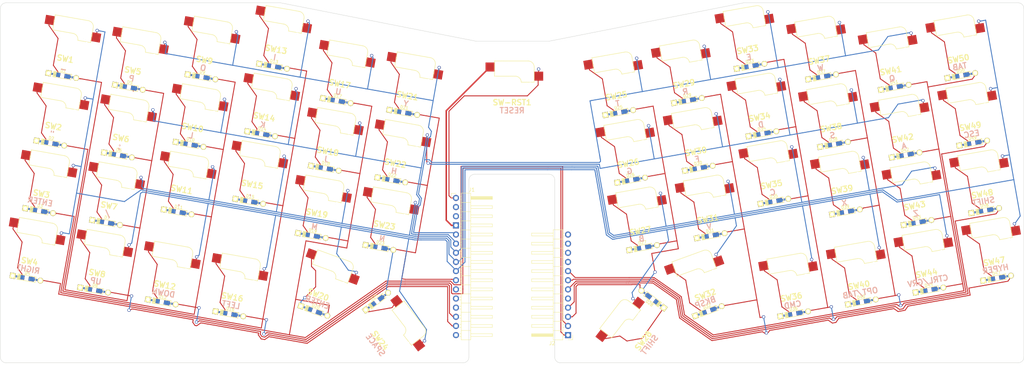
<source format=kicad_pcb>
(kicad_pcb (version 20171130) (host pcbnew "(5.0.1-3-g963ef8bb5)")
  (layers (0 F.Cu signal) (31 B.Cu signal) (34 B.Paste user) (35 F.Paste user) (36 B.SilkS user) (37 F.SilkS user) (38 B.Mask user) (39 F.Mask user) (44 Edge.Cuts user))
  (net 0 "")
  (net 1 "Net-(D2-Pad1)")
  (net 2 "Net-(D3-Pad1)")
  (net 3 "Net-(D4-Pad1)")
  (net 4 "Net-(D5-Pad1)")
  (net 5 /COL1)
  (net 6 "Net-(D7-Pad1)")
  (net 7 "Net-(D8-Pad1)")
  (net 8 "Net-(D9-Pad1)")
  (net 9 "Net-(D10-Pad1)")
  (net 10 /COL2)
  (net 11 "Net-(D12-Pad1)")
  (net 12 "Net-(D13-Pad1)")
  (net 13 "Net-(D14-Pad1)")
  (net 14 "Net-(D15-Pad1)")
  (net 15 /COL3)
  (net 16 "Net-(D17-Pad1)")
  (net 17 "Net-(D18-Pad1)")
  (net 18 "Net-(D19-Pad1)")
  (net 19 "Net-(D20-Pad1)")
  (net 20 /COL4)
  (net 21 "Net-(D22-Pad1)")
  (net 22 "Net-(D23-Pad1)")
  (net 23 "Net-(D24-Pad1)")
  (net 24 "Net-(D25-Pad1)")
  (net 25 /COL5)
  (net 26 "Net-(D27-Pad1)")
  (net 27 "Net-(D28-Pad1)")
  (net 28 "Net-(D29-Pad1)")
  (net 29 "Net-(D30-Pad1)")
  (net 30 /COL7)
  (net 31 "Net-(D34-Pad1)")
  (net 32 "Net-(D35-Pad1)")
  (net 33 "Net-(D36-Pad1)")
  (net 34 "Net-(D37-Pad1)")
  (net 35 /COL8)
  (net 36 "Net-(D39-Pad1)")
  (net 37 "Net-(D40-Pad1)")
  (net 38 "Net-(D41-Pad1)")
  (net 39 "Net-(D42-Pad1)")
  (net 40 /COL9)
  (net 41 "Net-(D44-Pad1)")
  (net 42 "Net-(D47-Pad1)")
  (net 43 /COL10)
  (net 44 /COL11)
  (net 45 /ROW3)
  (net 46 /ROW2)
  (net 47 /ROW1)
  (net 48 /ROW0)
  (net 49 +5V)
  (net 50 GND)
  (net 51 "Net-(D1-Pad1)")
  (net 52 "Net-(D6-Pad1)")
  (net 53 "Net-(D11-Pad1)")
  (net 54 "Net-(D16-Pad1)")
  (net 55 "Net-(D21-Pad1)")
  (net 56 "Net-(D26-Pad1)")
  (net 57 "Net-(D31-Pad1)")
  (net 58 "Net-(D32-Pad1)")
  (net 59 "Net-(D33-Pad1)")
  (net 60 "Net-(D38-Pad1)")
  (net 61 "Net-(D43-Pad1)")
  (net 62 "Net-(D48-Pad1)")
  (net 63 /RESET)
  (net 64 "Net-(D49-Pad1)")
  (net 65 "Net-(D50-Pad1)")
  (net 66 /ROW4)
  (net 67 "Net-(J1-Pad3)")
  (net 68 "Net-(J1-Pad11)")
  (net 69 "Net-(J1-Pad12)")
  (net 70 "Net-(J1-Pad13)")
  (net 71 "Net-(J1-Pad16)")
  (net 72 "Net-(J2-Pad5)")
  (net 73 "Net-(J2-Pad9)")
  (net 74 "Net-(J2-Pad10)")
  (net 75 "Net-(J2-Pad11)")
  (net 76 "Net-(J2-Pad12)")
  (module Laptreus-v1:Kailh_MX_Socket_Through_Hole (layer F.Cu) (at 238.35396 92.57518 10)
    (fp_text reference SW26 (at 0 4.842992 10) (layer F.SilkS) (effects (font (size 1.524 1.524) (thickness 0.3048))))
    (fp_text value G (at 0 7 10) (layer B.SilkS) (effects (font (size 1.524 1.524) (thickness 0.3048)) (justify mirror)))
    (pad 1 smd rect (at 7.36 -2.54 10) (size 2.55 2.5) (layers F.Cu F.Paste F.Mask) (net 47 /ROW1))
    (pad "" np_thru_hole circle (at 0 0 10) (size 3.98018 3.98018) (drill 3.98018) (layers *.Cu *.Mask))
    (pad "" np_thru_hole circle (at -2.54 -5.08 10) (size 2.95 2.95) (drill 2.95) (layers *.Cu *.Mask))
    (pad "" np_thru_hole circle (at 3.81 -2.54 10) (size 2.95 2.95) (drill 2.95) (layers *.Cu *.Mask))
    (pad 2 smd rect (at -6.09 -5.08 10) (size 2.55 2.5) (layers F.Cu F.Paste F.Mask) (net 56 "Net-(D26-Pad1)"))
    (pad "" np_thru_hole circle (at -5.08 0 10) (size 1.7 1.7) (drill 1.7) (layers *.Cu *.Mask))
    (pad "" np_thru_hole circle (at 5.08 0 10) (size 1.7 1.7) (drill 1.7) (layers *.Cu *.Mask))
    (pad 1 thru_hole circle (at 7.36 -4.5 10) (size 0.9 0.9) (drill 0.6) (layers *.Cu) (net 47 /ROW1))
    (pad 1 smd rect (at 7.36 -3.5 10) (size 0.25 2.5) (layers F.Cu) (net 47 /ROW1))
  )
  (module Laptreus-v1:Kailh_MX_Socket_Through_Hole (layer F.Cu) (at 174.598636 143.520995 307.5)
    (fp_text reference SW24 (at -0.246047 5.269369 307.5) (layer F.SilkS) (effects (font (size 1.524 1.524) (thickness 0.3048))))
    (fp_text value SPACE (at 0 6.999999 307.5) (layer B.SilkS) (effects (font (size 1.524 1.524) (thickness 0.3048)) (justify mirror)))
    (pad 1 smd rect (at 7.360001 -2.54 307.5) (size 2.55 2.5) (layers F.Cu F.Paste F.Mask) (net 45 /ROW3))
    (pad "" np_thru_hole circle (at 0 0 307.5) (size 3.98018 3.98018) (drill 3.98018) (layers *.Cu *.Mask))
    (pad "" np_thru_hole circle (at -2.539999 -5.080001 307.5) (size 2.95 2.95) (drill 2.95) (layers *.Cu *.Mask))
    (pad "" np_thru_hole circle (at 3.81 -2.54 307.5) (size 2.95 2.95) (drill 2.95) (layers *.Cu *.Mask))
    (pad 2 smd rect (at -6.09 -5.08 307.5) (size 2.55 2.5) (layers F.Cu F.Paste F.Mask) (net 23 "Net-(D24-Pad1)"))
    (pad "" np_thru_hole circle (at -5.08 0 307.5) (size 1.7 1.7) (drill 1.7) (layers *.Cu *.Mask))
    (pad "" np_thru_hole circle (at 5.08 0 307.5) (size 1.7 1.7) (drill 1.7) (layers *.Cu *.Mask))
    (pad 1 thru_hole circle (at 7.36 -4.5 307.5) (size 0.9 0.9) (drill 0.6) (layers *.Cu) (net 45 /ROW3))
    (pad 1 smd rect (at 7.36 -3.5 307.5) (size 0.25 2.5) (layers F.Cu) (net 45 /ROW3))
  )
  (module Laptreus-v1:Kailh_MX_Socket_Through_Hole (layer F.Cu) (at 138.990056 79.725739 350)
    (fp_text reference SW14 (at 0 4.798957 350) (layer F.SilkS) (effects (font (size 1.524 1.524) (thickness 0.3048))))
    (fp_text value K (at 0 7 350) (layer B.SilkS) (effects (font (size 1.524 1.524) (thickness 0.3048)) (justify mirror)))
    (pad 1 smd rect (at 7.36 -2.54 350) (size 2.55 2.5) (layers F.Cu F.Paste F.Mask) (net 47 /ROW1))
    (pad "" np_thru_hole circle (at 0 0 350) (size 3.98018 3.98018) (drill 3.98018) (layers *.Cu *.Mask))
    (pad "" np_thru_hole circle (at -2.54 -5.08 350) (size 2.95 2.95) (drill 2.95) (layers *.Cu *.Mask))
    (pad "" np_thru_hole circle (at 3.81 -2.54 350) (size 2.95 2.95) (drill 2.95) (layers *.Cu *.Mask))
    (pad 2 smd rect (at -6.09 -5.08 350) (size 2.55 2.5) (layers F.Cu F.Paste F.Mask) (net 13 "Net-(D14-Pad1)"))
    (pad "" np_thru_hole circle (at -5.08 0 350) (size 1.7 1.7) (drill 1.7) (layers *.Cu *.Mask))
    (pad "" np_thru_hole circle (at 5.08 0 350) (size 1.7 1.7) (drill 1.7) (layers *.Cu *.Mask))
    (pad 1 thru_hole circle (at 7.36 -4.5 350) (size 0.9 0.9) (drill 0.6) (layers *.Cu) (net 47 /ROW1))
    (pad 1 smd rect (at 7.36 -3.500001 350) (size 0.25 2.5) (layers F.Cu) (net 47 /ROW1))
  )
  (module Laptreus-v1:Kailh_MX_Socket_Through_Hole (layer F.Cu) (at 83.810955 63.548215 350)
    (fp_text reference SW1 (at 0 4.798958 350) (layer F.SilkS) (effects (font (size 1.524 1.524) (thickness 0.3048))))
    (fp_text value _ (at 0 7 350) (layer B.SilkS) (effects (font (size 1.524 1.524) (thickness 0.3048)) (justify mirror)))
    (pad 1 smd rect (at 7.36 -2.54 350) (size 2.55 2.5) (layers F.Cu F.Paste F.Mask) (net 66 /ROW4))
    (pad "" np_thru_hole circle (at 0 0 350) (size 3.98018 3.98018) (drill 3.98018) (layers *.Cu *.Mask))
    (pad "" np_thru_hole circle (at -2.54 -5.08 350) (size 2.95 2.95) (drill 2.95) (layers *.Cu *.Mask))
    (pad "" np_thru_hole circle (at 3.81 -2.54 350) (size 2.95 2.95) (drill 2.95) (layers *.Cu *.Mask))
    (pad 2 smd rect (at -6.09 -5.08 350) (size 2.55 2.5) (layers F.Cu F.Paste F.Mask) (net 51 "Net-(D1-Pad1)"))
    (pad "" np_thru_hole circle (at -5.08 0 350) (size 1.7 1.7) (drill 1.7) (layers *.Cu *.Mask))
    (pad "" np_thru_hole circle (at 5.08 0 350) (size 1.7 1.7) (drill 1.7) (layers *.Cu *.Mask))
    (pad 1 thru_hole circle (at 7.36 -4.5 350) (size 0.9 0.9) (drill 0.6) (layers *.Cu) (net 66 /ROW4))
    (pad 1 smd rect (at 7.36 -3.500001 350) (size 0.25 2.5) (layers F.Cu) (net 66 /ROW4))
  )
  (module Laptreus-v1:Kailh_MX_Socket_Through_Hole (layer F.Cu) (at 80.502961 82.308802 350)
    (fp_text reference SW2 (at 0 4.798959 350) (layer F.SilkS) (effects (font (size 1.524 1.524) (thickness 0.3048))))
    (fp_text value "\"" (at 0 7 350) (layer B.SilkS) (effects (font (size 1.524 1.524) (thickness 0.3048)) (justify mirror)))
    (pad 1 smd rect (at 7.36 -2.54 350) (size 2.55 2.5) (layers F.Cu F.Paste F.Mask) (net 66 /ROW4))
    (pad "" np_thru_hole circle (at 0 0 350) (size 3.98018 3.98018) (drill 3.98018) (layers *.Cu *.Mask))
    (pad "" np_thru_hole circle (at -2.54 -5.08 350) (size 2.95 2.95) (drill 2.95) (layers *.Cu *.Mask))
    (pad "" np_thru_hole circle (at 3.81 -2.54 350) (size 2.95 2.95) (drill 2.95) (layers *.Cu *.Mask))
    (pad 2 smd rect (at -6.09 -5.08 350) (size 2.55 2.5) (layers F.Cu F.Paste F.Mask) (net 1 "Net-(D2-Pad1)"))
    (pad "" np_thru_hole circle (at -5.08 0 350) (size 1.7 1.7) (drill 1.7) (layers *.Cu *.Mask))
    (pad "" np_thru_hole circle (at 5.08 0 350) (size 1.7 1.7) (drill 1.7) (layers *.Cu *.Mask))
    (pad 1 thru_hole circle (at 7.36 -4.5 350) (size 0.9 0.9) (drill 0.6) (layers *.Cu) (net 66 /ROW4))
    (pad 1 smd rect (at 7.36 -3.500001 350) (size 0.25 2.5) (layers F.Cu) (net 66 /ROW4))
  )
  (module Laptreus-v1:Kailh_MX_Socket_Through_Hole (layer F.Cu) (at 77.194961 101.06939 350)
    (fp_text reference SW3 (at 0 4.798958 350) (layer F.SilkS) (effects (font (size 1.524 1.524) (thickness 0.3048))))
    (fp_text value ENTER (at 0 7 350) (layer B.SilkS) (effects (font (size 1.524 1.524) (thickness 0.3048)) (justify mirror)))
    (pad 1 smd rect (at 7.36 -2.54 350) (size 2.55 2.5) (layers F.Cu F.Paste F.Mask) (net 66 /ROW4))
    (pad "" np_thru_hole circle (at 0 0 350) (size 3.98018 3.98018) (drill 3.98018) (layers *.Cu *.Mask))
    (pad "" np_thru_hole circle (at -2.54 -5.08 350) (size 2.95 2.95) (drill 2.95) (layers *.Cu *.Mask))
    (pad "" np_thru_hole circle (at 3.81 -2.54 350) (size 2.95 2.95) (drill 2.95) (layers *.Cu *.Mask))
    (pad 2 smd rect (at -6.09 -5.08 350) (size 2.55 2.5) (layers F.Cu F.Paste F.Mask) (net 2 "Net-(D3-Pad1)"))
    (pad "" np_thru_hole circle (at -5.08 0 350) (size 1.7 1.7) (drill 1.7) (layers *.Cu *.Mask))
    (pad "" np_thru_hole circle (at 5.08 0 350) (size 1.7 1.7) (drill 1.7) (layers *.Cu *.Mask))
    (pad 1 thru_hole circle (at 7.36 -4.5 350) (size 0.9 0.9) (drill 0.6) (layers *.Cu) (net 66 /ROW4))
    (pad 1 smd rect (at 7.36 -3.500001 350) (size 0.25 2.5) (layers F.Cu) (net 66 /ROW4))
  )
  (module Laptreus-v1:Kailh_MX_Socket_Through_Hole (layer F.Cu) (at 73.886963 119.829978 350)
    (fp_text reference SW4 (at 0 4.798958 350) (layer F.SilkS) (effects (font (size 1.524 1.524) (thickness 0.3048))))
    (fp_text value RIGHT (at 0 7 350) (layer B.SilkS) (effects (font (size 1.524 1.524) (thickness 0.3048)) (justify mirror)))
    (pad 1 smd rect (at 7.36 -2.54 350) (size 2.55 2.5) (layers F.Cu F.Paste F.Mask) (net 66 /ROW4))
    (pad "" np_thru_hole circle (at 0 0 350) (size 3.98018 3.98018) (drill 3.98018) (layers *.Cu *.Mask))
    (pad "" np_thru_hole circle (at -2.54 -5.08 350) (size 2.95 2.95) (drill 2.95) (layers *.Cu *.Mask))
    (pad "" np_thru_hole circle (at 3.81 -2.54 350) (size 2.95 2.95) (drill 2.95) (layers *.Cu *.Mask))
    (pad 2 smd rect (at -6.09 -5.08 350) (size 2.55 2.5) (layers F.Cu F.Paste F.Mask) (net 3 "Net-(D4-Pad1)"))
    (pad "" np_thru_hole circle (at -5.08 0 350) (size 1.7 1.7) (drill 1.7) (layers *.Cu *.Mask))
    (pad "" np_thru_hole circle (at 5.08 0 350) (size 1.7 1.7) (drill 1.7) (layers *.Cu *.Mask))
    (pad 1 thru_hole circle (at 7.36 -4.5 350) (size 0.9 0.9) (drill 0.6) (layers *.Cu) (net 66 /ROW4))
    (pad 1 smd rect (at 7.36 -3.500001 350) (size 0.25 2.5) (layers F.Cu) (net 66 /ROW4))
  )
  (module Laptreus-v1:Kailh_MX_Socket_Through_Hole (layer F.Cu) (at 102.571543 66.856212 350)
    (fp_text reference SW5 (at 0 4.798958 350) (layer F.SilkS) (effects (font (size 1.524 1.524) (thickness 0.3048))))
    (fp_text value P (at 0 7 350) (layer B.SilkS) (effects (font (size 1.524 1.524) (thickness 0.3048)) (justify mirror)))
    (pad 1 smd rect (at 7.36 -2.54 350) (size 2.55 2.5) (layers F.Cu F.Paste F.Mask) (net 48 /ROW0))
    (pad "" np_thru_hole circle (at 0 0 350) (size 3.98018 3.98018) (drill 3.98018) (layers *.Cu *.Mask))
    (pad "" np_thru_hole circle (at -2.54 -5.08 350) (size 2.95 2.95) (drill 2.95) (layers *.Cu *.Mask))
    (pad "" np_thru_hole circle (at 3.81 -2.54 350) (size 2.95 2.95) (drill 2.95) (layers *.Cu *.Mask))
    (pad 2 smd rect (at -6.09 -5.08 350) (size 2.55 2.5) (layers F.Cu F.Paste F.Mask) (net 4 "Net-(D5-Pad1)"))
    (pad "" np_thru_hole circle (at -5.08 0 350) (size 1.7 1.7) (drill 1.7) (layers *.Cu *.Mask))
    (pad "" np_thru_hole circle (at 5.08 0 350) (size 1.7 1.7) (drill 1.7) (layers *.Cu *.Mask))
    (pad 1 thru_hole circle (at 7.36 -4.5 350) (size 0.9 0.9) (drill 0.6) (layers *.Cu) (net 48 /ROW0))
    (pad 1 smd rect (at 7.36 -3.500001 350) (size 0.25 2.5) (layers F.Cu) (net 48 /ROW0))
  )
  (module Laptreus-v1:Kailh_MX_Socket_Through_Hole (layer F.Cu) (at 99.26355 85.616801 350)
    (fp_text reference SW6 (at 0 4.798958 350) (layer F.SilkS) (effects (font (size 1.524 1.524) (thickness 0.3048))))
    (fp_text value ; (at 0 7 350) (layer B.SilkS) (effects (font (size 1.524 1.524) (thickness 0.3048)) (justify mirror)))
    (pad 1 smd rect (at 7.36 -2.54 350) (size 2.55 2.5) (layers F.Cu F.Paste F.Mask) (net 47 /ROW1))
    (pad "" np_thru_hole circle (at 0 0 350) (size 3.98018 3.98018) (drill 3.98018) (layers *.Cu *.Mask))
    (pad "" np_thru_hole circle (at -2.54 -5.08 350) (size 2.95 2.95) (drill 2.95) (layers *.Cu *.Mask))
    (pad "" np_thru_hole circle (at 3.81 -2.54 350) (size 2.95 2.95) (drill 2.95) (layers *.Cu *.Mask))
    (pad 2 smd rect (at -6.09 -5.08 350) (size 2.55 2.5) (layers F.Cu F.Paste F.Mask) (net 52 "Net-(D6-Pad1)"))
    (pad "" np_thru_hole circle (at -5.08 0 350) (size 1.7 1.7) (drill 1.7) (layers *.Cu *.Mask))
    (pad "" np_thru_hole circle (at 5.08 0 350) (size 1.7 1.7) (drill 1.7) (layers *.Cu *.Mask))
    (pad 1 thru_hole circle (at 7.36 -4.5 350) (size 0.9 0.9) (drill 0.6) (layers *.Cu) (net 47 /ROW1))
    (pad 1 smd rect (at 7.36 -3.500001 350) (size 0.25 2.5) (layers F.Cu) (net 47 /ROW1))
  )
  (module Laptreus-v1:Kailh_MX_Socket_Through_Hole (layer F.Cu) (at 95.955545 104.377385 350)
    (fp_text reference SW7 (at 0 4.79896 350) (layer F.SilkS) (effects (font (size 1.524 1.524) (thickness 0.3048))))
    (fp_text value / (at 0 7 350) (layer B.SilkS) (effects (font (size 1.524 1.524) (thickness 0.3048)) (justify mirror)))
    (pad 1 smd rect (at 7.36 -2.54 350) (size 2.55 2.5) (layers F.Cu F.Paste F.Mask) (net 46 /ROW2))
    (pad "" np_thru_hole circle (at 0 0 350) (size 3.98018 3.98018) (drill 3.98018) (layers *.Cu *.Mask))
    (pad "" np_thru_hole circle (at -2.54 -5.08 350) (size 2.95 2.95) (drill 2.95) (layers *.Cu *.Mask))
    (pad "" np_thru_hole circle (at 3.81 -2.54 350) (size 2.95 2.95) (drill 2.95) (layers *.Cu *.Mask))
    (pad 2 smd rect (at -6.09 -5.08 350) (size 2.55 2.5) (layers F.Cu F.Paste F.Mask) (net 6 "Net-(D7-Pad1)"))
    (pad "" np_thru_hole circle (at -5.08 0 350) (size 1.7 1.7) (drill 1.7) (layers *.Cu *.Mask))
    (pad "" np_thru_hole circle (at 5.08 0 350) (size 1.7 1.7) (drill 1.7) (layers *.Cu *.Mask))
    (pad 1 thru_hole circle (at 7.36 -4.5 350) (size 0.9 0.9) (drill 0.6) (layers *.Cu) (net 46 /ROW2))
    (pad 1 smd rect (at 7.36 -3.500001 350) (size 0.25 2.5) (layers F.Cu) (net 46 /ROW2))
  )
  (module Laptreus-v1:Kailh_MX_Socket_Through_Hole (layer F.Cu) (at 92.647548 123.137972 350)
    (fp_text reference SW8 (at 0 4.798961 350) (layer F.SilkS) (effects (font (size 1.524 1.524) (thickness 0.3048))))
    (fp_text value UP (at 0 7 350) (layer B.SilkS) (effects (font (size 1.524 1.524) (thickness 0.3048)) (justify mirror)))
    (pad 1 smd rect (at 7.36 -2.54 350) (size 2.55 2.5) (layers F.Cu F.Paste F.Mask) (net 45 /ROW3))
    (pad "" np_thru_hole circle (at 0 0 350) (size 3.98018 3.98018) (drill 3.98018) (layers *.Cu *.Mask))
    (pad "" np_thru_hole circle (at -2.54 -5.08 350) (size 2.95 2.95) (drill 2.95) (layers *.Cu *.Mask))
    (pad "" np_thru_hole circle (at 3.81 -2.54 350) (size 2.95 2.95) (drill 2.95) (layers *.Cu *.Mask))
    (pad 2 smd rect (at -6.09 -5.08 350) (size 2.55 2.5) (layers F.Cu F.Paste F.Mask) (net 7 "Net-(D8-Pad1)"))
    (pad "" np_thru_hole circle (at -5.08 0 350) (size 1.7 1.7) (drill 1.7) (layers *.Cu *.Mask))
    (pad "" np_thru_hole circle (at 5.08 0 350) (size 1.7 1.7) (drill 1.7) (layers *.Cu *.Mask))
    (pad 1 thru_hole circle (at 7.36 -4.5 350) (size 0.9 0.9) (drill 0.6) (layers *.Cu) (net 45 /ROW3))
    (pad 1 smd rect (at 7.36 -3.500001 350) (size 0.25 2.5) (layers F.Cu) (net 45 /ROW3))
  )
  (module Laptreus-v1:Kailh_MX_Socket_Through_Hole (layer F.Cu) (at 122.4348 63.910684 350)
    (fp_text reference SW9 (at 0 4.798956 350) (layer F.SilkS) (effects (font (size 1.524 1.524) (thickness 0.3048))))
    (fp_text value O (at 0 7 350) (layer B.SilkS) (effects (font (size 1.524 1.524) (thickness 0.3048)) (justify mirror)))
    (pad 1 smd rect (at 7.36 -2.54 350) (size 2.55 2.5) (layers F.Cu F.Paste F.Mask) (net 48 /ROW0))
    (pad "" np_thru_hole circle (at 0 0 350) (size 3.98018 3.98018) (drill 3.98018) (layers *.Cu *.Mask))
    (pad "" np_thru_hole circle (at -2.54 -5.08 350) (size 2.95 2.95) (drill 2.95) (layers *.Cu *.Mask))
    (pad "" np_thru_hole circle (at 3.81 -2.54 350) (size 2.95 2.95) (drill 2.95) (layers *.Cu *.Mask))
    (pad 2 smd rect (at -6.09 -5.08 350) (size 2.55 2.5) (layers F.Cu F.Paste F.Mask) (net 8 "Net-(D9-Pad1)"))
    (pad "" np_thru_hole circle (at -5.08 0 350) (size 1.7 1.7) (drill 1.7) (layers *.Cu *.Mask))
    (pad "" np_thru_hole circle (at 5.08 0 350) (size 1.7 1.7) (drill 1.7) (layers *.Cu *.Mask))
    (pad 1 thru_hole circle (at 7.36 -4.5 350) (size 0.9 0.9) (drill 0.6) (layers *.Cu) (net 48 /ROW0))
    (pad 1 smd rect (at 7.36 -3.500001 350) (size 0.25 2.5) (layers F.Cu) (net 48 /ROW0))
  )
  (module Laptreus-v1:Kailh_MX_Socket_Through_Hole (layer F.Cu) (at 119.126803 82.671268 350)
    (fp_text reference SW10 (at 0 4.798959 350) (layer F.SilkS) (effects (font (size 1.524 1.524) (thickness 0.3048))))
    (fp_text value L (at 0 7 350) (layer B.SilkS) (effects (font (size 1.524 1.524) (thickness 0.3048)) (justify mirror)))
    (pad 1 smd rect (at 7.36 -2.54 350) (size 2.55 2.5) (layers F.Cu F.Paste F.Mask) (net 47 /ROW1))
    (pad "" np_thru_hole circle (at 0 0 350) (size 3.98018 3.98018) (drill 3.98018) (layers *.Cu *.Mask))
    (pad "" np_thru_hole circle (at -2.54 -5.08 350) (size 2.95 2.95) (drill 2.95) (layers *.Cu *.Mask))
    (pad "" np_thru_hole circle (at 3.81 -2.54 350) (size 2.95 2.95) (drill 2.95) (layers *.Cu *.Mask))
    (pad 2 smd rect (at -6.09 -5.08 350) (size 2.55 2.5) (layers F.Cu F.Paste F.Mask) (net 9 "Net-(D10-Pad1)"))
    (pad "" np_thru_hole circle (at -5.08 0 350) (size 1.7 1.7) (drill 1.7) (layers *.Cu *.Mask))
    (pad "" np_thru_hole circle (at 5.08 0 350) (size 1.7 1.7) (drill 1.7) (layers *.Cu *.Mask))
    (pad 1 thru_hole circle (at 7.36 -4.5 350) (size 0.9 0.9) (drill 0.6) (layers *.Cu) (net 47 /ROW1))
    (pad 1 smd rect (at 7.36 -3.500001 350) (size 0.25 2.5) (layers F.Cu) (net 47 /ROW1))
  )
  (module Laptreus-v1:Kailh_MX_Socket_Through_Hole (layer F.Cu) (at 115.818801 101.431856 350)
    (fp_text reference SW11 (at 0 3.211458 350) (layer F.SilkS) (effects (font (size 1.524 1.524) (thickness 0.3048))))
    (fp_text value . (at 0 7 350) (layer B.SilkS) (effects (font (size 1.524 1.524) (thickness 0.3048)) (justify mirror)))
    (pad 1 smd rect (at 7.36 -2.54 350) (size 2.55 2.5) (layers F.Cu F.Paste F.Mask) (net 46 /ROW2))
    (pad "" np_thru_hole circle (at 0 0 350) (size 3.98018 3.98018) (drill 3.98018) (layers *.Cu *.Mask))
    (pad "" np_thru_hole circle (at -2.54 -5.08 350) (size 2.95 2.95) (drill 2.95) (layers *.Cu *.Mask))
    (pad "" np_thru_hole circle (at 3.81 -2.54 350) (size 2.95 2.95) (drill 2.95) (layers *.Cu *.Mask))
    (pad 2 smd rect (at -6.09 -5.08 350) (size 2.55 2.5) (layers F.Cu F.Paste F.Mask) (net 53 "Net-(D11-Pad1)"))
    (pad "" np_thru_hole circle (at -5.08 0 350) (size 1.7 1.7) (drill 1.7) (layers *.Cu *.Mask))
    (pad "" np_thru_hole circle (at 5.08 0 350) (size 1.7 1.7) (drill 1.7) (layers *.Cu *.Mask))
    (pad 1 thru_hole circle (at 7.36 -4.5 350) (size 0.9 0.9) (drill 0.6) (layers *.Cu) (net 46 /ROW2))
    (pad 1 smd rect (at 7.36 -3.500001 350) (size 0.25 2.5) (layers F.Cu) (net 46 /ROW2))
  )
  (module Laptreus-v1:Kailh_MX_Socket_Through_Hole (layer F.Cu) (at 111.408138 126.445975 350)
    (fp_text reference SW12 (at 0 4.798956 350) (layer F.SilkS) (effects (font (size 1.524 1.524) (thickness 0.3048))))
    (fp_text value DOWN (at 0 7 350) (layer B.SilkS) (effects (font (size 1.524 1.524) (thickness 0.3048)) (justify mirror)))
    (pad 1 smd rect (at 7.36 -2.54 350) (size 2.55 2.5) (layers F.Cu F.Paste F.Mask) (net 45 /ROW3))
    (pad "" np_thru_hole circle (at 0 0 350) (size 3.98018 3.98018) (drill 3.98018) (layers *.Cu *.Mask))
    (pad "" np_thru_hole circle (at -2.54 -5.08 350) (size 2.95 2.95) (drill 2.95) (layers *.Cu *.Mask))
    (pad "" np_thru_hole circle (at 3.81 -2.54 350) (size 2.95 2.95) (drill 2.95) (layers *.Cu *.Mask))
    (pad 2 smd rect (at -6.09 -5.08 350) (size 2.55 2.5) (layers F.Cu F.Paste F.Mask) (net 11 "Net-(D12-Pad1)"))
    (pad "" np_thru_hole circle (at -5.08 0 350) (size 1.7 1.7) (drill 1.7) (layers *.Cu *.Mask))
    (pad "" np_thru_hole circle (at 5.08 0 350) (size 1.7 1.7) (drill 1.7) (layers *.Cu *.Mask))
    (pad 1 thru_hole circle (at 7.36 -4.5 350) (size 0.9 0.9) (drill 0.6) (layers *.Cu) (net 45 /ROW3))
    (pad 1 smd rect (at 7.36 -3.500001 350) (size 0.25 2.5) (layers F.Cu) (net 45 /ROW3))
  )
  (module Laptreus-v1:Kailh_MX_Socket_Through_Hole (layer F.Cu) (at 142.298048 60.965144 350)
    (fp_text reference SW13 (at 0 4.798963 350) (layer F.SilkS) (effects (font (size 1.524 1.524) (thickness 0.3048))))
    (fp_text value I (at 0 7 350) (layer B.SilkS) (effects (font (size 1.524 1.524) (thickness 0.3048)) (justify mirror)))
    (pad 1 smd rect (at 7.36 -2.54 350) (size 2.55 2.5) (layers F.Cu F.Paste F.Mask) (net 48 /ROW0))
    (pad "" np_thru_hole circle (at 0 0 350) (size 3.98018 3.98018) (drill 3.98018) (layers *.Cu *.Mask))
    (pad "" np_thru_hole circle (at -2.54 -5.08 350) (size 2.95 2.95) (drill 2.95) (layers *.Cu *.Mask))
    (pad "" np_thru_hole circle (at 3.81 -2.54 350) (size 2.95 2.95) (drill 2.95) (layers *.Cu *.Mask))
    (pad 2 smd rect (at -6.09 -5.08 350) (size 2.55 2.5) (layers F.Cu F.Paste F.Mask) (net 12 "Net-(D13-Pad1)"))
    (pad "" np_thru_hole circle (at -5.08 0 350) (size 1.7 1.7) (drill 1.7) (layers *.Cu *.Mask))
    (pad "" np_thru_hole circle (at 5.08 0 350) (size 1.7 1.7) (drill 1.7) (layers *.Cu *.Mask))
    (pad 1 thru_hole circle (at 7.36 -4.5 350) (size 0.9 0.9) (drill 0.6) (layers *.Cu) (net 48 /ROW0))
    (pad 1 smd rect (at 7.36 -3.500001 350) (size 0.25 2.5) (layers F.Cu) (net 48 /ROW0))
  )
  (module Laptreus-v1:Kailh_MX_Socket_Through_Hole (layer F.Cu) (at 135.68206 98.486322 350)
    (fp_text reference SW15 (at 0 4.798962 350) (layer F.SilkS) (effects (font (size 1.524 1.524) (thickness 0.3048))))
    (fp_text value , (at 0 7 350) (layer B.SilkS) (effects (font (size 1.524 1.524) (thickness 0.3048)) (justify mirror)))
    (pad 1 smd rect (at 7.36 -2.54 350) (size 2.55 2.5) (layers F.Cu F.Paste F.Mask) (net 46 /ROW2))
    (pad "" np_thru_hole circle (at 0 0 350) (size 3.98018 3.98018) (drill 3.98018) (layers *.Cu *.Mask))
    (pad "" np_thru_hole circle (at -2.54 -5.08 350) (size 2.95 2.95) (drill 2.95) (layers *.Cu *.Mask))
    (pad "" np_thru_hole circle (at 3.81 -2.54 350) (size 2.95 2.95) (drill 2.95) (layers *.Cu *.Mask))
    (pad 2 smd rect (at -6.09 -5.08 350) (size 2.55 2.5) (layers F.Cu F.Paste F.Mask) (net 14 "Net-(D15-Pad1)"))
    (pad "" np_thru_hole circle (at -5.08 0 350) (size 1.7 1.7) (drill 1.7) (layers *.Cu *.Mask))
    (pad "" np_thru_hole circle (at 5.08 0 350) (size 1.7 1.7) (drill 1.7) (layers *.Cu *.Mask))
    (pad 1 thru_hole circle (at 7.36 -4.5 350) (size 0.9 0.9) (drill 0.6) (layers *.Cu) (net 46 /ROW2))
    (pad 1 smd rect (at 7.36 -3.500001 350) (size 0.25 2.5) (layers F.Cu) (net 46 /ROW2))
  )
  (module Laptreus-v1:Kailh_MX_Socket_Through_Hole (layer F.Cu) (at 130.168732 129.753969 350)
    (fp_text reference SW16 (at 0 4.798961 350) (layer F.SilkS) (effects (font (size 1.524 1.524) (thickness 0.3048))))
    (fp_text value LEFT (at 0 7 350) (layer B.SilkS) (effects (font (size 1.524 1.524) (thickness 0.3048)) (justify mirror)))
    (pad 1 smd rect (at 7.36 -2.54 350) (size 2.55 2.5) (layers F.Cu F.Paste F.Mask) (net 45 /ROW3))
    (pad "" np_thru_hole circle (at 0 0 350) (size 3.98018 3.98018) (drill 3.98018) (layers *.Cu *.Mask))
    (pad "" np_thru_hole circle (at -2.54 -5.08 350) (size 2.95 2.95) (drill 2.95) (layers *.Cu *.Mask))
    (pad "" np_thru_hole circle (at 3.81 -2.54 350) (size 2.95 2.95) (drill 2.95) (layers *.Cu *.Mask))
    (pad 2 smd rect (at -6.09 -5.08 350) (size 2.55 2.5) (layers F.Cu F.Paste F.Mask) (net 54 "Net-(D16-Pad1)"))
    (pad "" np_thru_hole circle (at -5.08 0 350) (size 1.7 1.7) (drill 1.7) (layers *.Cu *.Mask))
    (pad "" np_thru_hole circle (at 5.08 0 350) (size 1.7 1.7) (drill 1.7) (layers *.Cu *.Mask))
    (pad 1 thru_hole circle (at 7.36 -4.5 350) (size 0.9 0.9) (drill 0.6) (layers *.Cu) (net 45 /ROW3))
    (pad 1 smd rect (at 7.36 -3.500001 350) (size 0.25 2.5) (layers F.Cu) (net 45 /ROW3))
  )
  (module Laptreus-v1:Kailh_MX_Socket_Through_Hole (layer F.Cu) (at 159.955969 70.526676 350)
    (fp_text reference SW17 (at 0 4.798958 350) (layer F.SilkS) (effects (font (size 1.524 1.524) (thickness 0.3048))))
    (fp_text value U (at 0 7 350) (layer B.SilkS) (effects (font (size 1.524 1.524) (thickness 0.3048)) (justify mirror)))
    (pad 1 smd rect (at 7.36 -2.54 350) (size 2.55 2.5) (layers F.Cu F.Paste F.Mask) (net 48 /ROW0))
    (pad "" np_thru_hole circle (at 0 0 350) (size 3.98018 3.98018) (drill 3.98018) (layers *.Cu *.Mask))
    (pad "" np_thru_hole circle (at -2.54 -5.08 350) (size 2.95 2.95) (drill 2.95) (layers *.Cu *.Mask))
    (pad "" np_thru_hole circle (at 3.81 -2.54 350) (size 2.95 2.95) (drill 2.95) (layers *.Cu *.Mask))
    (pad 2 smd rect (at -6.09 -5.08 350) (size 2.55 2.5) (layers F.Cu F.Paste F.Mask) (net 16 "Net-(D17-Pad1)"))
    (pad "" np_thru_hole circle (at -5.08 0 350) (size 1.7 1.7) (drill 1.7) (layers *.Cu *.Mask))
    (pad "" np_thru_hole circle (at 5.08 0 350) (size 1.7 1.7) (drill 1.7) (layers *.Cu *.Mask))
    (pad 1 thru_hole circle (at 7.36 -4.5 350) (size 0.9 0.9) (drill 0.6) (layers *.Cu) (net 48 /ROW0))
    (pad 1 smd rect (at 7.36 -3.500001 350) (size 0.25 2.5) (layers F.Cu) (net 48 /ROW0))
  )
  (module Laptreus-v1:Kailh_MX_Socket_Through_Hole (layer F.Cu) (at 156.647981 89.287262 350)
    (fp_text reference SW18 (at 0 4.798961 350) (layer F.SilkS) (effects (font (size 1.524 1.524) (thickness 0.3048))))
    (fp_text value J (at 0 7 350) (layer B.SilkS) (effects (font (size 1.524 1.524) (thickness 0.3048)) (justify mirror)))
    (pad 1 smd rect (at 7.36 -2.54 350) (size 2.55 2.5) (layers F.Cu F.Paste F.Mask) (net 47 /ROW1))
    (pad "" np_thru_hole circle (at 0 0 350) (size 3.98018 3.98018) (drill 3.98018) (layers *.Cu *.Mask))
    (pad "" np_thru_hole circle (at -2.54 -5.08 350) (size 2.95 2.95) (drill 2.95) (layers *.Cu *.Mask))
    (pad "" np_thru_hole circle (at 3.81 -2.54 350) (size 2.95 2.95) (drill 2.95) (layers *.Cu *.Mask))
    (pad 2 smd rect (at -6.09 -5.08 350) (size 2.55 2.5) (layers F.Cu F.Paste F.Mask) (net 17 "Net-(D18-Pad1)"))
    (pad "" np_thru_hole circle (at -5.08 0 350) (size 1.7 1.7) (drill 1.7) (layers *.Cu *.Mask))
    (pad "" np_thru_hole circle (at 5.08 0 350) (size 1.7 1.7) (drill 1.7) (layers *.Cu *.Mask))
    (pad 1 thru_hole circle (at 7.36 -4.5 350) (size 0.9 0.9) (drill 0.6) (layers *.Cu) (net 47 /ROW1))
    (pad 1 smd rect (at 7.36 -3.500001 350) (size 0.25 2.5) (layers F.Cu) (net 47 /ROW1))
  )
  (module Laptreus-v1:Kailh_MX_Socket_Through_Hole (layer F.Cu) (at 153.339977 108.04785 350)
    (fp_text reference SW19 (at 0 3.21146 350) (layer F.SilkS) (effects (font (size 1.524 1.524) (thickness 0.3048))))
    (fp_text value M (at 0 7 350) (layer B.SilkS) (effects (font (size 1.524 1.524) (thickness 0.3048)) (justify mirror)))
    (pad 1 smd rect (at 7.36 -2.54 350) (size 2.55 2.5) (layers F.Cu F.Paste F.Mask) (net 46 /ROW2))
    (pad "" np_thru_hole circle (at 0 0 350) (size 3.98018 3.98018) (drill 3.98018) (layers *.Cu *.Mask))
    (pad "" np_thru_hole circle (at -2.54 -5.08 350) (size 2.95 2.95) (drill 2.95) (layers *.Cu *.Mask))
    (pad "" np_thru_hole circle (at 3.81 -2.54 350) (size 2.95 2.95) (drill 2.95) (layers *.Cu *.Mask))
    (pad 2 smd rect (at -6.09 -5.08 350) (size 2.55 2.5) (layers F.Cu F.Paste F.Mask) (net 18 "Net-(D19-Pad1)"))
    (pad "" np_thru_hole circle (at -5.08 0 350) (size 1.7 1.7) (drill 1.7) (layers *.Cu *.Mask))
    (pad "" np_thru_hole circle (at 5.08 0 350) (size 1.7 1.7) (drill 1.7) (layers *.Cu *.Mask))
    (pad 1 thru_hole circle (at 7.36 -4.5 350) (size 0.9 0.9) (drill 0.6) (layers *.Cu) (net 46 /ROW2))
    (pad 1 smd rect (at 7.36 -3.500001 350) (size 0.25 2.5) (layers F.Cu) (net 46 /ROW2))
  )
  (module Laptreus-v1:Kailh_MX_Socket_Through_Hole (layer F.Cu) (at 155.283801 129.350869 340)
    (fp_text reference SW20 (at -0.456854 4.949143 340) (layer F.SilkS) (effects (font (size 1.524 1.524) (thickness 0.3048))))
    (fp_text value ENTER (at 0 7 340) (layer B.SilkS) (effects (font (size 1.524 1.524) (thickness 0.3048)) (justify mirror)))
    (pad 1 smd rect (at 7.36 -2.54 340) (size 2.55 2.5) (layers F.Cu F.Paste F.Mask) (net 45 /ROW3))
    (pad "" np_thru_hole circle (at 0 0 340) (size 3.98018 3.98018) (drill 3.98018) (layers *.Cu *.Mask))
    (pad "" np_thru_hole circle (at -2.54 -5.08 340) (size 2.95 2.95) (drill 2.95) (layers *.Cu *.Mask))
    (pad "" np_thru_hole circle (at 3.81 -2.54 340) (size 2.95 2.95) (drill 2.95) (layers *.Cu *.Mask))
    (pad 2 smd rect (at -6.09 -5.08 340) (size 2.55 2.5) (layers F.Cu F.Paste F.Mask) (net 19 "Net-(D20-Pad1)"))
    (pad "" np_thru_hole circle (at -5.08 0 340) (size 1.7 1.7) (drill 1.7) (layers *.Cu *.Mask))
    (pad "" np_thru_hole circle (at 5.08 0 340) (size 1.7 1.7) (drill 1.7) (layers *.Cu *.Mask))
    (pad 1 thru_hole circle (at 7.36 -4.5 340) (size 0.9 0.9) (drill 0.6) (layers *.Cu) (net 45 /ROW3))
    (pad 1 smd rect (at 7.36 -3.5 340) (size 0.25 2.5) (layers F.Cu) (net 45 /ROW3))
  )
  (module Laptreus-v1:Kailh_MX_Socket_Through_Hole (layer F.Cu) (at 178.716562 73.834677 350)
    (fp_text reference SW21 (at 0 4.798956 350) (layer F.SilkS) (effects (font (size 1.524 1.524) (thickness 0.3048))))
    (fp_text value Y (at 0 7 350) (layer B.SilkS) (effects (font (size 1.524 1.524) (thickness 0.3048)) (justify mirror)))
    (pad 1 smd rect (at 7.36 -2.54 350) (size 2.55 2.5) (layers F.Cu F.Paste F.Mask) (net 48 /ROW0))
    (pad "" np_thru_hole circle (at 0 0 350) (size 3.98018 3.98018) (drill 3.98018) (layers *.Cu *.Mask))
    (pad "" np_thru_hole circle (at -2.54 -5.08 350) (size 2.95 2.95) (drill 2.95) (layers *.Cu *.Mask))
    (pad "" np_thru_hole circle (at 3.81 -2.54 350) (size 2.95 2.95) (drill 2.95) (layers *.Cu *.Mask))
    (pad 2 smd rect (at -6.09 -5.08 350) (size 2.55 2.5) (layers F.Cu F.Paste F.Mask) (net 55 "Net-(D21-Pad1)"))
    (pad "" np_thru_hole circle (at -5.08 0 350) (size 1.7 1.7) (drill 1.7) (layers *.Cu *.Mask))
    (pad "" np_thru_hole circle (at 5.08 0 350) (size 1.7 1.7) (drill 1.7) (layers *.Cu *.Mask))
    (pad 1 thru_hole circle (at 7.36 -4.5 350) (size 0.9 0.9) (drill 0.6) (layers *.Cu) (net 48 /ROW0))
    (pad 1 smd rect (at 7.36 -3.500001 350) (size 0.25 2.5) (layers F.Cu) (net 48 /ROW0))
  )
  (module Laptreus-v1:Kailh_MX_Socket_Through_Hole (layer F.Cu) (at 175.408564 92.595258 350)
    (fp_text reference SW22 (at 0 4.798962 350) (layer F.SilkS) (effects (font (size 1.524 1.524) (thickness 0.3048))))
    (fp_text value H (at 0 7 350) (layer B.SilkS) (effects (font (size 1.524 1.524) (thickness 0.3048)) (justify mirror)))
    (pad 1 smd rect (at 7.36 -2.54 350) (size 2.55 2.5) (layers F.Cu F.Paste F.Mask) (net 47 /ROW1))
    (pad "" np_thru_hole circle (at 0 0 350) (size 3.98018 3.98018) (drill 3.98018) (layers *.Cu *.Mask))
    (pad "" np_thru_hole circle (at -2.54 -5.08 350) (size 2.95 2.95) (drill 2.95) (layers *.Cu *.Mask))
    (pad "" np_thru_hole circle (at 3.81 -2.54 350) (size 2.95 2.95) (drill 2.95) (layers *.Cu *.Mask))
    (pad 2 smd rect (at -6.09 -5.08 350) (size 2.55 2.5) (layers F.Cu F.Paste F.Mask) (net 21 "Net-(D22-Pad1)"))
    (pad "" np_thru_hole circle (at -5.08 0 350) (size 1.7 1.7) (drill 1.7) (layers *.Cu *.Mask))
    (pad "" np_thru_hole circle (at 5.08 0 350) (size 1.7 1.7) (drill 1.7) (layers *.Cu *.Mask))
    (pad 1 thru_hole circle (at 7.36 -4.5 350) (size 0.9 0.9) (drill 0.6) (layers *.Cu) (net 47 /ROW1))
    (pad 1 smd rect (at 7.36 -3.500001 350) (size 0.25 2.5) (layers F.Cu) (net 47 /ROW1))
  )
  (module Laptreus-v1:Kailh_MX_Socket_Through_Hole (layer F.Cu) (at 172.100564 111.355844 350)
    (fp_text reference SW23 (at 0 3.211464 350) (layer F.SilkS) (effects (font (size 1.524 1.524) (thickness 0.3048))))
    (fp_text value N (at 0 7 350) (layer B.SilkS) (effects (font (size 1.524 1.524) (thickness 0.3048)) (justify mirror)))
    (pad 1 smd rect (at 7.36 -2.54 350) (size 2.55 2.5) (layers F.Cu F.Paste F.Mask) (net 46 /ROW2))
    (pad "" np_thru_hole circle (at 0 0 350) (size 3.98018 3.98018) (drill 3.98018) (layers *.Cu *.Mask))
    (pad "" np_thru_hole circle (at -2.54 -5.08 350) (size 2.95 2.95) (drill 2.95) (layers *.Cu *.Mask))
    (pad "" np_thru_hole circle (at 3.81 -2.54 350) (size 2.95 2.95) (drill 2.95) (layers *.Cu *.Mask))
    (pad 2 smd rect (at -6.09 -5.08 350) (size 2.55 2.5) (layers F.Cu F.Paste F.Mask) (net 22 "Net-(D23-Pad1)"))
    (pad "" np_thru_hole circle (at -5.08 0 350) (size 1.7 1.7) (drill 1.7) (layers *.Cu *.Mask))
    (pad "" np_thru_hole circle (at 5.08 0 350) (size 1.7 1.7) (drill 1.7) (layers *.Cu *.Mask))
    (pad 1 thru_hole circle (at 7.36 -4.5 350) (size 0.9 0.9) (drill 0.6) (layers *.Cu) (net 46 /ROW2))
    (pad 1 smd rect (at 7.36 -3.500001 350) (size 0.25 2.5) (layers F.Cu) (net 46 /ROW2))
  )
  (module Laptreus-v1:Kailh_MX_Socket_Through_Hole (layer F.Cu) (at 235.045968 73.814583 10)
    (fp_text reference SW25 (at 0 4.843 10) (layer F.SilkS) (effects (font (size 1.524 1.524) (thickness 0.3048))))
    (fp_text value T (at 0 7 10) (layer B.SilkS) (effects (font (size 1.524 1.524) (thickness 0.3048)) (justify mirror)))
    (pad 1 smd rect (at 7.36 -2.54 10) (size 2.55 2.5) (layers F.Cu F.Paste F.Mask) (net 48 /ROW0))
    (pad "" np_thru_hole circle (at 0 0 10) (size 3.98018 3.98018) (drill 3.98018) (layers *.Cu *.Mask))
    (pad "" np_thru_hole circle (at -2.54 -5.08 10) (size 2.95 2.95) (drill 2.95) (layers *.Cu *.Mask))
    (pad "" np_thru_hole circle (at 3.81 -2.54 10) (size 2.95 2.95) (drill 2.95) (layers *.Cu *.Mask))
    (pad 2 smd rect (at -6.09 -5.08 10) (size 2.55 2.5) (layers F.Cu F.Paste F.Mask) (net 24 "Net-(D25-Pad1)"))
    (pad "" np_thru_hole circle (at -5.08 0 10) (size 1.7 1.7) (drill 1.7) (layers *.Cu *.Mask))
    (pad "" np_thru_hole circle (at 5.08 0 10) (size 1.7 1.7) (drill 1.7) (layers *.Cu *.Mask))
    (pad 1 thru_hole circle (at 7.36 -4.5 10) (size 0.9 0.9) (drill 0.6) (layers *.Cu) (net 48 /ROW0))
    (pad 1 smd rect (at 7.36 -3.5 10) (size 0.25 2.5) (layers F.Cu) (net 48 /ROW0))
  )
  (module Laptreus-v1:Kailh_MX_Socket_Through_Hole (layer F.Cu) (at 241.661962 111.335763 10)
    (fp_text reference SW27 (at 0 4.842995 10) (layer F.SilkS) (effects (font (size 1.524 1.524) (thickness 0.3048))))
    (fp_text value B (at 0 7 10) (layer B.SilkS) (effects (font (size 1.524 1.524) (thickness 0.3048)) (justify mirror)))
    (pad 1 smd rect (at 7.36 -2.54 10) (size 2.55 2.5) (layers F.Cu F.Paste F.Mask) (net 46 /ROW2))
    (pad "" np_thru_hole circle (at 0 0 10) (size 3.98018 3.98018) (drill 3.98018) (layers *.Cu *.Mask))
    (pad "" np_thru_hole circle (at -2.54 -5.08 10) (size 2.95 2.95) (drill 2.95) (layers *.Cu *.Mask))
    (pad "" np_thru_hole circle (at 3.81 -2.54 10) (size 2.95 2.95) (drill 2.95) (layers *.Cu *.Mask))
    (pad 2 smd rect (at -6.09 -5.08 10) (size 2.55 2.5) (layers F.Cu F.Paste F.Mask) (net 26 "Net-(D27-Pad1)"))
    (pad "" np_thru_hole circle (at -5.08 0 10) (size 1.7 1.7) (drill 1.7) (layers *.Cu *.Mask))
    (pad "" np_thru_hole circle (at 5.08 0 10) (size 1.7 1.7) (drill 1.7) (layers *.Cu *.Mask))
    (pad 1 thru_hole circle (at 7.36 -4.5 10) (size 0.9 0.9) (drill 0.6) (layers *.Cu) (net 46 /ROW2))
    (pad 1 smd rect (at 7.36 -3.5 10) (size 0.25 2.5) (layers F.Cu) (net 46 /ROW2))
  )
  (module Laptreus-v1:Kailh_MX_Socket_Through_Hole (layer F.Cu) (at 239.568883 143.480055 52.5)
    (fp_text reference SW28 (at -0.148445 4.931068 52.5) (layer F.SilkS) (effects (font (size 1.524 1.524) (thickness 0.3048))))
    (fp_text value SHIFT (at 0 7 52.5) (layer B.SilkS) (effects (font (size 1.524 1.524) (thickness 0.3048)) (justify mirror)))
    (pad 1 smd rect (at 7.360001 -2.54 52.5) (size 2.55 2.5) (layers F.Cu F.Paste F.Mask) (net 45 /ROW3))
    (pad "" np_thru_hole circle (at 0 0 52.5) (size 3.98018 3.98018) (drill 3.98018) (layers *.Cu *.Mask))
    (pad "" np_thru_hole circle (at -2.54 -5.08 52.5) (size 2.95 2.95) (drill 2.95) (layers *.Cu *.Mask))
    (pad "" np_thru_hole circle (at 3.81 -2.539999 52.5) (size 2.95 2.95) (drill 2.95) (layers *.Cu *.Mask))
    (pad 2 smd rect (at -6.089999 -5.08 52.5) (size 2.55 2.5) (layers F.Cu F.Paste F.Mask) (net 27 "Net-(D28-Pad1)"))
    (pad "" np_thru_hole circle (at -5.08 0 52.5) (size 1.7 1.7) (drill 1.7) (layers *.Cu *.Mask))
    (pad "" np_thru_hole circle (at 5.08 0 52.5) (size 1.7 1.7) (drill 1.7) (layers *.Cu *.Mask))
    (pad 1 thru_hole circle (at 7.36 -4.5 52.5) (size 0.9 0.9) (drill 0.6) (layers *.Cu) (net 45 /ROW3))
    (pad 1 smd rect (at 7.36 -3.500001 52.5) (size 0.25 2.5) (layers F.Cu) (net 45 /ROW3))
  )
  (module Laptreus-v1:Kailh_MX_Socket_Through_Hole (layer F.Cu) (at 253.806554 70.50659 10)
    (fp_text reference SW29 (at 0 4.842996 10) (layer F.SilkS) (effects (font (size 1.524 1.524) (thickness 0.3048))))
    (fp_text value R (at 0 7 10) (layer B.SilkS) (effects (font (size 1.524 1.524) (thickness 0.3048)) (justify mirror)))
    (pad 1 smd rect (at 7.36 -2.54 10) (size 2.55 2.5) (layers F.Cu F.Paste F.Mask) (net 48 /ROW0))
    (pad "" np_thru_hole circle (at 0 0 10) (size 3.98018 3.98018) (drill 3.98018) (layers *.Cu *.Mask))
    (pad "" np_thru_hole circle (at -2.54 -5.08 10) (size 2.95 2.95) (drill 2.95) (layers *.Cu *.Mask))
    (pad "" np_thru_hole circle (at 3.81 -2.54 10) (size 2.95 2.95) (drill 2.95) (layers *.Cu *.Mask))
    (pad 2 smd rect (at -6.09 -5.08 10) (size 2.55 2.5) (layers F.Cu F.Paste F.Mask) (net 28 "Net-(D29-Pad1)"))
    (pad "" np_thru_hole circle (at -5.08 0 10) (size 1.7 1.7) (drill 1.7) (layers *.Cu *.Mask))
    (pad "" np_thru_hole circle (at 5.08 0 10) (size 1.7 1.7) (drill 1.7) (layers *.Cu *.Mask))
    (pad 1 thru_hole circle (at 7.36 -4.5 10) (size 0.9 0.9) (drill 0.6) (layers *.Cu) (net 48 /ROW0))
    (pad 1 smd rect (at 7.36 -3.5 10) (size 0.25 2.5) (layers F.Cu) (net 48 /ROW0))
  )
  (module Laptreus-v1:Kailh_MX_Socket_Through_Hole (layer F.Cu) (at 257.114547 89.267171 10)
    (fp_text reference SW30 (at 0 4.843003 10) (layer F.SilkS) (effects (font (size 1.524 1.524) (thickness 0.3048))))
    (fp_text value F (at 0 7 10) (layer B.SilkS) (effects (font (size 1.524 1.524) (thickness 0.3048)) (justify mirror)))
    (pad 1 smd rect (at 7.36 -2.54 10) (size 2.55 2.5) (layers F.Cu F.Paste F.Mask) (net 47 /ROW1))
    (pad "" np_thru_hole circle (at 0 0 10) (size 3.98018 3.98018) (drill 3.98018) (layers *.Cu *.Mask))
    (pad "" np_thru_hole circle (at -2.54 -5.08 10) (size 2.95 2.95) (drill 2.95) (layers *.Cu *.Mask))
    (pad "" np_thru_hole circle (at 3.81 -2.54 10) (size 2.95 2.95) (drill 2.95) (layers *.Cu *.Mask))
    (pad 2 smd rect (at -6.09 -5.08 10) (size 2.55 2.5) (layers F.Cu F.Paste F.Mask) (net 29 "Net-(D30-Pad1)"))
    (pad "" np_thru_hole circle (at -5.08 0 10) (size 1.7 1.7) (drill 1.7) (layers *.Cu *.Mask))
    (pad "" np_thru_hole circle (at 5.08 0 10) (size 1.7 1.7) (drill 1.7) (layers *.Cu *.Mask))
    (pad 1 thru_hole circle (at 7.36 -4.5 10) (size 0.9 0.9) (drill 0.6) (layers *.Cu) (net 47 /ROW1))
    (pad 1 smd rect (at 7.36 -3.5 10) (size 0.25 2.5) (layers F.Cu) (net 47 /ROW1))
  )
  (module Laptreus-v1:Kailh_MX_Socket_Through_Hole (layer F.Cu) (at 260.422545 108.027761 10)
    (fp_text reference SW31 (at 0 4.843 10) (layer F.SilkS) (effects (font (size 1.524 1.524) (thickness 0.3048))))
    (fp_text value V (at 0 7 10) (layer B.SilkS) (effects (font (size 1.524 1.524) (thickness 0.3048)) (justify mirror)))
    (pad 1 smd rect (at 7.36 -2.54 10) (size 2.55 2.5) (layers F.Cu F.Paste F.Mask) (net 46 /ROW2))
    (pad "" np_thru_hole circle (at 0 0 10) (size 3.98018 3.98018) (drill 3.98018) (layers *.Cu *.Mask))
    (pad "" np_thru_hole circle (at -2.54 -5.08 10) (size 2.95 2.95) (drill 2.95) (layers *.Cu *.Mask))
    (pad "" np_thru_hole circle (at 3.81 -2.54 10) (size 2.95 2.95) (drill 2.95) (layers *.Cu *.Mask))
    (pad 2 smd rect (at -6.09 -5.08 10) (size 2.55 2.5) (layers F.Cu F.Paste F.Mask) (net 57 "Net-(D31-Pad1)"))
    (pad "" np_thru_hole circle (at -5.08 0 10) (size 1.7 1.7) (drill 1.7) (layers *.Cu *.Mask))
    (pad "" np_thru_hole circle (at 5.08 0 10) (size 1.7 1.7) (drill 1.7) (layers *.Cu *.Mask))
    (pad 1 thru_hole circle (at 7.36 -4.5 10) (size 0.9 0.9) (drill 0.6) (layers *.Cu) (net 46 /ROW2))
    (pad 1 smd rect (at 7.36 -3.5 10) (size 0.25 2.5) (layers F.Cu) (net 46 /ROW2))
  )
  (module Laptreus-v1:Kailh_MX_Socket_Through_Hole (layer F.Cu) (at 258.185367 129.383974 20)
    (fp_text reference SW32 (at 0.699117 5.035113 20) (layer F.SilkS) (effects (font (size 1.524 1.524) (thickness 0.3048))))
    (fp_text value BKSP (at 0 7 20) (layer B.SilkS) (effects (font (size 1.524 1.524) (thickness 0.3048)) (justify mirror)))
    (pad 1 smd rect (at 7.360001 -2.54 20) (size 2.55 2.5) (layers F.Cu F.Paste F.Mask) (net 45 /ROW3))
    (pad "" np_thru_hole circle (at 0 0 20) (size 3.98018 3.98018) (drill 3.98018) (layers *.Cu *.Mask))
    (pad "" np_thru_hole circle (at -2.540001 -5.08 20) (size 2.95 2.95) (drill 2.95) (layers *.Cu *.Mask))
    (pad "" np_thru_hole circle (at 3.81 -2.54 20) (size 2.95 2.95) (drill 2.95) (layers *.Cu *.Mask))
    (pad 2 smd rect (at -6.09 -5.08 20) (size 2.55 2.5) (layers F.Cu F.Paste F.Mask) (net 58 "Net-(D32-Pad1)"))
    (pad "" np_thru_hole circle (at -5.08 0 20) (size 1.7 1.7) (drill 1.7) (layers *.Cu *.Mask))
    (pad "" np_thru_hole circle (at 5.08 0 20) (size 1.7 1.7) (drill 1.7) (layers *.Cu *.Mask))
    (pad 1 thru_hole circle (at 7.36 -4.5 20) (size 0.9 0.9) (drill 0.6) (layers *.Cu) (net 45 /ROW3))
    (pad 1 smd rect (at 7.36 -3.5 20) (size 0.25 2.5) (layers F.Cu) (net 45 /ROW3))
  )
  (module Laptreus-v1:Kailh_MX_Socket_Through_Hole (layer F.Cu) (at 271.464474 60.945057 10)
    (fp_text reference SW33 (at 0 4.843002 10) (layer F.SilkS) (effects (font (size 1.524 1.524) (thickness 0.3048))))
    (fp_text value E (at 0 7 10) (layer B.SilkS) (effects (font (size 1.524 1.524) (thickness 0.3048)) (justify mirror)))
    (pad 1 smd rect (at 7.36 -2.54 10) (size 2.55 2.5) (layers F.Cu F.Paste F.Mask) (net 48 /ROW0))
    (pad "" np_thru_hole circle (at 0 0 10) (size 3.98018 3.98018) (drill 3.98018) (layers *.Cu *.Mask))
    (pad "" np_thru_hole circle (at -2.54 -5.08 10) (size 2.95 2.95) (drill 2.95) (layers *.Cu *.Mask))
    (pad "" np_thru_hole circle (at 3.81 -2.54 10) (size 2.95 2.95) (drill 2.95) (layers *.Cu *.Mask))
    (pad 2 smd rect (at -6.09 -5.08 10) (size 2.55 2.5) (layers F.Cu F.Paste F.Mask) (net 59 "Net-(D33-Pad1)"))
    (pad "" np_thru_hole circle (at -5.08 0 10) (size 1.7 1.7) (drill 1.7) (layers *.Cu *.Mask))
    (pad "" np_thru_hole circle (at 5.08 0 10) (size 1.7 1.7) (drill 1.7) (layers *.Cu *.Mask))
    (pad 1 thru_hole circle (at 7.36 -4.5 10) (size 0.9 0.9) (drill 0.6) (layers *.Cu) (net 48 /ROW0))
    (pad 1 smd rect (at 7.36 -3.5 10) (size 0.25 2.5) (layers F.Cu) (net 48 /ROW0))
  )
  (module Laptreus-v1:Kailh_MX_Socket_Through_Hole (layer F.Cu) (at 274.772473 79.705645 10)
    (fp_text reference SW34 (at 0 4.843002 10) (layer F.SilkS) (effects (font (size 1.524 1.524) (thickness 0.3048))))
    (fp_text value D (at 0 7 10) (layer B.SilkS) (effects (font (size 1.524 1.524) (thickness 0.3048)) (justify mirror)))
    (pad 1 smd rect (at 7.36 -2.54 10) (size 2.55 2.5) (layers F.Cu F.Paste F.Mask) (net 47 /ROW1))
    (pad "" np_thru_hole circle (at 0 0 10) (size 3.98018 3.98018) (drill 3.98018) (layers *.Cu *.Mask))
    (pad "" np_thru_hole circle (at -2.54 -5.08 10) (size 2.95 2.95) (drill 2.95) (layers *.Cu *.Mask))
    (pad "" np_thru_hole circle (at 3.81 -2.54 10) (size 2.95 2.95) (drill 2.95) (layers *.Cu *.Mask))
    (pad 2 smd rect (at -6.09 -5.08 10) (size 2.55 2.5) (layers F.Cu F.Paste F.Mask) (net 31 "Net-(D34-Pad1)"))
    (pad "" np_thru_hole circle (at -5.08 0 10) (size 1.7 1.7) (drill 1.7) (layers *.Cu *.Mask))
    (pad "" np_thru_hole circle (at 5.08 0 10) (size 1.7 1.7) (drill 1.7) (layers *.Cu *.Mask))
    (pad 1 thru_hole circle (at 7.36 -4.5 10) (size 0.9 0.9) (drill 0.6) (layers *.Cu) (net 47 /ROW1))
    (pad 1 smd rect (at 7.36 -3.5 10) (size 0.25 2.5) (layers F.Cu) (net 47 /ROW1))
  )
  (module Laptreus-v1:Kailh_MX_Socket_Through_Hole (layer F.Cu) (at 278.080468 98.466236 10)
    (fp_text reference SW35 (at 0 4.842999 10) (layer F.SilkS) (effects (font (size 1.524 1.524) (thickness 0.3048))))
    (fp_text value C (at 0 7 10) (layer B.SilkS) (effects (font (size 1.524 1.524) (thickness 0.3048)) (justify mirror)))
    (pad 1 smd rect (at 7.36 -2.54 10) (size 2.55 2.5) (layers F.Cu F.Paste F.Mask) (net 46 /ROW2))
    (pad "" np_thru_hole circle (at 0 0 10) (size 3.98018 3.98018) (drill 3.98018) (layers *.Cu *.Mask))
    (pad "" np_thru_hole circle (at -2.54 -5.08 10) (size 2.95 2.95) (drill 2.95) (layers *.Cu *.Mask))
    (pad "" np_thru_hole circle (at 3.81 -2.54 10) (size 2.95 2.95) (drill 2.95) (layers *.Cu *.Mask))
    (pad 2 smd rect (at -6.09 -5.08 10) (size 2.55 2.5) (layers F.Cu F.Paste F.Mask) (net 32 "Net-(D35-Pad1)"))
    (pad "" np_thru_hole circle (at -5.08 0 10) (size 1.7 1.7) (drill 1.7) (layers *.Cu *.Mask))
    (pad "" np_thru_hole circle (at 5.08 0 10) (size 1.7 1.7) (drill 1.7) (layers *.Cu *.Mask))
    (pad 1 thru_hole circle (at 7.36 -4.5 10) (size 0.9 0.9) (drill 0.6) (layers *.Cu) (net 46 /ROW2))
    (pad 1 smd rect (at 7.36 -3.5 10) (size 0.25 2.5) (layers F.Cu) (net 46 /ROW2))
  )
  (module Laptreus-v1:Kailh_MX_Socket_Through_Hole (layer F.Cu) (at 283.593802 129.733879 10)
    (fp_text reference SW36 (at 0 4.843001 10) (layer F.SilkS) (effects (font (size 1.524 1.524) (thickness 0.3048))))
    (fp_text value CMD (at 0 7 10) (layer B.SilkS) (effects (font (size 1.524 1.524) (thickness 0.3048)) (justify mirror)))
    (pad 1 smd rect (at 7.36 -2.54 10) (size 2.55 2.5) (layers F.Cu F.Paste F.Mask) (net 45 /ROW3))
    (pad "" np_thru_hole circle (at 0 0 10) (size 3.98018 3.98018) (drill 3.98018) (layers *.Cu *.Mask))
    (pad "" np_thru_hole circle (at -2.54 -5.08 10) (size 2.95 2.95) (drill 2.95) (layers *.Cu *.Mask))
    (pad "" np_thru_hole circle (at 3.81 -2.54 10) (size 2.95 2.95) (drill 2.95) (layers *.Cu *.Mask))
    (pad 2 smd rect (at -6.09 -5.08 10) (size 2.55 2.5) (layers F.Cu F.Paste F.Mask) (net 33 "Net-(D36-Pad1)"))
    (pad "" np_thru_hole circle (at -5.08 0 10) (size 1.7 1.7) (drill 1.7) (layers *.Cu *.Mask))
    (pad "" np_thru_hole circle (at 5.08 0 10) (size 1.7 1.7) (drill 1.7) (layers *.Cu *.Mask))
    (pad 1 thru_hole circle (at 7.36 -4.5 10) (size 0.9 0.9) (drill 0.6) (layers *.Cu) (net 45 /ROW3))
    (pad 1 smd rect (at 7.36 -3.5 10) (size 0.25 2.5) (layers F.Cu) (net 45 /ROW3))
  )
  (module Laptreus-v1:Kailh_MX_Socket_Through_Hole (layer F.Cu) (at 291.327729 63.890588 10)
    (fp_text reference SW37 (at 0 4.843003 10) (layer F.SilkS) (effects (font (size 1.524 1.524) (thickness 0.3048))))
    (fp_text value W (at 0 7 10) (layer B.SilkS) (effects (font (size 1.524 1.524) (thickness 0.3048)) (justify mirror)))
    (pad 1 smd rect (at 7.36 -2.54 10) (size 2.55 2.5) (layers F.Cu F.Paste F.Mask) (net 48 /ROW0))
    (pad "" np_thru_hole circle (at 0 0 10) (size 3.98018 3.98018) (drill 3.98018) (layers *.Cu *.Mask))
    (pad "" np_thru_hole circle (at -2.54 -5.08 10) (size 2.95 2.95) (drill 2.95) (layers *.Cu *.Mask))
    (pad "" np_thru_hole circle (at 3.81 -2.54 10) (size 2.95 2.95) (drill 2.95) (layers *.Cu *.Mask))
    (pad 2 smd rect (at -6.09 -5.08 10) (size 2.55 2.5) (layers F.Cu F.Paste F.Mask) (net 34 "Net-(D37-Pad1)"))
    (pad "" np_thru_hole circle (at -5.08 0 10) (size 1.7 1.7) (drill 1.7) (layers *.Cu *.Mask))
    (pad "" np_thru_hole circle (at 5.08 0 10) (size 1.7 1.7) (drill 1.7) (layers *.Cu *.Mask))
    (pad 1 thru_hole circle (at 7.36 -4.5 10) (size 0.9 0.9) (drill 0.6) (layers *.Cu) (net 48 /ROW0))
    (pad 1 smd rect (at 7.36 -3.5 10) (size 0.25 2.5) (layers F.Cu) (net 48 /ROW0))
  )
  (module Laptreus-v1:Kailh_MX_Socket_Through_Hole (layer F.Cu) (at 294.635729 82.651179 10)
    (fp_text reference SW38 (at 0 4.842998 10) (layer F.SilkS) (effects (font (size 1.524 1.524) (thickness 0.3048))))
    (fp_text value S (at 0 7 10) (layer B.SilkS) (effects (font (size 1.524 1.524) (thickness 0.3048)) (justify mirror)))
    (pad 1 smd rect (at 7.36 -2.54 10) (size 2.55 2.5) (layers F.Cu F.Paste F.Mask) (net 47 /ROW1))
    (pad "" np_thru_hole circle (at 0 0 10) (size 3.98018 3.98018) (drill 3.98018) (layers *.Cu *.Mask))
    (pad "" np_thru_hole circle (at -2.54 -5.08 10) (size 2.95 2.95) (drill 2.95) (layers *.Cu *.Mask))
    (pad "" np_thru_hole circle (at 3.81 -2.54 10) (size 2.95 2.95) (drill 2.95) (layers *.Cu *.Mask))
    (pad 2 smd rect (at -6.09 -5.08 10) (size 2.55 2.5) (layers F.Cu F.Paste F.Mask) (net 60 "Net-(D38-Pad1)"))
    (pad "" np_thru_hole circle (at -5.08 0 10) (size 1.7 1.7) (drill 1.7) (layers *.Cu *.Mask))
    (pad "" np_thru_hole circle (at 5.08 0 10) (size 1.7 1.7) (drill 1.7) (layers *.Cu *.Mask))
    (pad 1 thru_hole circle (at 7.36 -4.5 10) (size 0.9 0.9) (drill 0.6) (layers *.Cu) (net 47 /ROW1))
    (pad 1 smd rect (at 7.36 -3.5 10) (size 0.25 2.5) (layers F.Cu) (net 47 /ROW1))
  )
  (module Laptreus-v1:Kailh_MX_Socket_Through_Hole (layer F.Cu) (at 297.943723 101.411768 10)
    (fp_text reference SW39 (at 0 3.255498 10) (layer F.SilkS) (effects (font (size 1.524 1.524) (thickness 0.3048))))
    (fp_text value X (at 0 7 10) (layer B.SilkS) (effects (font (size 1.524 1.524) (thickness 0.3048)) (justify mirror)))
    (pad 1 smd rect (at 7.36 -2.54 10) (size 2.55 2.5) (layers F.Cu F.Paste F.Mask) (net 46 /ROW2))
    (pad "" np_thru_hole circle (at 0 0 10) (size 3.98018 3.98018) (drill 3.98018) (layers *.Cu *.Mask))
    (pad "" np_thru_hole circle (at -2.54 -5.08 10) (size 2.95 2.95) (drill 2.95) (layers *.Cu *.Mask))
    (pad "" np_thru_hole circle (at 3.81 -2.54 10) (size 2.95 2.95) (drill 2.95) (layers *.Cu *.Mask))
    (pad 2 smd rect (at -6.09 -5.08 10) (size 2.55 2.5) (layers F.Cu F.Paste F.Mask) (net 36 "Net-(D39-Pad1)"))
    (pad "" np_thru_hole circle (at -5.08 0 10) (size 1.7 1.7) (drill 1.7) (layers *.Cu *.Mask))
    (pad "" np_thru_hole circle (at 5.08 0 10) (size 1.7 1.7) (drill 1.7) (layers *.Cu *.Mask))
    (pad 1 thru_hole circle (at 7.36 -4.5 10) (size 0.9 0.9) (drill 0.6) (layers *.Cu) (net 46 /ROW2))
    (pad 1 smd rect (at 7.36 -3.5 10) (size 0.25 2.5) (layers F.Cu) (net 46 /ROW2))
  )
  (module Laptreus-v1:Kailh_MX_Socket_Through_Hole (layer F.Cu) (at 302.354387 126.425885 10)
    (fp_text reference SW40 (at 0 4.842997 10) (layer F.SilkS) (effects (font (size 1.524 1.524) (thickness 0.3048))))
    (fp_text value OPT/TAB (at 0 7 10) (layer B.SilkS) (effects (font (size 1.524 1.524) (thickness 0.3048)) (justify mirror)))
    (pad 1 smd rect (at 7.36 -2.54 10) (size 2.55 2.5) (layers F.Cu F.Paste F.Mask) (net 45 /ROW3))
    (pad "" np_thru_hole circle (at 0 0 10) (size 3.98018 3.98018) (drill 3.98018) (layers *.Cu *.Mask))
    (pad "" np_thru_hole circle (at -2.54 -5.08 10) (size 2.95 2.95) (drill 2.95) (layers *.Cu *.Mask))
    (pad "" np_thru_hole circle (at 3.81 -2.54 10) (size 2.95 2.95) (drill 2.95) (layers *.Cu *.Mask))
    (pad 2 smd rect (at -6.09 -5.08 10) (size 2.55 2.5) (layers F.Cu F.Paste F.Mask) (net 37 "Net-(D40-Pad1)"))
    (pad "" np_thru_hole circle (at -5.08 0 10) (size 1.7 1.7) (drill 1.7) (layers *.Cu *.Mask))
    (pad "" np_thru_hole circle (at 5.08 0 10) (size 1.7 1.7) (drill 1.7) (layers *.Cu *.Mask))
    (pad 1 thru_hole circle (at 7.36 -4.5 10) (size 0.9 0.9) (drill 0.6) (layers *.Cu) (net 45 /ROW3))
    (pad 1 smd rect (at 7.36 -3.5 10) (size 0.25 2.5) (layers F.Cu) (net 45 /ROW3))
  )
  (module Laptreus-v1:Kailh_MX_Socket_Through_Hole (layer F.Cu) (at 311.190979 66.836121 10)
    (fp_text reference SW41 (at 0 4.843001 10) (layer F.SilkS) (effects (font (size 1.524 1.524) (thickness 0.3048))))
    (fp_text value Q (at 0 7 10) (layer B.SilkS) (effects (font (size 1.524 1.524) (thickness 0.3048)) (justify mirror)))
    (pad 1 smd rect (at 7.36 -2.54 10) (size 2.55 2.5) (layers F.Cu F.Paste F.Mask) (net 48 /ROW0))
    (pad "" np_thru_hole circle (at 0 0 10) (size 3.98018 3.98018) (drill 3.98018) (layers *.Cu *.Mask))
    (pad "" np_thru_hole circle (at -2.54 -5.08 10) (size 2.95 2.95) (drill 2.95) (layers *.Cu *.Mask))
    (pad "" np_thru_hole circle (at 3.81 -2.54 10) (size 2.95 2.95) (drill 2.95) (layers *.Cu *.Mask))
    (pad 2 smd rect (at -6.09 -5.08 10) (size 2.55 2.5) (layers F.Cu F.Paste F.Mask) (net 38 "Net-(D41-Pad1)"))
    (pad "" np_thru_hole circle (at -5.08 0 10) (size 1.7 1.7) (drill 1.7) (layers *.Cu *.Mask))
    (pad "" np_thru_hole circle (at 5.08 0 10) (size 1.7 1.7) (drill 1.7) (layers *.Cu *.Mask))
    (pad 1 thru_hole circle (at 7.36 -4.5 10) (size 0.9 0.9) (drill 0.6) (layers *.Cu) (net 48 /ROW0))
    (pad 1 smd rect (at 7.36 -3.5 10) (size 0.25 2.5) (layers F.Cu) (net 48 /ROW0))
  )
  (module Laptreus-v1:Kailh_MX_Socket_Through_Hole (layer F.Cu) (at 314.498979 85.596712 10)
    (fp_text reference SW42 (at 0 4.842998 10) (layer F.SilkS) (effects (font (size 1.524 1.524) (thickness 0.3048))))
    (fp_text value A (at 0 7 10) (layer B.SilkS) (effects (font (size 1.524 1.524) (thickness 0.3048)) (justify mirror)))
    (pad 1 smd rect (at 7.36 -2.54 10) (size 2.55 2.5) (layers F.Cu F.Paste F.Mask) (net 47 /ROW1))
    (pad "" np_thru_hole circle (at 0 0 10) (size 3.98018 3.98018) (drill 3.98018) (layers *.Cu *.Mask))
    (pad "" np_thru_hole circle (at -2.54 -5.08 10) (size 2.95 2.95) (drill 2.95) (layers *.Cu *.Mask))
    (pad "" np_thru_hole circle (at 3.81 -2.54 10) (size 2.95 2.95) (drill 2.95) (layers *.Cu *.Mask))
    (pad 2 smd rect (at -6.09 -5.08 10) (size 2.55 2.5) (layers F.Cu F.Paste F.Mask) (net 39 "Net-(D42-Pad1)"))
    (pad "" np_thru_hole circle (at -5.08 0 10) (size 1.7 1.7) (drill 1.7) (layers *.Cu *.Mask))
    (pad "" np_thru_hole circle (at 5.08 0 10) (size 1.7 1.7) (drill 1.7) (layers *.Cu *.Mask))
    (pad 1 thru_hole circle (at 7.36 -4.5 10) (size 0.9 0.9) (drill 0.6) (layers *.Cu) (net 47 /ROW1))
    (pad 1 smd rect (at 7.36 -3.5 10) (size 0.25 2.5) (layers F.Cu) (net 47 /ROW1))
  )
  (module Laptreus-v1:Kailh_MX_Socket_Through_Hole (layer F.Cu) (at 317.806973 104.357298 10)
    (fp_text reference SW43 (at 0 4.843 10) (layer F.SilkS) (effects (font (size 1.524 1.524) (thickness 0.3048))))
    (fp_text value Z (at 0 7 10) (layer B.SilkS) (effects (font (size 1.524 1.524) (thickness 0.3048)) (justify mirror)))
    (pad 1 smd rect (at 7.36 -2.54 10) (size 2.55 2.5) (layers F.Cu F.Paste F.Mask) (net 46 /ROW2))
    (pad "" np_thru_hole circle (at 0 0 10) (size 3.98018 3.98018) (drill 3.98018) (layers *.Cu *.Mask))
    (pad "" np_thru_hole circle (at -2.54 -5.08 10) (size 2.95 2.95) (drill 2.95) (layers *.Cu *.Mask))
    (pad "" np_thru_hole circle (at 3.81 -2.54 10) (size 2.95 2.95) (drill 2.95) (layers *.Cu *.Mask))
    (pad 2 smd rect (at -6.09 -5.08 10) (size 2.55 2.5) (layers F.Cu F.Paste F.Mask) (net 61 "Net-(D43-Pad1)"))
    (pad "" np_thru_hole circle (at -5.08 0 10) (size 1.7 1.7) (drill 1.7) (layers *.Cu *.Mask))
    (pad "" np_thru_hole circle (at 5.08 0 10) (size 1.7 1.7) (drill 1.7) (layers *.Cu *.Mask))
    (pad 1 thru_hole circle (at 7.36 -4.5 10) (size 0.9 0.9) (drill 0.6) (layers *.Cu) (net 46 /ROW2))
    (pad 1 smd rect (at 7.36 -3.5 10) (size 0.25 2.5) (layers F.Cu) (net 46 /ROW2))
  )
  (module Laptreus-v1:Kailh_MX_Socket_Through_Hole (layer F.Cu) (at 321.114973 123.117888 10)
    (fp_text reference SW44 (at 0 4.842997 10) (layer F.SilkS) (effects (font (size 1.524 1.524) (thickness 0.3048))))
    (fp_text value CTRL/GRV (at 0 7 10) (layer B.SilkS) (effects (font (size 1.524 1.524) (thickness 0.3048)) (justify mirror)))
    (pad 1 smd rect (at 7.36 -2.54 10) (size 2.55 2.5) (layers F.Cu F.Paste F.Mask) (net 45 /ROW3))
    (pad "" np_thru_hole circle (at 0 0 10) (size 3.98018 3.98018) (drill 3.98018) (layers *.Cu *.Mask))
    (pad "" np_thru_hole circle (at -2.54 -5.08 10) (size 2.95 2.95) (drill 2.95) (layers *.Cu *.Mask))
    (pad "" np_thru_hole circle (at 3.81 -2.54 10) (size 2.95 2.95) (drill 2.95) (layers *.Cu *.Mask))
    (pad 2 smd rect (at -6.09 -5.08 10) (size 2.55 2.5) (layers F.Cu F.Paste F.Mask) (net 41 "Net-(D44-Pad1)"))
    (pad "" np_thru_hole circle (at -5.08 0 10) (size 1.7 1.7) (drill 1.7) (layers *.Cu *.Mask))
    (pad "" np_thru_hole circle (at 5.08 0 10) (size 1.7 1.7) (drill 1.7) (layers *.Cu *.Mask))
    (pad 1 thru_hole circle (at 7.36 -4.5 10) (size 0.9 0.9) (drill 0.6) (layers *.Cu) (net 45 /ROW3))
    (pad 1 smd rect (at 7.36 -3.5 10) (size 0.25 2.5) (layers F.Cu) (net 45 /ROW3))
  )
  (module Laptreus-v1:Kailh_MX_Socket_Through_Hole (layer F.Cu) (at 339.875563 119.809889 10)
    (fp_text reference SW47 (at 0 4.842998 10) (layer F.SilkS) (effects (font (size 1.524 1.524) (thickness 0.3048))))
    (fp_text value HYPER (at 0 7 10) (layer B.SilkS) (effects (font (size 1.524 1.524) (thickness 0.3048)) (justify mirror)))
    (pad 1 smd rect (at 7.36 -2.54 10) (size 2.55 2.5) (layers F.Cu F.Paste F.Mask) (net 66 /ROW4))
    (pad "" np_thru_hole circle (at 0 0 10) (size 3.98018 3.98018) (drill 3.98018) (layers *.Cu *.Mask))
    (pad "" np_thru_hole circle (at -2.54 -5.08 10) (size 2.95 2.95) (drill 2.95) (layers *.Cu *.Mask))
    (pad "" np_thru_hole circle (at 3.81 -2.54 10) (size 2.95 2.95) (drill 2.95) (layers *.Cu *.Mask))
    (pad 2 smd rect (at -6.09 -5.08 10) (size 2.55 2.5) (layers F.Cu F.Paste F.Mask) (net 42 "Net-(D47-Pad1)"))
    (pad "" np_thru_hole circle (at -5.08 0 10) (size 1.7 1.7) (drill 1.7) (layers *.Cu *.Mask))
    (pad "" np_thru_hole circle (at 5.08 0 10) (size 1.7 1.7) (drill 1.7) (layers *.Cu *.Mask))
    (pad 1 thru_hole circle (at 7.36 -4.5 10) (size 0.9 0.9) (drill 0.6) (layers *.Cu) (net 66 /ROW4))
    (pad 1 smd rect (at 7.36 -3.5 10) (size 0.25 2.5) (layers F.Cu) (net 66 /ROW4))
  )
  (module Laptreus-v1:Kailh_MX_Socket_Through_Hole (layer F.Cu) (at 336.558599 100.998455 10)
    (fp_text reference SW48 (at 0 4.894629 10) (layer F.SilkS) (effects (font (size 1.524 1.524) (thickness 0.3048))))
    (fp_text value SHIFT (at 0 7 10) (layer B.SilkS) (effects (font (size 1.524 1.524) (thickness 0.3048)) (justify mirror)))
    (pad 1 smd rect (at 7.36 -2.54 10) (size 2.55 2.5) (layers F.Cu F.Paste F.Mask) (net 66 /ROW4))
    (pad "" np_thru_hole circle (at 0 0 10) (size 3.98018 3.98018) (drill 3.98018) (layers *.Cu *.Mask))
    (pad "" np_thru_hole circle (at -2.54 -5.08 10) (size 2.95 2.95) (drill 2.95) (layers *.Cu *.Mask))
    (pad "" np_thru_hole circle (at 3.81 -2.54 10) (size 2.95 2.95) (drill 2.95) (layers *.Cu *.Mask))
    (pad 2 smd rect (at -6.09 -5.08 10) (size 2.55 2.5) (layers F.Cu F.Paste F.Mask) (net 62 "Net-(D48-Pad1)"))
    (pad "" np_thru_hole circle (at -5.08 0 10) (size 1.7 1.7) (drill 1.7) (layers *.Cu *.Mask))
    (pad "" np_thru_hole circle (at 5.08 0 10) (size 1.7 1.7) (drill 1.7) (layers *.Cu *.Mask))
    (pad 1 thru_hole circle (at 7.36 -4.5 10) (size 0.9 0.9) (drill 0.6) (layers *.Cu) (net 66 /ROW4))
    (pad 1 smd rect (at 7.36 -3.5 10) (size 0.25 2.5) (layers F.Cu) (net 66 /ROW4))
  )
  (module Laptreus-v1:Kailh_MX_Socket_Through_Hole (layer F.Cu) (at 333.259567 82.288717 10)
    (fp_text reference SW49 (at 0 4.842995 10) (layer F.SilkS) (effects (font (size 1.524 1.524) (thickness 0.3048))))
    (fp_text value ESC (at 0 7 10) (layer B.SilkS) (effects (font (size 1.524 1.524) (thickness 0.3048)) (justify mirror)))
    (pad 1 smd rect (at 7.36 -2.54 10) (size 2.55 2.5) (layers F.Cu F.Paste F.Mask) (net 66 /ROW4))
    (pad "" np_thru_hole circle (at 0 0 10) (size 3.98018 3.98018) (drill 3.98018) (layers *.Cu *.Mask))
    (pad "" np_thru_hole circle (at -2.54 -5.08 10) (size 2.95 2.95) (drill 2.95) (layers *.Cu *.Mask))
    (pad "" np_thru_hole circle (at 3.81 -2.54 10) (size 2.95 2.95) (drill 2.95) (layers *.Cu *.Mask))
    (pad 2 smd rect (at -6.09 -5.08 10) (size 2.55 2.5) (layers F.Cu F.Paste F.Mask) (net 64 "Net-(D49-Pad1)"))
    (pad "" np_thru_hole circle (at -5.08 0 10) (size 1.7 1.7) (drill 1.7) (layers *.Cu *.Mask))
    (pad "" np_thru_hole circle (at 5.08 0 10) (size 1.7 1.7) (drill 1.7) (layers *.Cu *.Mask))
    (pad 1 thru_hole circle (at 7.36 -4.5 10) (size 0.9 0.9) (drill 0.6) (layers *.Cu) (net 66 /ROW4))
    (pad 1 smd rect (at 7.36 -3.5 10) (size 0.25 2.5) (layers F.Cu) (net 66 /ROW4))
  )
  (module Laptreus-v1:Kailh_MX_Socket_Through_Hole (layer F.Cu) (at 329.951572 63.528128 10)
    (fp_text reference SW50 (at 0 4.842996 10) (layer F.SilkS) (effects (font (size 1.524 1.524) (thickness 0.3048))))
    (fp_text value TAB (at 0 7 10) (layer B.SilkS) (effects (font (size 1.524 1.524) (thickness 0.3048)) (justify mirror)))
    (pad 1 smd rect (at 7.36 -2.54 10) (size 2.55 2.5) (layers F.Cu F.Paste F.Mask) (net 66 /ROW4))
    (pad "" np_thru_hole circle (at 0 0 10) (size 3.98018 3.98018) (drill 3.98018) (layers *.Cu *.Mask))
    (pad "" np_thru_hole circle (at -2.54 -5.08 10) (size 2.95 2.95) (drill 2.95) (layers *.Cu *.Mask))
    (pad "" np_thru_hole circle (at 3.81 -2.54 10) (size 2.95 2.95) (drill 2.95) (layers *.Cu *.Mask))
    (pad 2 smd rect (at -6.09 -5.08 10) (size 2.55 2.5) (layers F.Cu F.Paste F.Mask) (net 65 "Net-(D50-Pad1)"))
    (pad "" np_thru_hole circle (at -5.08 0 10) (size 1.7 1.7) (drill 1.7) (layers *.Cu *.Mask))
    (pad "" np_thru_hole circle (at 5.08 0 10) (size 1.7 1.7) (drill 1.7) (layers *.Cu *.Mask))
    (pad 1 thru_hole circle (at 7.36 -4.5 10) (size 0.9 0.9) (drill 0.6) (layers *.Cu) (net 66 /ROW4))
    (pad 1 smd rect (at 7.36 -3.5 10) (size 0.25 2.5) (layers F.Cu) (net 66 /ROW4))
  )
  (module Laptreus-v1:Kailh_MX_Socket_Through_Hole (layer F.Cu) (at 206.951106 75.626227)
    (fp_text reference SW-RST1 (at 0 4.7625) (layer F.SilkS) (effects (font (size 1.524 1.524) (thickness 0.3048))))
    (fp_text value RESET (at 0 7) (layer B.SilkS) (effects (font (size 1.524 1.524) (thickness 0.3048)) (justify mirror)))
    (pad 1 smd rect (at 7.36 -2.54) (size 2.55 2.5) (layers F.Cu F.Paste F.Mask) (net 63 /RESET))
    (pad "" np_thru_hole circle (at 0 0) (size 3.98018 3.98018) (drill 3.98018) (layers *.Cu *.Mask))
    (pad "" np_thru_hole circle (at -2.54 -5.08) (size 2.95 2.95) (drill 2.95) (layers *.Cu *.Mask))
    (pad "" np_thru_hole circle (at 3.81 -2.54) (size 2.95 2.95) (drill 2.95) (layers *.Cu *.Mask))
    (pad 2 smd rect (at -6.09 -5.08) (size 2.55 2.5) (layers F.Cu F.Paste F.Mask) (net 50 GND))
    (pad "" np_thru_hole circle (at -5.08 0) (size 1.7 1.7) (drill 1.7) (layers *.Cu *.Mask))
    (pad "" np_thru_hole circle (at 5.08 0) (size 1.7 1.7) (drill 1.7) (layers *.Cu *.Mask))
    (pad 1 thru_hole circle (at 7.36 -4.5) (size 0.9 0.9) (drill 0.6) (layers *.Cu) (net 63 /RESET))
    (pad 1 smd rect (at 7.36 -3.500001) (size 0.25 2.5) (layers F.Cu) (net 63 /RESET))
  )
  (module Keebio-Parts:Diode-dual (layer F.Cu) (at 82.156957 72.928511 170)
    (fp_text reference D1 (at -0.0254 1.4 170) (layer F.SilkS) (effects (font (size 0.8 0.8))))
    (fp_text value DIODE hide)
    (pad 1 smd rect (at 2.5 0 170) (size 2.9 0.5) (layers F.Cu) (net 51 "Net-(D1-Pad1)"))
    (pad 2 smd rect (at -2.5 0 170) (size 2.9 0.5) (layers F.Cu) (net 5 /COL1))
    (pad 1 thru_hole rect (at 3.9 0 170) (size 1.6 1.6) (drill 1) (layers *.Cu *.Mask F.SilkS) (net 51 "Net-(D1-Pad1)"))
    (pad 2 thru_hole circle (at -3.9 0 170) (size 1.6 1.6) (drill 1) (layers *.Cu *.Mask F.SilkS) (net 5 /COL1))
    (pad 2 smd rect (at -1.4 0 170) (size 1.6 1.2) (layers F.Cu F.Paste F.Mask) (net 5 /COL1))
    (pad 1 smd rect (at 1.4 0 170) (size 1.6 1.2) (layers F.Cu F.Paste F.Mask) (net 51 "Net-(D1-Pad1)"))
    (pad 1 smd rect (at 2.5 0 170) (size 2.9 0.5) (layers B.Cu) (net 51 "Net-(D1-Pad1)"))
    (pad 1 smd rect (at 1.4 0 170) (size 1.6 1.2) (layers B.Cu B.Paste B.Mask) (net 51 "Net-(D1-Pad1)"))
    (pad 2 smd rect (at -1.4 0 170) (size 1.6 1.2) (layers B.Cu B.Paste B.Mask) (net 5 /COL1))
    (pad 2 smd rect (at -2.5 0 170) (size 2.9 0.5) (layers B.Cu) (net 5 /COL1))
  )
  (module Keebio-Parts:Diode-dual (layer F.Cu) (at 78.848959 91.689094 170)
    (fp_text reference D2 (at -0.0254 1.4 170) (layer F.SilkS) (effects (font (size 0.8 0.8))))
    (fp_text value DIODE hide)
    (pad 2 smd rect (at -2.5 0 170) (size 2.9 0.5) (layers B.Cu) (net 10 /COL2))
    (pad 2 smd rect (at -1.4 0 170) (size 1.6 1.2) (layers B.Cu B.Paste B.Mask) (net 10 /COL2))
    (pad 1 smd rect (at 1.4 0 170) (size 1.6 1.2) (layers B.Cu B.Paste B.Mask) (net 1 "Net-(D2-Pad1)"))
    (pad 1 smd rect (at 2.5 0 170) (size 2.9 0.5) (layers B.Cu) (net 1 "Net-(D2-Pad1)"))
    (pad 1 smd rect (at 1.4 0 170) (size 1.6 1.2) (layers F.Cu F.Paste F.Mask) (net 1 "Net-(D2-Pad1)"))
    (pad 2 smd rect (at -1.4 0 170) (size 1.6 1.2) (layers F.Cu F.Paste F.Mask) (net 10 /COL2))
    (pad 2 thru_hole circle (at -3.9 0 170) (size 1.6 1.6) (drill 1) (layers *.Cu *.Mask F.SilkS) (net 10 /COL2))
    (pad 1 thru_hole rect (at 3.9 0 170) (size 1.6 1.6) (drill 1) (layers *.Cu *.Mask F.SilkS) (net 1 "Net-(D2-Pad1)"))
    (pad 2 smd rect (at -2.5 0 170) (size 2.9 0.5) (layers F.Cu) (net 10 /COL2))
    (pad 1 smd rect (at 2.5 0 170) (size 2.9 0.5) (layers F.Cu) (net 1 "Net-(D2-Pad1)"))
  )
  (module Keebio-Parts:Diode-dual (layer F.Cu) (at 75.72561 110.482243 170)
    (fp_text reference D3 (at -0.0254 1.4 170) (layer F.SilkS) (effects (font (size 0.8 0.8))))
    (fp_text value DIODE hide)
    (pad 1 smd rect (at 2.5 0 170) (size 2.9 0.5) (layers F.Cu) (net 2 "Net-(D3-Pad1)"))
    (pad 2 smd rect (at -2.5 0 170) (size 2.9 0.5) (layers F.Cu) (net 15 /COL3))
    (pad 1 thru_hole rect (at 3.9 0 170) (size 1.6 1.6) (drill 1) (layers *.Cu *.Mask F.SilkS) (net 2 "Net-(D3-Pad1)"))
    (pad 2 thru_hole circle (at -3.9 0 170) (size 1.6 1.6) (drill 1) (layers *.Cu *.Mask F.SilkS) (net 15 /COL3))
    (pad 2 smd rect (at -1.4 0 170) (size 1.6 1.2) (layers F.Cu F.Paste F.Mask) (net 15 /COL3))
    (pad 1 smd rect (at 1.4 0 170) (size 1.6 1.2) (layers F.Cu F.Paste F.Mask) (net 2 "Net-(D3-Pad1)"))
    (pad 1 smd rect (at 2.5 0 170) (size 2.9 0.5) (layers B.Cu) (net 2 "Net-(D3-Pad1)"))
    (pad 1 smd rect (at 1.4 0 170) (size 1.6 1.2) (layers B.Cu B.Paste B.Mask) (net 2 "Net-(D3-Pad1)"))
    (pad 2 smd rect (at -1.4 0 170) (size 1.6 1.2) (layers B.Cu B.Paste B.Mask) (net 15 /COL3))
    (pad 2 smd rect (at -2.5 0 170) (size 2.9 0.5) (layers B.Cu) (net 15 /COL3))
  )
  (module Keebio-Parts:Diode-dual (layer F.Cu) (at 72.232964 129.210274 170)
    (fp_text reference D4 (at -0.0254 1.4 170) (layer F.SilkS) (effects (font (size 0.8 0.8))))
    (fp_text value DIODE hide)
    (pad 1 smd rect (at 2.5 0 170) (size 2.9 0.5) (layers F.Cu) (net 3 "Net-(D4-Pad1)"))
    (pad 2 smd rect (at -2.5 0 170) (size 2.9 0.5) (layers F.Cu) (net 20 /COL4))
    (pad 1 thru_hole rect (at 3.9 0 170) (size 1.6 1.6) (drill 1) (layers *.Cu *.Mask F.SilkS) (net 3 "Net-(D4-Pad1)"))
    (pad 2 thru_hole circle (at -3.9 0 170) (size 1.6 1.6) (drill 1) (layers *.Cu *.Mask F.SilkS) (net 20 /COL4))
    (pad 2 smd rect (at -1.4 0 170) (size 1.6 1.2) (layers F.Cu F.Paste F.Mask) (net 20 /COL4))
    (pad 1 smd rect (at 1.4 0 170) (size 1.6 1.2) (layers F.Cu F.Paste F.Mask) (net 3 "Net-(D4-Pad1)"))
    (pad 1 smd rect (at 2.5 0 170) (size 2.9 0.5) (layers B.Cu) (net 3 "Net-(D4-Pad1)"))
    (pad 1 smd rect (at 1.4 0 170) (size 1.6 1.2) (layers B.Cu B.Paste B.Mask) (net 3 "Net-(D4-Pad1)"))
    (pad 2 smd rect (at -1.4 0 170) (size 1.6 1.2) (layers B.Cu B.Paste B.Mask) (net 20 /COL4))
    (pad 2 smd rect (at -2.5 0 170) (size 2.9 0.5) (layers B.Cu) (net 20 /COL4))
  )
  (module Keebio-Parts:Diode-dual (layer F.Cu) (at 100.622106 76.184413 170)
    (fp_text reference D5 (at -0.0254 1.4 170) (layer F.SilkS) (effects (font (size 0.8 0.8))))
    (fp_text value DIODE hide)
    (pad 1 smd rect (at 2.5 0 170) (size 2.9 0.5) (layers F.Cu) (net 4 "Net-(D5-Pad1)"))
    (pad 2 smd rect (at -2.5 0 170) (size 2.9 0.5) (layers F.Cu) (net 5 /COL1))
    (pad 1 thru_hole rect (at 3.9 0 170) (size 1.6 1.6) (drill 1) (layers *.Cu *.Mask F.SilkS) (net 4 "Net-(D5-Pad1)"))
    (pad 2 thru_hole circle (at -3.9 0 170) (size 1.6 1.6) (drill 1) (layers *.Cu *.Mask F.SilkS) (net 5 /COL1))
    (pad 2 smd rect (at -1.4 0 170) (size 1.6 1.2) (layers F.Cu F.Paste F.Mask) (net 5 /COL1))
    (pad 1 smd rect (at 1.4 0 170) (size 1.6 1.2) (layers F.Cu F.Paste F.Mask) (net 4 "Net-(D5-Pad1)"))
    (pad 1 smd rect (at 2.5 0 170) (size 2.9 0.5) (layers B.Cu) (net 4 "Net-(D5-Pad1)"))
    (pad 1 smd rect (at 1.4 0 170) (size 1.6 1.2) (layers B.Cu B.Paste B.Mask) (net 4 "Net-(D5-Pad1)"))
    (pad 2 smd rect (at -1.4 0 170) (size 1.6 1.2) (layers B.Cu B.Paste B.Mask) (net 5 /COL1))
    (pad 2 smd rect (at -2.5 0 170) (size 2.9 0.5) (layers B.Cu) (net 5 /COL1))
  )
  (module Keebio-Parts:Diode-dual (layer F.Cu) (at 97.609545 94.997093 170)
    (fp_text reference D6 (at -0.0254 1.4 170) (layer F.SilkS) (effects (font (size 0.8 0.8))))
    (fp_text value DIODE hide)
    (pad 1 smd rect (at 2.5 0 170) (size 2.9 0.5) (layers F.Cu) (net 52 "Net-(D6-Pad1)"))
    (pad 2 smd rect (at -2.5 0 170) (size 2.9 0.5) (layers F.Cu) (net 5 /COL1))
    (pad 1 thru_hole rect (at 3.9 0 170) (size 1.6 1.6) (drill 1) (layers *.Cu *.Mask F.SilkS) (net 52 "Net-(D6-Pad1)"))
    (pad 2 thru_hole circle (at -3.9 0 170) (size 1.6 1.6) (drill 1) (layers *.Cu *.Mask F.SilkS) (net 5 /COL1))
    (pad 2 smd rect (at -1.4 0 170) (size 1.6 1.2) (layers F.Cu F.Paste F.Mask) (net 5 /COL1))
    (pad 1 smd rect (at 1.4 0 170) (size 1.6 1.2) (layers F.Cu F.Paste F.Mask) (net 52 "Net-(D6-Pad1)"))
    (pad 1 smd rect (at 2.5 0 170) (size 2.9 0.5) (layers B.Cu) (net 52 "Net-(D6-Pad1)"))
    (pad 1 smd rect (at 1.4 0 170) (size 1.6 1.2) (layers B.Cu B.Paste B.Mask) (net 52 "Net-(D6-Pad1)"))
    (pad 2 smd rect (at -1.4 0 170) (size 1.6 1.2) (layers B.Cu B.Paste B.Mask) (net 5 /COL1))
    (pad 2 smd rect (at -2.5 0 170) (size 2.9 0.5) (layers B.Cu) (net 5 /COL1))
  )
  (module Keebio-Parts:Diode-dual (layer F.Cu) (at 94.301547 113.757673 170)
    (fp_text reference D7 (at -0.0254 1.4 170) (layer F.SilkS) (effects (font (size 0.8 0.8))))
    (fp_text value DIODE hide)
    (pad 1 smd rect (at 2.5 0 170) (size 2.9 0.5) (layers F.Cu) (net 6 "Net-(D7-Pad1)"))
    (pad 2 smd rect (at -2.5 0 170) (size 2.9 0.5) (layers F.Cu) (net 5 /COL1))
    (pad 1 thru_hole rect (at 3.9 0 170) (size 1.6 1.6) (drill 1) (layers *.Cu *.Mask F.SilkS) (net 6 "Net-(D7-Pad1)"))
    (pad 2 thru_hole circle (at -3.9 0 170) (size 1.6 1.6) (drill 1) (layers *.Cu *.Mask F.SilkS) (net 5 /COL1))
    (pad 2 smd rect (at -1.4 0 170) (size 1.6 1.2) (layers F.Cu F.Paste F.Mask) (net 5 /COL1))
    (pad 1 smd rect (at 1.4 0 170) (size 1.6 1.2) (layers F.Cu F.Paste F.Mask) (net 6 "Net-(D7-Pad1)"))
    (pad 1 smd rect (at 2.5 0 170) (size 2.9 0.5) (layers B.Cu) (net 6 "Net-(D7-Pad1)"))
    (pad 1 smd rect (at 1.4 0 170) (size 1.6 1.2) (layers B.Cu B.Paste B.Mask) (net 6 "Net-(D7-Pad1)"))
    (pad 2 smd rect (at -1.4 0 170) (size 1.6 1.2) (layers B.Cu B.Paste B.Mask) (net 5 /COL1))
    (pad 2 smd rect (at -2.5 0 170) (size 2.9 0.5) (layers B.Cu) (net 5 /COL1))
  )
  (module Keebio-Parts:Diode-dual (layer F.Cu) (at 90.993554 132.518264 170)
    (fp_text reference D8 (at -0.0254 1.4 170) (layer F.SilkS) (effects (font (size 0.8 0.8))))
    (fp_text value DIODE hide)
    (pad 1 smd rect (at 2.5 0 170) (size 2.9 0.5) (layers F.Cu) (net 7 "Net-(D8-Pad1)"))
    (pad 2 smd rect (at -2.5 0 170) (size 2.9 0.5) (layers F.Cu) (net 5 /COL1))
    (pad 1 thru_hole rect (at 3.9 0 170) (size 1.6 1.6) (drill 1) (layers *.Cu *.Mask F.SilkS) (net 7 "Net-(D8-Pad1)"))
    (pad 2 thru_hole circle (at -3.9 0 170) (size 1.6 1.6) (drill 1) (layers *.Cu *.Mask F.SilkS) (net 5 /COL1))
    (pad 2 smd rect (at -1.4 0 170) (size 1.6 1.2) (layers F.Cu F.Paste F.Mask) (net 5 /COL1))
    (pad 1 smd rect (at 1.4 0 170) (size 1.6 1.2) (layers F.Cu F.Paste F.Mask) (net 7 "Net-(D8-Pad1)"))
    (pad 1 smd rect (at 2.5 0 170) (size 2.9 0.5) (layers B.Cu) (net 7 "Net-(D8-Pad1)"))
    (pad 1 smd rect (at 1.4 0 170) (size 1.6 1.2) (layers B.Cu B.Paste B.Mask) (net 7 "Net-(D8-Pad1)"))
    (pad 2 smd rect (at -1.4 0 170) (size 1.6 1.2) (layers B.Cu B.Paste B.Mask) (net 5 /COL1))
    (pad 2 smd rect (at -2.5 0 170) (size 2.9 0.5) (layers B.Cu) (net 5 /COL1))
  )
  (module Keebio-Parts:Diode-dual (layer F.Cu) (at 120.780795 73.290972 170)
    (fp_text reference D9 (at -0.0254 1.4 170) (layer F.SilkS) (effects (font (size 0.8 0.8))))
    (fp_text value DIODE hide)
    (pad 1 smd rect (at 2.5 0 170) (size 2.9 0.5) (layers F.Cu) (net 8 "Net-(D9-Pad1)"))
    (pad 2 smd rect (at -2.5 0 170) (size 2.9 0.5) (layers F.Cu) (net 10 /COL2))
    (pad 1 thru_hole rect (at 3.9 0 170) (size 1.6 1.6) (drill 1) (layers *.Cu *.Mask F.SilkS) (net 8 "Net-(D9-Pad1)"))
    (pad 2 thru_hole circle (at -3.9 0 170) (size 1.6 1.6) (drill 1) (layers *.Cu *.Mask F.SilkS) (net 10 /COL2))
    (pad 2 smd rect (at -1.4 0 170) (size 1.6 1.2) (layers F.Cu F.Paste F.Mask) (net 10 /COL2))
    (pad 1 smd rect (at 1.4 0 170) (size 1.6 1.2) (layers F.Cu F.Paste F.Mask) (net 8 "Net-(D9-Pad1)"))
    (pad 1 smd rect (at 2.5 0 170) (size 2.9 0.5) (layers B.Cu) (net 8 "Net-(D9-Pad1)"))
    (pad 1 smd rect (at 1.4 0 170) (size 1.6 1.2) (layers B.Cu B.Paste B.Mask) (net 8 "Net-(D9-Pad1)"))
    (pad 2 smd rect (at -1.4 0 170) (size 1.6 1.2) (layers B.Cu B.Paste B.Mask) (net 10 /COL2))
    (pad 2 smd rect (at -2.5 0 170) (size 2.9 0.5) (layers B.Cu) (net 10 /COL2))
  )
  (module Keebio-Parts:Diode-dual (layer F.Cu) (at 117.472806 92.051558 170)
    (fp_text reference D10 (at -0.0254 1.4 170) (layer F.SilkS) (effects (font (size 0.8 0.8))))
    (fp_text value DIODE hide)
    (pad 2 smd rect (at -2.5 0 170) (size 2.9 0.5) (layers B.Cu) (net 10 /COL2))
    (pad 2 smd rect (at -1.4 0 170) (size 1.6 1.2) (layers B.Cu B.Paste B.Mask) (net 10 /COL2))
    (pad 1 smd rect (at 1.4 0 170) (size 1.6 1.2) (layers B.Cu B.Paste B.Mask) (net 9 "Net-(D10-Pad1)"))
    (pad 1 smd rect (at 2.5 0 170) (size 2.9 0.5) (layers B.Cu) (net 9 "Net-(D10-Pad1)"))
    (pad 1 smd rect (at 1.4 0 170) (size 1.6 1.2) (layers F.Cu F.Paste F.Mask) (net 9 "Net-(D10-Pad1)"))
    (pad 2 smd rect (at -1.4 0 170) (size 1.6 1.2) (layers F.Cu F.Paste F.Mask) (net 10 /COL2))
    (pad 2 thru_hole circle (at -3.9 0 170) (size 1.6 1.6) (drill 1) (layers *.Cu *.Mask F.SilkS) (net 10 /COL2))
    (pad 1 thru_hole rect (at 3.9 0 170) (size 1.6 1.6) (drill 1) (layers *.Cu *.Mask F.SilkS) (net 9 "Net-(D10-Pad1)"))
    (pad 2 smd rect (at -2.5 0 170) (size 2.9 0.5) (layers F.Cu) (net 10 /COL2))
    (pad 1 smd rect (at 2.5 0 170) (size 2.9 0.5) (layers F.Cu) (net 9 "Net-(D10-Pad1)"))
  )
  (module Keebio-Parts:Diode-dual (layer F.Cu) (at 114.164804 110.812152 170)
    (fp_text reference D11 (at -0.0254 1.4 170) (layer F.SilkS) (effects (font (size 0.8 0.8))))
    (fp_text value DIODE hide)
    (pad 2 smd rect (at -2.5 0 170) (size 2.9 0.5) (layers B.Cu) (net 10 /COL2))
    (pad 2 smd rect (at -1.4 0 170) (size 1.6 1.2) (layers B.Cu B.Paste B.Mask) (net 10 /COL2))
    (pad 1 smd rect (at 1.4 0 170) (size 1.6 1.2) (layers B.Cu B.Paste B.Mask) (net 53 "Net-(D11-Pad1)"))
    (pad 1 smd rect (at 2.5 0 170) (size 2.9 0.5) (layers B.Cu) (net 53 "Net-(D11-Pad1)"))
    (pad 1 smd rect (at 1.4 0 170) (size 1.6 1.2) (layers F.Cu F.Paste F.Mask) (net 53 "Net-(D11-Pad1)"))
    (pad 2 smd rect (at -1.4 0 170) (size 1.6 1.2) (layers F.Cu F.Paste F.Mask) (net 10 /COL2))
    (pad 2 thru_hole circle (at -3.9 0 170) (size 1.6 1.6) (drill 1) (layers *.Cu *.Mask F.SilkS) (net 10 /COL2))
    (pad 1 thru_hole rect (at 3.9 0 170) (size 1.6 1.6) (drill 1) (layers *.Cu *.Mask F.SilkS) (net 53 "Net-(D11-Pad1)"))
    (pad 2 smd rect (at -2.5 0 170) (size 2.9 0.5) (layers F.Cu) (net 10 /COL2))
    (pad 1 smd rect (at 2.5 0 170) (size 2.9 0.5) (layers F.Cu) (net 53 "Net-(D11-Pad1)"))
  )
  (module Keebio-Parts:Diode-dual (layer F.Cu) (at 109.754138 135.826266 170)
    (fp_text reference D12 (at -0.0254 1.4 170) (layer F.SilkS) (effects (font (size 0.8 0.8))))
    (fp_text value DIODE hide)
    (pad 2 smd rect (at -2.5 0 170) (size 2.9 0.5) (layers B.Cu) (net 10 /COL2))
    (pad 2 smd rect (at -1.4 0 170) (size 1.6 1.2) (layers B.Cu B.Paste B.Mask) (net 10 /COL2))
    (pad 1 smd rect (at 1.4 0 170) (size 1.6 1.2) (layers B.Cu B.Paste B.Mask) (net 11 "Net-(D12-Pad1)"))
    (pad 1 smd rect (at 2.5 0 170) (size 2.9 0.5) (layers B.Cu) (net 11 "Net-(D12-Pad1)"))
    (pad 1 smd rect (at 1.4 0 170) (size 1.6 1.2) (layers F.Cu F.Paste F.Mask) (net 11 "Net-(D12-Pad1)"))
    (pad 2 smd rect (at -1.4 0 170) (size 1.6 1.2) (layers F.Cu F.Paste F.Mask) (net 10 /COL2))
    (pad 2 thru_hole circle (at -3.9 0 170) (size 1.6 1.6) (drill 1) (layers *.Cu *.Mask F.SilkS) (net 10 /COL2))
    (pad 1 thru_hole rect (at 3.9 0 170) (size 1.6 1.6) (drill 1) (layers *.Cu *.Mask F.SilkS) (net 11 "Net-(D12-Pad1)"))
    (pad 2 smd rect (at -2.5 0 170) (size 2.9 0.5) (layers F.Cu) (net 10 /COL2))
    (pad 1 smd rect (at 2.5 0 170) (size 2.9 0.5) (layers F.Cu) (net 11 "Net-(D12-Pad1)"))
  )
  (module Keebio-Parts:Diode-dual (layer F.Cu) (at 140.644055 70.345443 170)
    (fp_text reference D13 (at -0.0254 1.4 170) (layer F.SilkS) (effects (font (size 0.8 0.8))))
    (fp_text value DIODE hide)
    (pad 2 smd rect (at -2.5 0 170) (size 2.9 0.5) (layers B.Cu) (net 15 /COL3))
    (pad 2 smd rect (at -1.4 0 170) (size 1.6 1.2) (layers B.Cu B.Paste B.Mask) (net 15 /COL3))
    (pad 1 smd rect (at 1.4 0 170) (size 1.6 1.2) (layers B.Cu B.Paste B.Mask) (net 12 "Net-(D13-Pad1)"))
    (pad 1 smd rect (at 2.5 0 170) (size 2.9 0.5) (layers B.Cu) (net 12 "Net-(D13-Pad1)"))
    (pad 1 smd rect (at 1.4 0 170) (size 1.6 1.2) (layers F.Cu F.Paste F.Mask) (net 12 "Net-(D13-Pad1)"))
    (pad 2 smd rect (at -1.4 0 170) (size 1.6 1.2) (layers F.Cu F.Paste F.Mask) (net 15 /COL3))
    (pad 2 thru_hole circle (at -3.9 0 170) (size 1.6 1.6) (drill 1) (layers *.Cu *.Mask F.SilkS) (net 15 /COL3))
    (pad 1 thru_hole rect (at 3.9 0 170) (size 1.6 1.6) (drill 1) (layers *.Cu *.Mask F.SilkS) (net 12 "Net-(D13-Pad1)"))
    (pad 2 smd rect (at -2.5 0 170) (size 2.9 0.5) (layers F.Cu) (net 15 /COL3))
    (pad 1 smd rect (at 2.5 0 170) (size 2.9 0.5) (layers F.Cu) (net 12 "Net-(D13-Pad1)"))
  )
  (module Keebio-Parts:Diode-dual (layer F.Cu) (at 137.336055 89.106031 170)
    (fp_text reference D14 (at -0.0254 1.4 170) (layer F.SilkS) (effects (font (size 0.8 0.8))))
    (fp_text value DIODE hide)
    (pad 2 smd rect (at -2.5 0 170) (size 2.9 0.5) (layers B.Cu) (net 15 /COL3))
    (pad 2 smd rect (at -1.4 0 170) (size 1.6 1.2) (layers B.Cu B.Paste B.Mask) (net 15 /COL3))
    (pad 1 smd rect (at 1.4 0 170) (size 1.6 1.2) (layers B.Cu B.Paste B.Mask) (net 13 "Net-(D14-Pad1)"))
    (pad 1 smd rect (at 2.5 0 170) (size 2.9 0.5) (layers B.Cu) (net 13 "Net-(D14-Pad1)"))
    (pad 1 smd rect (at 1.4 0 170) (size 1.6 1.2) (layers F.Cu F.Paste F.Mask) (net 13 "Net-(D14-Pad1)"))
    (pad 2 smd rect (at -1.4 0 170) (size 1.6 1.2) (layers F.Cu F.Paste F.Mask) (net 15 /COL3))
    (pad 2 thru_hole circle (at -3.9 0 170) (size 1.6 1.6) (drill 1) (layers *.Cu *.Mask F.SilkS) (net 15 /COL3))
    (pad 1 thru_hole rect (at 3.9 0 170) (size 1.6 1.6) (drill 1) (layers *.Cu *.Mask F.SilkS) (net 13 "Net-(D14-Pad1)"))
    (pad 2 smd rect (at -2.5 0 170) (size 2.9 0.5) (layers F.Cu) (net 15 /COL3))
    (pad 1 smd rect (at 2.5 0 170) (size 2.9 0.5) (layers F.Cu) (net 13 "Net-(D14-Pad1)"))
  )
  (module Keebio-Parts:Diode-dual (layer F.Cu) (at 134.028058 107.866619 170)
    (fp_text reference D15 (at -0.0254 1.4 170) (layer F.SilkS) (effects (font (size 0.8 0.8))))
    (fp_text value DIODE hide)
    (pad 2 smd rect (at -2.5 0 170) (size 2.9 0.5) (layers B.Cu) (net 15 /COL3))
    (pad 2 smd rect (at -1.4 0 170) (size 1.6 1.2) (layers B.Cu B.Paste B.Mask) (net 15 /COL3))
    (pad 1 smd rect (at 1.4 0 170) (size 1.6 1.2) (layers B.Cu B.Paste B.Mask) (net 14 "Net-(D15-Pad1)"))
    (pad 1 smd rect (at 2.5 0 170) (size 2.9 0.5) (layers B.Cu) (net 14 "Net-(D15-Pad1)"))
    (pad 1 smd rect (at 1.4 0 170) (size 1.6 1.2) (layers F.Cu F.Paste F.Mask) (net 14 "Net-(D15-Pad1)"))
    (pad 2 smd rect (at -1.4 0 170) (size 1.6 1.2) (layers F.Cu F.Paste F.Mask) (net 15 /COL3))
    (pad 2 thru_hole circle (at -3.9 0 170) (size 1.6 1.6) (drill 1) (layers *.Cu *.Mask F.SilkS) (net 15 /COL3))
    (pad 1 thru_hole rect (at 3.9 0 170) (size 1.6 1.6) (drill 1) (layers *.Cu *.Mask F.SilkS) (net 14 "Net-(D15-Pad1)"))
    (pad 2 smd rect (at -2.5 0 170) (size 2.9 0.5) (layers F.Cu) (net 15 /COL3))
    (pad 1 smd rect (at 2.5 0 170) (size 2.9 0.5) (layers F.Cu) (net 14 "Net-(D15-Pad1)"))
  )
  (module Keebio-Parts:Diode-dual (layer F.Cu) (at 128.514727 139.134264 170)
    (fp_text reference D16 (at -0.0254 1.4 170) (layer F.SilkS) (effects (font (size 0.8 0.8))))
    (fp_text value DIODE hide)
    (pad 2 smd rect (at -2.5 0 170) (size 2.9 0.5) (layers B.Cu) (net 15 /COL3))
    (pad 2 smd rect (at -1.4 0 170) (size 1.6 1.2) (layers B.Cu B.Paste B.Mask) (net 15 /COL3))
    (pad 1 smd rect (at 1.4 0 170) (size 1.6 1.2) (layers B.Cu B.Paste B.Mask) (net 54 "Net-(D16-Pad1)"))
    (pad 1 smd rect (at 2.5 0 170) (size 2.9 0.5) (layers B.Cu) (net 54 "Net-(D16-Pad1)"))
    (pad 1 smd rect (at 1.4 0 170) (size 1.6 1.2) (layers F.Cu F.Paste F.Mask) (net 54 "Net-(D16-Pad1)"))
    (pad 2 smd rect (at -1.4 0 170) (size 1.6 1.2) (layers F.Cu F.Paste F.Mask) (net 15 /COL3))
    (pad 2 thru_hole circle (at -3.9 0 170) (size 1.6 1.6) (drill 1) (layers *.Cu *.Mask F.SilkS) (net 15 /COL3))
    (pad 1 thru_hole rect (at 3.9 0 170) (size 1.6 1.6) (drill 1) (layers *.Cu *.Mask F.SilkS) (net 54 "Net-(D16-Pad1)"))
    (pad 2 smd rect (at -2.5 0 170) (size 2.9 0.5) (layers F.Cu) (net 15 /COL3))
    (pad 1 smd rect (at 2.5 0 170) (size 2.9 0.5) (layers F.Cu) (net 54 "Net-(D16-Pad1)"))
  )
  (module Keebio-Parts:Diode-dual (layer F.Cu) (at 158.301977 79.906971 170)
    (fp_text reference D17 (at -0.0254 1.4 170) (layer F.SilkS) (effects (font (size 0.8 0.8))))
    (fp_text value DIODE hide)
    (pad 2 smd rect (at -2.5 0 170) (size 2.9 0.5) (layers B.Cu) (net 20 /COL4))
    (pad 2 smd rect (at -1.4 0 170) (size 1.6 1.2) (layers B.Cu B.Paste B.Mask) (net 20 /COL4))
    (pad 1 smd rect (at 1.4 0 170) (size 1.6 1.2) (layers B.Cu B.Paste B.Mask) (net 16 "Net-(D17-Pad1)"))
    (pad 1 smd rect (at 2.5 0 170) (size 2.9 0.5) (layers B.Cu) (net 16 "Net-(D17-Pad1)"))
    (pad 1 smd rect (at 1.4 0 170) (size 1.6 1.2) (layers F.Cu F.Paste F.Mask) (net 16 "Net-(D17-Pad1)"))
    (pad 2 smd rect (at -1.4 0 170) (size 1.6 1.2) (layers F.Cu F.Paste F.Mask) (net 20 /COL4))
    (pad 2 thru_hole circle (at -3.9 0 170) (size 1.6 1.6) (drill 1) (layers *.Cu *.Mask F.SilkS) (net 20 /COL4))
    (pad 1 thru_hole rect (at 3.9 0 170) (size 1.6 1.6) (drill 1) (layers *.Cu *.Mask F.SilkS) (net 16 "Net-(D17-Pad1)"))
    (pad 2 smd rect (at -2.5 0 170) (size 2.9 0.5) (layers F.Cu) (net 20 /COL4))
    (pad 1 smd rect (at 2.5 0 170) (size 2.9 0.5) (layers F.Cu) (net 16 "Net-(D17-Pad1)"))
  )
  (module Keebio-Parts:Diode-dual (layer F.Cu) (at 154.993976 98.667554 170)
    (fp_text reference D18 (at -0.0254 1.4 170) (layer F.SilkS) (effects (font (size 0.8 0.8))))
    (fp_text value DIODE hide)
    (pad 1 smd rect (at 2.5 0 170) (size 2.9 0.5) (layers F.Cu) (net 17 "Net-(D18-Pad1)"))
    (pad 2 smd rect (at -2.5 0 170) (size 2.9 0.5) (layers F.Cu) (net 20 /COL4))
    (pad 1 thru_hole rect (at 3.9 0 170) (size 1.6 1.6) (drill 1) (layers *.Cu *.Mask F.SilkS) (net 17 "Net-(D18-Pad1)"))
    (pad 2 thru_hole circle (at -3.9 0 170) (size 1.6 1.6) (drill 1) (layers *.Cu *.Mask F.SilkS) (net 20 /COL4))
    (pad 2 smd rect (at -1.4 0 170) (size 1.6 1.2) (layers F.Cu F.Paste F.Mask) (net 20 /COL4))
    (pad 1 smd rect (at 1.4 0 170) (size 1.6 1.2) (layers F.Cu F.Paste F.Mask) (net 17 "Net-(D18-Pad1)"))
    (pad 1 smd rect (at 2.5 0 170) (size 2.9 0.5) (layers B.Cu) (net 17 "Net-(D18-Pad1)"))
    (pad 1 smd rect (at 1.4 0 170) (size 1.6 1.2) (layers B.Cu B.Paste B.Mask) (net 17 "Net-(D18-Pad1)"))
    (pad 2 smd rect (at -1.4 0 170) (size 1.6 1.2) (layers B.Cu B.Paste B.Mask) (net 20 /COL4))
    (pad 2 smd rect (at -2.5 0 170) (size 2.9 0.5) (layers B.Cu) (net 20 /COL4))
  )
  (module Keebio-Parts:Diode-dual (layer F.Cu) (at 151.39054 117.376051 170)
    (fp_text reference D19 (at -0.0254 1.4 170) (layer F.SilkS) (effects (font (size 0.8 0.8))))
    (fp_text value DIODE hide)
    (pad 2 smd rect (at -2.5 0 170) (size 2.9 0.5) (layers B.Cu) (net 20 /COL4))
    (pad 2 smd rect (at -1.4 0 170) (size 1.6 1.2) (layers B.Cu B.Paste B.Mask) (net 20 /COL4))
    (pad 1 smd rect (at 1.4 0 170) (size 1.6 1.2) (layers B.Cu B.Paste B.Mask) (net 18 "Net-(D19-Pad1)"))
    (pad 1 smd rect (at 2.5 0 170) (size 2.9 0.5) (layers B.Cu) (net 18 "Net-(D19-Pad1)"))
    (pad 1 smd rect (at 1.4 0 170) (size 1.6 1.2) (layers F.Cu F.Paste F.Mask) (net 18 "Net-(D19-Pad1)"))
    (pad 2 smd rect (at -1.4 0 170) (size 1.6 1.2) (layers F.Cu F.Paste F.Mask) (net 20 /COL4))
    (pad 2 thru_hole circle (at -3.9 0 170) (size 1.6 1.6) (drill 1) (layers *.Cu *.Mask F.SilkS) (net 20 /COL4))
    (pad 1 thru_hole rect (at 3.9 0 170) (size 1.6 1.6) (drill 1) (layers *.Cu *.Mask F.SilkS) (net 18 "Net-(D19-Pad1)"))
    (pad 2 smd rect (at -2.5 0 170) (size 2.9 0.5) (layers F.Cu) (net 20 /COL4))
    (pad 1 smd rect (at 2.5 0 170) (size 2.9 0.5) (layers F.Cu) (net 18 "Net-(D19-Pad1)"))
  )
  (module Keebio-Parts:Diode-dual (layer F.Cu) (at 152.026064 138.301441 160)
    (fp_text reference D20 (at -0.0254 1.4 160) (layer F.SilkS) (effects (font (size 0.8 0.8))))
    (fp_text value DIODE hide)
    (pad 1 smd rect (at 2.5 0 160) (size 2.9 0.5) (layers F.Cu) (net 19 "Net-(D20-Pad1)"))
    (pad 2 smd rect (at -2.5 0 160) (size 2.9 0.5) (layers F.Cu) (net 20 /COL4))
    (pad 1 thru_hole rect (at 3.9 0 160) (size 1.6 1.6) (drill 1) (layers *.Cu *.Mask F.SilkS) (net 19 "Net-(D20-Pad1)"))
    (pad 2 thru_hole circle (at -3.9 0 160) (size 1.6 1.6) (drill 1) (layers *.Cu *.Mask F.SilkS) (net 20 /COL4))
    (pad 2 smd rect (at -1.4 0 160) (size 1.6 1.2) (layers F.Cu F.Paste F.Mask) (net 20 /COL4))
    (pad 1 smd rect (at 1.4 0 160) (size 1.6 1.2) (layers F.Cu F.Paste F.Mask) (net 19 "Net-(D20-Pad1)"))
    (pad 1 smd rect (at 2.5 0 160) (size 2.9 0.5) (layers B.Cu) (net 19 "Net-(D20-Pad1)"))
    (pad 1 smd rect (at 1.4 0 160) (size 1.6 1.2) (layers B.Cu B.Paste B.Mask) (net 19 "Net-(D20-Pad1)"))
    (pad 2 smd rect (at -1.4 0 160) (size 1.6 1.2) (layers B.Cu B.Paste B.Mask) (net 20 /COL4))
    (pad 2 smd rect (at -2.5 0 160) (size 2.9 0.5) (layers B.Cu) (net 20 /COL4))
  )
  (module Keebio-Parts:Diode-dual (layer F.Cu) (at 176.767119 83.162873 170)
    (fp_text reference D21 (at -0.0254 1.4 170) (layer F.SilkS) (effects (font (size 0.8 0.8))))
    (fp_text value DIODE hide)
    (pad 2 smd rect (at -2.5 0 170) (size 2.9 0.5) (layers B.Cu) (net 25 /COL5))
    (pad 2 smd rect (at -1.4 0 170) (size 1.6 1.2) (layers B.Cu B.Paste B.Mask) (net 25 /COL5))
    (pad 1 smd rect (at 1.4 0 170) (size 1.6 1.2) (layers B.Cu B.Paste B.Mask) (net 55 "Net-(D21-Pad1)"))
    (pad 1 smd rect (at 2.5 0 170) (size 2.9 0.5) (layers B.Cu) (net 55 "Net-(D21-Pad1)"))
    (pad 1 smd rect (at 1.4 0 170) (size 1.6 1.2) (layers F.Cu F.Paste F.Mask) (net 55 "Net-(D21-Pad1)"))
    (pad 2 smd rect (at -1.4 0 170) (size 1.6 1.2) (layers F.Cu F.Paste F.Mask) (net 25 /COL5))
    (pad 2 thru_hole circle (at -3.9 0 170) (size 1.6 1.6) (drill 1) (layers *.Cu *.Mask F.SilkS) (net 25 /COL5))
    (pad 1 thru_hole rect (at 3.9 0 170) (size 1.6 1.6) (drill 1) (layers *.Cu *.Mask F.SilkS) (net 55 "Net-(D21-Pad1)"))
    (pad 2 smd rect (at -2.5 0 170) (size 2.9 0.5) (layers F.Cu) (net 25 /COL5))
    (pad 1 smd rect (at 2.5 0 170) (size 2.9 0.5) (layers F.Cu) (net 55 "Net-(D21-Pad1)"))
  )
  (module Keebio-Parts:Diode-dual (layer F.Cu) (at 173.459121 101.92346 170)
    (fp_text reference D22 (at -0.0254 1.4 170) (layer F.SilkS) (effects (font (size 0.8 0.8))))
    (fp_text value DIODE hide)
    (pad 1 smd rect (at 2.5 0 170) (size 2.9 0.5) (layers F.Cu) (net 21 "Net-(D22-Pad1)"))
    (pad 2 smd rect (at -2.5 0 170) (size 2.9 0.5) (layers F.Cu) (net 25 /COL5))
    (pad 1 thru_hole rect (at 3.9 0 170) (size 1.6 1.6) (drill 1) (layers *.Cu *.Mask F.SilkS) (net 21 "Net-(D22-Pad1)"))
    (pad 2 thru_hole circle (at -3.9 0 170) (size 1.6 1.6) (drill 1) (layers *.Cu *.Mask F.SilkS) (net 25 /COL5))
    (pad 2 smd rect (at -1.4 0 170) (size 1.6 1.2) (layers F.Cu F.Paste F.Mask) (net 25 /COL5))
    (pad 1 smd rect (at 1.4 0 170) (size 1.6 1.2) (layers F.Cu F.Paste F.Mask) (net 21 "Net-(D22-Pad1)"))
    (pad 1 smd rect (at 2.5 0 170) (size 2.9 0.5) (layers B.Cu) (net 21 "Net-(D22-Pad1)"))
    (pad 1 smd rect (at 1.4 0 170) (size 1.6 1.2) (layers B.Cu B.Paste B.Mask) (net 21 "Net-(D22-Pad1)"))
    (pad 2 smd rect (at -1.4 0 170) (size 1.6 1.2) (layers B.Cu B.Paste B.Mask) (net 25 /COL5))
    (pad 2 smd rect (at -2.5 0 170) (size 2.9 0.5) (layers B.Cu) (net 25 /COL5))
  )
  (module Keebio-Parts:Diode-dual (layer F.Cu) (at 170.151126 120.68405 170)
    (fp_text reference D23 (at -0.0254 1.4 170) (layer F.SilkS) (effects (font (size 0.8 0.8))))
    (fp_text value DIODE hide)
    (pad 1 smd rect (at 2.5 0 170) (size 2.9 0.5) (layers F.Cu) (net 22 "Net-(D23-Pad1)"))
    (pad 2 smd rect (at -2.5 0 170) (size 2.9 0.5) (layers F.Cu) (net 25 /COL5))
    (pad 1 thru_hole rect (at 3.9 0 170) (size 1.6 1.6) (drill 1) (layers *.Cu *.Mask F.SilkS) (net 22 "Net-(D23-Pad1)"))
    (pad 2 thru_hole circle (at -3.9 0 170) (size 1.6 1.6) (drill 1) (layers *.Cu *.Mask F.SilkS) (net 25 /COL5))
    (pad 2 smd rect (at -1.4 0 170) (size 1.6 1.2) (layers F.Cu F.Paste F.Mask) (net 25 /COL5))
    (pad 1 smd rect (at 1.4 0 170) (size 1.6 1.2) (layers F.Cu F.Paste F.Mask) (net 22 "Net-(D23-Pad1)"))
    (pad 1 smd rect (at 2.5 0 170) (size 2.9 0.5) (layers B.Cu) (net 22 "Net-(D23-Pad1)"))
    (pad 1 smd rect (at 1.4 0 170) (size 1.6 1.2) (layers B.Cu B.Paste B.Mask) (net 22 "Net-(D23-Pad1)"))
    (pad 2 smd rect (at -1.4 0 170) (size 1.6 1.2) (layers B.Cu B.Paste B.Mask) (net 25 /COL5))
    (pad 2 smd rect (at -2.5 0 170) (size 2.9 0.5) (layers B.Cu) (net 25 /COL5))
  )
  (module Keebio-Parts:Diode-dual (layer F.Cu) (at 169.466967 135.639083 217.5)
    (fp_text reference D24 (at -0.0254 1.4 217.5) (layer F.SilkS) (effects (font (size 0.8 0.8))))
    (fp_text value DIODE hide)
    (pad 1 smd rect (at 2.500001 0.000001 217.5) (size 2.9 0.5) (layers F.Cu) (net 23 "Net-(D24-Pad1)"))
    (pad 2 smd rect (at -2.500001 -0.000001 217.5) (size 2.9 0.5) (layers F.Cu) (net 25 /COL5))
    (pad 1 thru_hole rect (at 3.9 0 217.5) (size 1.6 1.6) (drill 1) (layers *.Cu *.Mask F.SilkS) (net 23 "Net-(D24-Pad1)"))
    (pad 2 thru_hole circle (at -3.9 0 217.5) (size 1.6 1.6) (drill 1) (layers *.Cu *.Mask F.SilkS) (net 25 /COL5))
    (pad 2 smd rect (at -1.4 0 217.5) (size 1.6 1.2) (layers F.Cu F.Paste F.Mask) (net 25 /COL5))
    (pad 1 smd rect (at 1.4 0 217.5) (size 1.6 1.2) (layers F.Cu F.Paste F.Mask) (net 23 "Net-(D24-Pad1)"))
    (pad 1 smd rect (at 2.500001 0.000001 217.5) (size 2.9 0.5) (layers B.Cu) (net 23 "Net-(D24-Pad1)"))
    (pad 1 smd rect (at 1.4 0 217.5) (size 1.6 1.2) (layers B.Cu B.Paste B.Mask) (net 23 "Net-(D24-Pad1)"))
    (pad 2 smd rect (at -1.4 0 217.5) (size 1.6 1.2) (layers B.Cu B.Paste B.Mask) (net 25 /COL5))
    (pad 2 smd rect (at -2.500001 -0.000001 217.5) (size 2.9 0.5) (layers B.Cu) (net 25 /COL5))
  )
  (module Keebio-Parts:Diode-dual (layer F.Cu) (at 236.699965 83.194873 190)
    (fp_text reference D25 (at -0.0254 1.4 190) (layer F.SilkS) (effects (font (size 0.8 0.8))))
    (fp_text value DIODE hide)
    (pad 1 smd rect (at 2.5 0 190) (size 2.9 0.5) (layers F.Cu) (net 24 "Net-(D25-Pad1)"))
    (pad 2 smd rect (at -2.5 0 190) (size 2.9 0.5) (layers F.Cu) (net 30 /COL7))
    (pad 1 thru_hole rect (at 3.9 0 190) (size 1.6 1.6) (drill 1) (layers *.Cu *.Mask F.SilkS) (net 24 "Net-(D25-Pad1)"))
    (pad 2 thru_hole circle (at -3.9 0 190) (size 1.6 1.6) (drill 1) (layers *.Cu *.Mask F.SilkS) (net 30 /COL7))
    (pad 2 smd rect (at -1.4 0 190) (size 1.6 1.2) (layers F.Cu F.Paste F.Mask) (net 30 /COL7))
    (pad 1 smd rect (at 1.4 0 190) (size 1.6 1.2) (layers F.Cu F.Paste F.Mask) (net 24 "Net-(D25-Pad1)"))
    (pad 1 smd rect (at 2.5 0 190) (size 2.9 0.5) (layers B.Cu) (net 24 "Net-(D25-Pad1)"))
    (pad 1 smd rect (at 1.4 0 190) (size 1.6 1.2) (layers B.Cu B.Paste B.Mask) (net 24 "Net-(D25-Pad1)"))
    (pad 2 smd rect (at -1.4 0 190) (size 1.6 1.2) (layers B.Cu B.Paste B.Mask) (net 30 /COL7))
    (pad 2 smd rect (at -2.5 0 190) (size 2.9 0.5) (layers B.Cu) (net 30 /COL7))
  )
  (module Keebio-Parts:Diode-dual (layer F.Cu) (at 240.00796 101.955467 190)
    (fp_text reference D26 (at -0.0254 1.4 190) (layer F.SilkS) (effects (font (size 0.8 0.8))))
    (fp_text value DIODE hide)
    (pad 1 smd rect (at 2.5 0 190) (size 2.9 0.5) (layers F.Cu) (net 56 "Net-(D26-Pad1)"))
    (pad 2 smd rect (at -2.5 0 190) (size 2.9 0.5) (layers F.Cu) (net 30 /COL7))
    (pad 1 thru_hole rect (at 3.9 0 190) (size 1.6 1.6) (drill 1) (layers *.Cu *.Mask F.SilkS) (net 56 "Net-(D26-Pad1)"))
    (pad 2 thru_hole circle (at -3.9 0 190) (size 1.6 1.6) (drill 1) (layers *.Cu *.Mask F.SilkS) (net 30 /COL7))
    (pad 2 smd rect (at -1.4 0 190) (size 1.6 1.2) (layers F.Cu F.Paste F.Mask) (net 30 /COL7))
    (pad 1 smd rect (at 1.4 0 190) (size 1.6 1.2) (layers F.Cu F.Paste F.Mask) (net 56 "Net-(D26-Pad1)"))
    (pad 1 smd rect (at 2.5 0 190) (size 2.9 0.5) (layers B.Cu) (net 56 "Net-(D26-Pad1)"))
    (pad 1 smd rect (at 1.4 0 190) (size 1.6 1.2) (layers B.Cu B.Paste B.Mask) (net 56 "Net-(D26-Pad1)"))
    (pad 2 smd rect (at -1.4 0 190) (size 1.6 1.2) (layers B.Cu B.Paste B.Mask) (net 30 /COL7))
    (pad 2 smd rect (at -2.5 0 190) (size 2.9 0.5) (layers B.Cu) (net 30 /COL7))
  )
  (module Keebio-Parts:Diode-dual (layer F.Cu) (at 243.315961 120.71606 190)
    (fp_text reference D27 (at -0.0254 1.4 190) (layer F.SilkS) (effects (font (size 0.8 0.8))))
    (fp_text value DIODE hide)
    (pad 1 smd rect (at 2.5 0 190) (size 2.9 0.5) (layers F.Cu) (net 26 "Net-(D27-Pad1)"))
    (pad 2 smd rect (at -2.5 0 190) (size 2.9 0.5) (layers F.Cu) (net 30 /COL7))
    (pad 1 thru_hole rect (at 3.9 0 190) (size 1.6 1.6) (drill 1) (layers *.Cu *.Mask F.SilkS) (net 26 "Net-(D27-Pad1)"))
    (pad 2 thru_hole circle (at -3.9 0 190) (size 1.6 1.6) (drill 1) (layers *.Cu *.Mask F.SilkS) (net 30 /COL7))
    (pad 2 smd rect (at -1.4 0 190) (size 1.6 1.2) (layers F.Cu F.Paste F.Mask) (net 30 /COL7))
    (pad 1 smd rect (at 1.4 0 190) (size 1.6 1.2) (layers F.Cu F.Paste F.Mask) (net 26 "Net-(D27-Pad1)"))
    (pad 1 smd rect (at 2.5 0 190) (size 2.9 0.5) (layers B.Cu) (net 26 "Net-(D27-Pad1)"))
    (pad 1 smd rect (at 1.4 0 190) (size 1.6 1.2) (layers B.Cu B.Paste B.Mask) (net 26 "Net-(D27-Pad1)"))
    (pad 2 smd rect (at -1.4 0 190) (size 1.6 1.2) (layers B.Cu B.Paste B.Mask) (net 30 /COL7))
    (pad 2 smd rect (at -2.5 0 190) (size 2.9 0.5) (layers B.Cu) (net 30 /COL7))
  )
  (module Keebio-Parts:Diode-dual (layer F.Cu) (at 245.941838 135.056319 322.5)
    (fp_text reference D28 (at -0.0254 1.4 322.5) (layer F.SilkS) (effects (font (size 0.8 0.8))))
    (fp_text value DIODE hide)
    (pad 1 smd rect (at 2.5 -0.000001 322.5) (size 2.9 0.5) (layers F.Cu) (net 27 "Net-(D28-Pad1)"))
    (pad 2 smd rect (at -2.5 0.000001 322.5) (size 2.9 0.5) (layers F.Cu) (net 30 /COL7))
    (pad 1 thru_hole rect (at 3.9 0 322.5) (size 1.6 1.6) (drill 1) (layers *.Cu *.Mask F.SilkS) (net 27 "Net-(D28-Pad1)"))
    (pad 2 thru_hole circle (at -3.9 0 322.5) (size 1.6 1.6) (drill 1) (layers *.Cu *.Mask F.SilkS) (net 30 /COL7))
    (pad 2 smd rect (at -1.4 0 322.5) (size 1.6 1.2) (layers F.Cu F.Paste F.Mask) (net 30 /COL7))
    (pad 1 smd rect (at 1.4 0 322.5) (size 1.6 1.2) (layers F.Cu F.Paste F.Mask) (net 27 "Net-(D28-Pad1)"))
    (pad 1 smd rect (at 2.5 -0.000001 322.5) (size 2.9 0.5) (layers B.Cu) (net 27 "Net-(D28-Pad1)"))
    (pad 1 smd rect (at 1.4 0 322.5) (size 1.6 1.2) (layers B.Cu B.Paste B.Mask) (net 27 "Net-(D28-Pad1)"))
    (pad 2 smd rect (at -1.4 0 322.5) (size 1.6 1.2) (layers B.Cu B.Paste B.Mask) (net 30 /COL7))
    (pad 2 smd rect (at -2.5 0.000001 322.5) (size 2.9 0.5) (layers B.Cu) (net 30 /COL7))
  )
  (module Keebio-Parts:Diode-dual (layer F.Cu) (at 255.755995 79.834786 190)
    (fp_text reference D29 (at -0.0254 1.4 190) (layer F.SilkS) (effects (font (size 0.8 0.8))))
    (fp_text value DIODE hide)
    (pad 1 smd rect (at 2.5 0 190) (size 2.9 0.5) (layers F.Cu) (net 28 "Net-(D29-Pad1)"))
    (pad 2 smd rect (at -2.5 0 190) (size 2.9 0.5) (layers F.Cu) (net 35 /COL8))
    (pad 1 thru_hole rect (at 3.9 0 190) (size 1.6 1.6) (drill 1) (layers *.Cu *.Mask F.SilkS) (net 28 "Net-(D29-Pad1)"))
    (pad 2 thru_hole circle (at -3.9 0 190) (size 1.6 1.6) (drill 1) (layers *.Cu *.Mask F.SilkS) (net 35 /COL8))
    (pad 2 smd rect (at -1.4 0 190) (size 1.6 1.2) (layers F.Cu F.Paste F.Mask) (net 35 /COL8))
    (pad 1 smd rect (at 1.4 0 190) (size 1.6 1.2) (layers F.Cu F.Paste F.Mask) (net 28 "Net-(D29-Pad1)"))
    (pad 1 smd rect (at 2.5 0 190) (size 2.9 0.5) (layers B.Cu) (net 28 "Net-(D29-Pad1)"))
    (pad 1 smd rect (at 1.4 0 190) (size 1.6 1.2) (layers B.Cu B.Paste B.Mask) (net 28 "Net-(D29-Pad1)"))
    (pad 2 smd rect (at -1.4 0 190) (size 1.6 1.2) (layers B.Cu B.Paste B.Mask) (net 35 /COL8))
    (pad 2 smd rect (at -2.5 0 190) (size 2.9 0.5) (layers B.Cu) (net 35 /COL8))
  )
  (module Keebio-Parts:Diode-dual (layer F.Cu) (at 258.768544 98.647469 190)
    (fp_text reference D30 (at -0.0254 1.4 190) (layer F.SilkS) (effects (font (size 0.8 0.8))))
    (fp_text value DIODE hide)
    (pad 1 smd rect (at 2.5 0 190) (size 2.9 0.5) (layers F.Cu) (net 29 "Net-(D30-Pad1)"))
    (pad 2 smd rect (at -2.5 0 190) (size 2.9 0.5) (layers F.Cu) (net 35 /COL8))
    (pad 1 thru_hole rect (at 3.9 0 190) (size 1.6 1.6) (drill 1) (layers *.Cu *.Mask F.SilkS) (net 29 "Net-(D30-Pad1)"))
    (pad 2 thru_hole circle (at -3.9 0 190) (size 1.6 1.6) (drill 1) (layers *.Cu *.Mask F.SilkS) (net 35 /COL8))
    (pad 2 smd rect (at -1.4 0 190) (size 1.6 1.2) (layers F.Cu F.Paste F.Mask) (net 35 /COL8))
    (pad 1 smd rect (at 1.4 0 190) (size 1.6 1.2) (layers F.Cu F.Paste F.Mask) (net 29 "Net-(D30-Pad1)"))
    (pad 1 smd rect (at 2.5 0 190) (size 2.9 0.5) (layers B.Cu) (net 29 "Net-(D30-Pad1)"))
    (pad 1 smd rect (at 1.4 0 190) (size 1.6 1.2) (layers B.Cu B.Paste B.Mask) (net 29 "Net-(D30-Pad1)"))
    (pad 2 smd rect (at -1.4 0 190) (size 1.6 1.2) (layers B.Cu B.Paste B.Mask) (net 35 /COL8))
    (pad 2 smd rect (at -2.5 0 190) (size 2.9 0.5) (layers B.Cu) (net 35 /COL8))
  )
  (module Keebio-Parts:Diode-dual (layer F.Cu) (at 262.076547 117.408059 190)
    (fp_text reference D31 (at -0.0254 1.4 190) (layer F.SilkS) (effects (font (size 0.8 0.8))))
    (fp_text value DIODE hide)
    (pad 1 smd rect (at 2.5 0 190) (size 2.9 0.5) (layers F.Cu) (net 57 "Net-(D31-Pad1)"))
    (pad 2 smd rect (at -2.5 0 190) (size 2.9 0.5) (layers F.Cu) (net 35 /COL8))
    (pad 1 thru_hole rect (at 3.9 0 190) (size 1.6 1.6) (drill 1) (layers *.Cu *.Mask F.SilkS) (net 57 "Net-(D31-Pad1)"))
    (pad 2 thru_hole circle (at -3.9 0 190) (size 1.6 1.6) (drill 1) (layers *.Cu *.Mask F.SilkS) (net 35 /COL8))
    (pad 2 smd rect (at -1.4 0 190) (size 1.6 1.2) (layers F.Cu F.Paste F.Mask) (net 35 /COL8))
    (pad 1 smd rect (at 1.4 0 190) (size 1.6 1.2) (layers F.Cu F.Paste F.Mask) (net 57 "Net-(D31-Pad1)"))
    (pad 1 smd rect (at 2.5 0 190) (size 2.9 0.5) (layers B.Cu) (net 57 "Net-(D31-Pad1)"))
    (pad 1 smd rect (at 1.4 0 190) (size 1.6 1.2) (layers B.Cu B.Paste B.Mask) (net 57 "Net-(D31-Pad1)"))
    (pad 2 smd rect (at -1.4 0 190) (size 1.6 1.2) (layers B.Cu B.Paste B.Mask) (net 35 /COL8))
    (pad 2 smd rect (at -2.5 0 190) (size 2.9 0.5) (layers B.Cu) (net 35 /COL8))
  )
  (module Keebio-Parts:Diode-dual (layer F.Cu) (at 261.44311 138.33455 200)
    (fp_text reference D32 (at -0.0254 1.4 200) (layer F.SilkS) (effects (font (size 0.8 0.8))))
    (fp_text value DIODE hide)
    (pad 1 smd rect (at 2.5 0 200) (size 2.9 0.5) (layers F.Cu) (net 58 "Net-(D32-Pad1)"))
    (pad 2 smd rect (at -2.5 0 200) (size 2.9 0.5) (layers F.Cu) (net 35 /COL8))
    (pad 1 thru_hole rect (at 3.9 0 200) (size 1.6 1.6) (drill 1) (layers *.Cu *.Mask F.SilkS) (net 58 "Net-(D32-Pad1)"))
    (pad 2 thru_hole circle (at -3.9 0 200) (size 1.6 1.6) (drill 1) (layers *.Cu *.Mask F.SilkS) (net 35 /COL8))
    (pad 2 smd rect (at -1.4 0 200) (size 1.6 1.2) (layers F.Cu F.Paste F.Mask) (net 35 /COL8))
    (pad 1 smd rect (at 1.4 0 200) (size 1.6 1.2) (layers F.Cu F.Paste F.Mask) (net 58 "Net-(D32-Pad1)"))
    (pad 1 smd rect (at 2.5 0 200) (size 2.9 0.5) (layers B.Cu) (net 58 "Net-(D32-Pad1)"))
    (pad 1 smd rect (at 1.4 0 200) (size 1.6 1.2) (layers B.Cu B.Paste B.Mask) (net 58 "Net-(D32-Pad1)"))
    (pad 2 smd rect (at -1.4 0 200) (size 1.6 1.2) (layers B.Cu B.Paste B.Mask) (net 35 /COL8))
    (pad 2 smd rect (at -2.5 0 200) (size 2.9 0.5) (layers B.Cu) (net 35 /COL8))
  )
  (module Keebio-Parts:Diode-dual (layer F.Cu) (at 273.118471 70.325354 190)
    (fp_text reference D33 (at -0.0254 1.4 190) (layer F.SilkS) (effects (font (size 0.8 0.8))))
    (fp_text value DIODE hide)
    (pad 1 smd rect (at 2.5 0 190) (size 2.9 0.5) (layers F.Cu) (net 59 "Net-(D33-Pad1)"))
    (pad 2 smd rect (at -2.5 0 190) (size 2.9 0.5) (layers F.Cu) (net 40 /COL9))
    (pad 1 thru_hole rect (at 3.9 0 190) (size 1.6 1.6) (drill 1) (layers *.Cu *.Mask F.SilkS) (net 59 "Net-(D33-Pad1)"))
    (pad 2 thru_hole circle (at -3.9 0 190) (size 1.6 1.6) (drill 1) (layers *.Cu *.Mask F.SilkS) (net 40 /COL9))
    (pad 2 smd rect (at -1.4 0 190) (size 1.6 1.2) (layers F.Cu F.Paste F.Mask) (net 40 /COL9))
    (pad 1 smd rect (at 1.4 0 190) (size 1.6 1.2) (layers F.Cu F.Paste F.Mask) (net 59 "Net-(D33-Pad1)"))
    (pad 1 smd rect (at 2.5 0 190) (size 2.9 0.5) (layers B.Cu) (net 59 "Net-(D33-Pad1)"))
    (pad 1 smd rect (at 1.4 0 190) (size 1.6 1.2) (layers B.Cu B.Paste B.Mask) (net 59 "Net-(D33-Pad1)"))
    (pad 2 smd rect (at -1.4 0 190) (size 1.6 1.2) (layers B.Cu B.Paste B.Mask) (net 40 /COL9))
    (pad 2 smd rect (at -2.5 0 190) (size 2.9 0.5) (layers B.Cu) (net 40 /COL9))
  )
  (module Keebio-Parts:Diode-dual (layer F.Cu) (at 276.426474 89.085941 190)
    (fp_text reference D34 (at -0.0254 1.4 190) (layer F.SilkS) (effects (font (size 0.8 0.8))))
    (fp_text value DIODE hide)
    (pad 1 smd rect (at 2.5 0 190) (size 2.9 0.5) (layers F.Cu) (net 31 "Net-(D34-Pad1)"))
    (pad 2 smd rect (at -2.5 0 190) (size 2.9 0.5) (layers F.Cu) (net 40 /COL9))
    (pad 1 thru_hole rect (at 3.9 0 190) (size 1.6 1.6) (drill 1) (layers *.Cu *.Mask F.SilkS) (net 31 "Net-(D34-Pad1)"))
    (pad 2 thru_hole circle (at -3.9 0 190) (size 1.6 1.6) (drill 1) (layers *.Cu *.Mask F.SilkS) (net 40 /COL9))
    (pad 2 smd rect (at -1.4 0 190) (size 1.6 1.2) (layers F.Cu F.Paste F.Mask) (net 40 /COL9))
    (pad 1 smd rect (at 1.4 0 190) (size 1.6 1.2) (layers F.Cu F.Paste F.Mask) (net 31 "Net-(D34-Pad1)"))
    (pad 1 smd rect (at 2.5 0 190) (size 2.9 0.5) (layers B.Cu) (net 31 "Net-(D34-Pad1)"))
    (pad 1 smd rect (at 1.4 0 190) (size 1.6 1.2) (layers B.Cu B.Paste B.Mask) (net 31 "Net-(D34-Pad1)"))
    (pad 2 smd rect (at -1.4 0 190) (size 1.6 1.2) (layers B.Cu B.Paste B.Mask) (net 40 /COL9))
    (pad 2 smd rect (at -2.5 0 190) (size 2.9 0.5) (layers B.Cu) (net 40 /COL9))
  )
  (module Keebio-Parts:Diode-dual (layer F.Cu) (at 279.734467 107.846523 190)
    (fp_text reference D35 (at -0.0254 1.4 190) (layer F.SilkS) (effects (font (size 0.8 0.8))))
    (fp_text value DIODE hide)
    (pad 1 smd rect (at 2.5 0 190) (size 2.9 0.5) (layers F.Cu) (net 32 "Net-(D35-Pad1)"))
    (pad 2 smd rect (at -2.5 0 190) (size 2.9 0.5) (layers F.Cu) (net 40 /COL9))
    (pad 1 thru_hole rect (at 3.9 0 190) (size 1.6 1.6) (drill 1) (layers *.Cu *.Mask F.SilkS) (net 32 "Net-(D35-Pad1)"))
    (pad 2 thru_hole circle (at -3.9 0 190) (size 1.6 1.6) (drill 1) (layers *.Cu *.Mask F.SilkS) (net 40 /COL9))
    (pad 2 smd rect (at -1.4 0 190) (size 1.6 1.2) (layers F.Cu F.Paste F.Mask) (net 40 /COL9))
    (pad 1 smd rect (at 1.4 0 190) (size 1.6 1.2) (layers F.Cu F.Paste F.Mask) (net 32 "Net-(D35-Pad1)"))
    (pad 1 smd rect (at 2.5 0 190) (size 2.9 0.5) (layers B.Cu) (net 32 "Net-(D35-Pad1)"))
    (pad 1 smd rect (at 1.4 0 190) (size 1.6 1.2) (layers B.Cu B.Paste B.Mask) (net 32 "Net-(D35-Pad1)"))
    (pad 2 smd rect (at -1.4 0 190) (size 1.6 1.2) (layers B.Cu B.Paste B.Mask) (net 40 /COL9))
    (pad 2 smd rect (at -2.5 0 190) (size 2.9 0.5) (layers B.Cu) (net 40 /COL9))
  )
  (module Keebio-Parts:Diode-dual (layer F.Cu) (at 285.247799 139.114172 190)
    (fp_text reference D36 (at -0.0254 1.4 190) (layer F.SilkS) (effects (font (size 0.8 0.8))))
    (fp_text value DIODE hide)
    (pad 2 smd rect (at -2.5 0 190) (size 2.9 0.5) (layers B.Cu) (net 40 /COL9))
    (pad 2 smd rect (at -1.4 0 190) (size 1.6 1.2) (layers B.Cu B.Paste B.Mask) (net 40 /COL9))
    (pad 1 smd rect (at 1.4 0 190) (size 1.6 1.2) (layers B.Cu B.Paste B.Mask) (net 33 "Net-(D36-Pad1)"))
    (pad 1 smd rect (at 2.5 0 190) (size 2.9 0.5) (layers B.Cu) (net 33 "Net-(D36-Pad1)"))
    (pad 1 smd rect (at 1.4 0 190) (size 1.6 1.2) (layers F.Cu F.Paste F.Mask) (net 33 "Net-(D36-Pad1)"))
    (pad 2 smd rect (at -1.4 0 190) (size 1.6 1.2) (layers F.Cu F.Paste F.Mask) (net 40 /COL9))
    (pad 2 thru_hole circle (at -3.9 0 190) (size 1.6 1.6) (drill 1) (layers *.Cu *.Mask F.SilkS) (net 40 /COL9))
    (pad 1 thru_hole rect (at 3.9 0 190) (size 1.6 1.6) (drill 1) (layers *.Cu *.Mask F.SilkS) (net 33 "Net-(D36-Pad1)"))
    (pad 2 smd rect (at -2.5 0 190) (size 2.9 0.5) (layers F.Cu) (net 40 /COL9))
    (pad 1 smd rect (at 2.5 0 190) (size 2.9 0.5) (layers F.Cu) (net 33 "Net-(D36-Pad1)"))
  )
  (module Keebio-Parts:Diode-dual (layer F.Cu) (at 292.981727 73.270886 190)
    (fp_text reference D37 (at -0.0254 1.4 190) (layer F.SilkS) (effects (font (size 0.8 0.8))))
    (fp_text value DIODE hide)
    (pad 2 smd rect (at -2.5 0 190) (size 2.9 0.5) (layers B.Cu) (net 43 /COL10))
    (pad 2 smd rect (at -1.4 0 190) (size 1.6 1.2) (layers B.Cu B.Paste B.Mask) (net 43 /COL10))
    (pad 1 smd rect (at 1.4 0 190) (size 1.6 1.2) (layers B.Cu B.Paste B.Mask) (net 34 "Net-(D37-Pad1)"))
    (pad 1 smd rect (at 2.5 0 190) (size 2.9 0.5) (layers B.Cu) (net 34 "Net-(D37-Pad1)"))
    (pad 1 smd rect (at 1.4 0 190) (size 1.6 1.2) (layers F.Cu F.Paste F.Mask) (net 34 "Net-(D37-Pad1)"))
    (pad 2 smd rect (at -1.4 0 190) (size 1.6 1.2) (layers F.Cu F.Paste F.Mask) (net 43 /COL10))
    (pad 2 thru_hole circle (at -3.9 0 190) (size 1.6 1.6) (drill 1) (layers *.Cu *.Mask F.SilkS) (net 43 /COL10))
    (pad 1 thru_hole rect (at 3.9 0 190) (size 1.6 1.6) (drill 1) (layers *.Cu *.Mask F.SilkS) (net 34 "Net-(D37-Pad1)"))
    (pad 2 smd rect (at -2.5 0 190) (size 2.9 0.5) (layers F.Cu) (net 43 /COL10))
    (pad 1 smd rect (at 2.5 0 190) (size 2.9 0.5) (layers F.Cu) (net 34 "Net-(D37-Pad1)"))
  )
  (module Keebio-Parts:Diode-dual (layer F.Cu) (at 296.289723 92.031474 190)
    (fp_text reference D38 (at -0.0254 1.4 190) (layer F.SilkS) (effects (font (size 0.8 0.8))))
    (fp_text value DIODE hide)
    (pad 2 smd rect (at -2.5 0 190) (size 2.9 0.5) (layers B.Cu) (net 43 /COL10))
    (pad 2 smd rect (at -1.4 0 190) (size 1.6 1.2) (layers B.Cu B.Paste B.Mask) (net 43 /COL10))
    (pad 1 smd rect (at 1.4 0 190) (size 1.6 1.2) (layers B.Cu B.Paste B.Mask) (net 60 "Net-(D38-Pad1)"))
    (pad 1 smd rect (at 2.5 0 190) (size 2.9 0.5) (layers B.Cu) (net 60 "Net-(D38-Pad1)"))
    (pad 1 smd rect (at 1.4 0 190) (size 1.6 1.2) (layers F.Cu F.Paste F.Mask) (net 60 "Net-(D38-Pad1)"))
    (pad 2 smd rect (at -1.4 0 190) (size 1.6 1.2) (layers F.Cu F.Paste F.Mask) (net 43 /COL10))
    (pad 2 thru_hole circle (at -3.9 0 190) (size 1.6 1.6) (drill 1) (layers *.Cu *.Mask F.SilkS) (net 43 /COL10))
    (pad 1 thru_hole rect (at 3.9 0 190) (size 1.6 1.6) (drill 1) (layers *.Cu *.Mask F.SilkS) (net 60 "Net-(D38-Pad1)"))
    (pad 2 smd rect (at -2.5 0 190) (size 2.9 0.5) (layers F.Cu) (net 43 /COL10))
    (pad 1 smd rect (at 2.5 0 190) (size 2.9 0.5) (layers F.Cu) (net 60 "Net-(D38-Pad1)"))
  )
  (module Keebio-Parts:Diode-dual (layer F.Cu) (at 299.59772 110.792057 190)
    (fp_text reference D39 (at -0.0254 1.4 190) (layer F.SilkS) (effects (font (size 0.8 0.8))))
    (fp_text value DIODE hide)
    (pad 2 smd rect (at -2.5 0 190) (size 2.9 0.5) (layers B.Cu) (net 43 /COL10))
    (pad 2 smd rect (at -1.4 0 190) (size 1.6 1.2) (layers B.Cu B.Paste B.Mask) (net 43 /COL10))
    (pad 1 smd rect (at 1.4 0 190) (size 1.6 1.2) (layers B.Cu B.Paste B.Mask) (net 36 "Net-(D39-Pad1)"))
    (pad 1 smd rect (at 2.5 0 190) (size 2.9 0.5) (layers B.Cu) (net 36 "Net-(D39-Pad1)"))
    (pad 1 smd rect (at 1.4 0 190) (size 1.6 1.2) (layers F.Cu F.Paste F.Mask) (net 36 "Net-(D39-Pad1)"))
    (pad 2 smd rect (at -1.4 0 190) (size 1.6 1.2) (layers F.Cu F.Paste F.Mask) (net 43 /COL10))
    (pad 2 thru_hole circle (at -3.9 0 190) (size 1.6 1.6) (drill 1) (layers *.Cu *.Mask F.SilkS) (net 43 /COL10))
    (pad 1 thru_hole rect (at 3.9 0 190) (size 1.6 1.6) (drill 1) (layers *.Cu *.Mask F.SilkS) (net 36 "Net-(D39-Pad1)"))
    (pad 2 smd rect (at -2.5 0 190) (size 2.9 0.5) (layers F.Cu) (net 43 /COL10))
    (pad 1 smd rect (at 2.5 0 190) (size 2.9 0.5) (layers F.Cu) (net 36 "Net-(D39-Pad1)"))
  )
  (module Keebio-Parts:Diode-dual (layer F.Cu) (at 304.00839 135.806181 190)
    (fp_text reference D40 (at -0.0254 1.4 190) (layer F.SilkS) (effects (font (size 0.8 0.8))))
    (fp_text value DIODE hide)
    (pad 2 smd rect (at -2.5 0 190) (size 2.9 0.5) (layers B.Cu) (net 43 /COL10))
    (pad 2 smd rect (at -1.4 0 190) (size 1.6 1.2) (layers B.Cu B.Paste B.Mask) (net 43 /COL10))
    (pad 1 smd rect (at 1.4 0 190) (size 1.6 1.2) (layers B.Cu B.Paste B.Mask) (net 37 "Net-(D40-Pad1)"))
    (pad 1 smd rect (at 2.5 0 190) (size 2.9 0.5) (layers B.Cu) (net 37 "Net-(D40-Pad1)"))
    (pad 1 smd rect (at 1.4 0 190) (size 1.6 1.2) (layers F.Cu F.Paste F.Mask) (net 37 "Net-(D40-Pad1)"))
    (pad 2 smd rect (at -1.4 0 190) (size 1.6 1.2) (layers F.Cu F.Paste F.Mask) (net 43 /COL10))
    (pad 2 thru_hole circle (at -3.9 0 190) (size 1.6 1.6) (drill 1) (layers *.Cu *.Mask F.SilkS) (net 43 /COL10))
    (pad 1 thru_hole rect (at 3.9 0 190) (size 1.6 1.6) (drill 1) (layers *.Cu *.Mask F.SilkS) (net 37 "Net-(D40-Pad1)"))
    (pad 2 smd rect (at -2.5 0 190) (size 2.9 0.5) (layers F.Cu) (net 43 /COL10))
    (pad 1 smd rect (at 2.5 0 190) (size 2.9 0.5) (layers F.Cu) (net 37 "Net-(D40-Pad1)"))
  )
  (module Keebio-Parts:Diode-dual (layer F.Cu) (at 313.140425 76.164323 190)
    (fp_text reference D41 (at -0.0254 1.4 190) (layer F.SilkS) (effects (font (size 0.8 0.8))))
    (fp_text value DIODE hide)
    (pad 2 smd rect (at -2.5 0 190) (size 2.9 0.5) (layers B.Cu) (net 44 /COL11))
    (pad 2 smd rect (at -1.4 0 190) (size 1.6 1.2) (layers B.Cu B.Paste B.Mask) (net 44 /COL11))
    (pad 1 smd rect (at 1.4 0 190) (size 1.6 1.2) (layers B.Cu B.Paste B.Mask) (net 38 "Net-(D41-Pad1)"))
    (pad 1 smd rect (at 2.5 0 190) (size 2.9 0.5) (layers B.Cu) (net 38 "Net-(D41-Pad1)"))
    (pad 1 smd rect (at 1.4 0 190) (size 1.6 1.2) (layers F.Cu F.Paste F.Mask) (net 38 "Net-(D41-Pad1)"))
    (pad 2 smd rect (at -1.4 0 190) (size 1.6 1.2) (layers F.Cu F.Paste F.Mask) (net 44 /COL11))
    (pad 2 thru_hole circle (at -3.9 0 190) (size 1.6 1.6) (drill 1) (layers *.Cu *.Mask F.SilkS) (net 44 /COL11))
    (pad 1 thru_hole rect (at 3.9 0 190) (size 1.6 1.6) (drill 1) (layers *.Cu *.Mask F.SilkS) (net 38 "Net-(D41-Pad1)"))
    (pad 2 smd rect (at -2.5 0 190) (size 2.9 0.5) (layers F.Cu) (net 44 /COL11))
    (pad 1 smd rect (at 2.5 0 190) (size 2.9 0.5) (layers F.Cu) (net 38 "Net-(D41-Pad1)"))
  )
  (module Keebio-Parts:Diode-dual (layer F.Cu) (at 316.152973 94.977002 190)
    (fp_text reference D42 (at -0.0254 1.4 190) (layer F.SilkS) (effects (font (size 0.8 0.8))))
    (fp_text value DIODE hide)
    (pad 2 smd rect (at -2.5 0 190) (size 2.9 0.5) (layers B.Cu) (net 44 /COL11))
    (pad 2 smd rect (at -1.4 0 190) (size 1.6 1.2) (layers B.Cu B.Paste B.Mask) (net 44 /COL11))
    (pad 1 smd rect (at 1.4 0 190) (size 1.6 1.2) (layers B.Cu B.Paste B.Mask) (net 39 "Net-(D42-Pad1)"))
    (pad 1 smd rect (at 2.5 0 190) (size 2.9 0.5) (layers B.Cu) (net 39 "Net-(D42-Pad1)"))
    (pad 1 smd rect (at 1.4 0 190) (size 1.6 1.2) (layers F.Cu F.Paste F.Mask) (net 39 "Net-(D42-Pad1)"))
    (pad 2 smd rect (at -1.4 0 190) (size 1.6 1.2) (layers F.Cu F.Paste F.Mask) (net 44 /COL11))
    (pad 2 thru_hole circle (at -3.9 0 190) (size 1.6 1.6) (drill 1) (layers *.Cu *.Mask F.SilkS) (net 44 /COL11))
    (pad 1 thru_hole rect (at 3.9 0 190) (size 1.6 1.6) (drill 1) (layers *.Cu *.Mask F.SilkS) (net 39 "Net-(D42-Pad1)"))
    (pad 2 smd rect (at -2.5 0 190) (size 2.9 0.5) (layers F.Cu) (net 44 /COL11))
    (pad 1 smd rect (at 2.5 0 190) (size 2.9 0.5) (layers F.Cu) (net 39 "Net-(D42-Pad1)"))
  )
  (module Keebio-Parts:Diode-dual (layer F.Cu) (at 319.460972 113.737595 190)
    (fp_text reference D43 (at -0.0254 1.4 190) (layer F.SilkS) (effects (font (size 0.8 0.8))))
    (fp_text value DIODE hide)
    (pad 2 smd rect (at -2.5 0 190) (size 2.9 0.5) (layers B.Cu) (net 44 /COL11))
    (pad 2 smd rect (at -1.4 0 190) (size 1.6 1.2) (layers B.Cu B.Paste B.Mask) (net 44 /COL11))
    (pad 1 smd rect (at 1.4 0 190) (size 1.6 1.2) (layers B.Cu B.Paste B.Mask) (net 61 "Net-(D43-Pad1)"))
    (pad 1 smd rect (at 2.5 0 190) (size 2.9 0.5) (layers B.Cu) (net 61 "Net-(D43-Pad1)"))
    (pad 1 smd rect (at 1.4 0 190) (size 1.6 1.2) (layers F.Cu F.Paste F.Mask) (net 61 "Net-(D43-Pad1)"))
    (pad 2 smd rect (at -1.4 0 190) (size 1.6 1.2) (layers F.Cu F.Paste F.Mask) (net 44 /COL11))
    (pad 2 thru_hole circle (at -3.9 0 190) (size 1.6 1.6) (drill 1) (layers *.Cu *.Mask F.SilkS) (net 44 /COL11))
    (pad 1 thru_hole rect (at 3.9 0 190) (size 1.6 1.6) (drill 1) (layers *.Cu *.Mask F.SilkS) (net 61 "Net-(D43-Pad1)"))
    (pad 2 smd rect (at -2.5 0 190) (size 2.9 0.5) (layers F.Cu) (net 44 /COL11))
    (pad 1 smd rect (at 2.5 0 190) (size 2.9 0.5) (layers F.Cu) (net 61 "Net-(D43-Pad1)"))
  )
  (module Keebio-Parts:Diode-dual (layer F.Cu) (at 322.768973 132.49818 190)
    (fp_text reference D44 (at -0.0254 1.4 190) (layer F.SilkS) (effects (font (size 0.8 0.8))))
    (fp_text value DIODE hide)
    (pad 2 smd rect (at -2.5 0 190) (size 2.9 0.5) (layers B.Cu) (net 44 /COL11))
    (pad 2 smd rect (at -1.4 0 190) (size 1.6 1.2) (layers B.Cu B.Paste B.Mask) (net 44 /COL11))
    (pad 1 smd rect (at 1.4 0 190) (size 1.6 1.2) (layers B.Cu B.Paste B.Mask) (net 41 "Net-(D44-Pad1)"))
    (pad 1 smd rect (at 2.5 0 190) (size 2.9 0.5) (layers B.Cu) (net 41 "Net-(D44-Pad1)"))
    (pad 1 smd rect (at 1.4 0 190) (size 1.6 1.2) (layers F.Cu F.Paste F.Mask) (net 41 "Net-(D44-Pad1)"))
    (pad 2 smd rect (at -1.4 0 190) (size 1.6 1.2) (layers F.Cu F.Paste F.Mask) (net 44 /COL11))
    (pad 2 thru_hole circle (at -3.9 0 190) (size 1.6 1.6) (drill 1) (layers *.Cu *.Mask F.SilkS) (net 44 /COL11))
    (pad 1 thru_hole rect (at 3.9 0 190) (size 1.6 1.6) (drill 1) (layers *.Cu *.Mask F.SilkS) (net 41 "Net-(D44-Pad1)"))
    (pad 2 smd rect (at -2.5 0 190) (size 2.9 0.5) (layers F.Cu) (net 44 /COL11))
    (pad 1 smd rect (at 2.5 0 190) (size 2.9 0.5) (layers F.Cu) (net 41 "Net-(D44-Pad1)"))
  )
  (module Keebio-Parts:Diode-dual (layer F.Cu) (at 341.529562 129.190186 190)
    (fp_text reference D47 (at -0.0254 1.4 190) (layer F.SilkS) (effects (font (size 0.8 0.8))))
    (fp_text value DIODE hide)
    (pad 2 smd rect (at -2.5 0 190) (size 2.9 0.5) (layers B.Cu) (net 35 /COL8))
    (pad 2 smd rect (at -1.4 0 190) (size 1.6 1.2) (layers B.Cu B.Paste B.Mask) (net 35 /COL8))
    (pad 1 smd rect (at 1.4 0 190) (size 1.6 1.2) (layers B.Cu B.Paste B.Mask) (net 42 "Net-(D47-Pad1)"))
    (pad 1 smd rect (at 2.5 0 190) (size 2.9 0.5) (layers B.Cu) (net 42 "Net-(D47-Pad1)"))
    (pad 1 smd rect (at 1.4 0 190) (size 1.6 1.2) (layers F.Cu F.Paste F.Mask) (net 42 "Net-(D47-Pad1)"))
    (pad 2 smd rect (at -1.4 0 190) (size 1.6 1.2) (layers F.Cu F.Paste F.Mask) (net 35 /COL8))
    (pad 2 thru_hole circle (at -3.9 0 190) (size 1.6 1.6) (drill 1) (layers *.Cu *.Mask F.SilkS) (net 35 /COL8))
    (pad 1 thru_hole rect (at 3.9 0 190) (size 1.6 1.6) (drill 1) (layers *.Cu *.Mask F.SilkS) (net 42 "Net-(D47-Pad1)"))
    (pad 2 smd rect (at -2.5 0 190) (size 2.9 0.5) (layers F.Cu) (net 35 /COL8))
    (pad 1 smd rect (at 2.5 0 190) (size 2.9 0.5) (layers F.Cu) (net 42 "Net-(D47-Pad1)"))
  )
  (module Keebio-Parts:Diode-dual (layer F.Cu) (at 338.221565 110.429596 190)
    (fp_text reference D48 (at -0.0254 1.4 190) (layer F.SilkS) (effects (font (size 0.8 0.8))))
    (fp_text value DIODE hide)
    (pad 2 smd rect (at -2.5 0 190) (size 2.9 0.5) (layers B.Cu) (net 40 /COL9))
    (pad 2 smd rect (at -1.4 0 190) (size 1.6 1.2) (layers B.Cu B.Paste B.Mask) (net 40 /COL9))
    (pad 1 smd rect (at 1.4 0 190) (size 1.6 1.2) (layers B.Cu B.Paste B.Mask) (net 62 "Net-(D48-Pad1)"))
    (pad 1 smd rect (at 2.5 0 190) (size 2.9 0.5) (layers B.Cu) (net 62 "Net-(D48-Pad1)"))
    (pad 1 smd rect (at 1.4 0 190) (size 1.6 1.2) (layers F.Cu F.Paste F.Mask) (net 62 "Net-(D48-Pad1)"))
    (pad 2 smd rect (at -1.4 0 190) (size 1.6 1.2) (layers F.Cu F.Paste F.Mask) (net 40 /COL9))
    (pad 2 thru_hole circle (at -3.9 0 190) (size 1.6 1.6) (drill 1) (layers *.Cu *.Mask F.SilkS) (net 40 /COL9))
    (pad 1 thru_hole rect (at 3.9 0 190) (size 1.6 1.6) (drill 1) (layers *.Cu *.Mask F.SilkS) (net 62 "Net-(D48-Pad1)"))
    (pad 2 smd rect (at -2.5 0 190) (size 2.9 0.5) (layers F.Cu) (net 40 /COL9))
    (pad 1 smd rect (at 2.5 0 190) (size 2.9 0.5) (layers F.Cu) (net 62 "Net-(D48-Pad1)"))
  )
  (module Keebio-Parts:Diode-dual (layer F.Cu) (at 334.913568 91.669009 190)
    (fp_text reference D49 (at -0.0254 1.4 190) (layer F.SilkS) (effects (font (size 0.8 0.8))))
    (fp_text value DIODE hide)
    (pad 2 smd rect (at -2.5 0 190) (size 2.9 0.5) (layers B.Cu) (net 43 /COL10))
    (pad 2 smd rect (at -1.4 0 190) (size 1.6 1.2) (layers B.Cu B.Paste B.Mask) (net 43 /COL10))
    (pad 1 smd rect (at 1.4 0 190) (size 1.6 1.2) (layers B.Cu B.Paste B.Mask) (net 64 "Net-(D49-Pad1)"))
    (pad 1 smd rect (at 2.5 0 190) (size 2.9 0.5) (layers B.Cu) (net 64 "Net-(D49-Pad1)"))
    (pad 1 smd rect (at 1.4 0 190) (size 1.6 1.2) (layers F.Cu F.Paste F.Mask) (net 64 "Net-(D49-Pad1)"))
    (pad 2 smd rect (at -1.4 0 190) (size 1.6 1.2) (layers F.Cu F.Paste F.Mask) (net 43 /COL10))
    (pad 2 thru_hole circle (at -3.9 0 190) (size 1.6 1.6) (drill 1) (layers *.Cu *.Mask F.SilkS) (net 43 /COL10))
    (pad 1 thru_hole rect (at 3.9 0 190) (size 1.6 1.6) (drill 1) (layers *.Cu *.Mask F.SilkS) (net 64 "Net-(D49-Pad1)"))
    (pad 2 smd rect (at -2.5 0 190) (size 2.9 0.5) (layers F.Cu) (net 43 /COL10))
    (pad 1 smd rect (at 2.5 0 190) (size 2.9 0.5) (layers F.Cu) (net 64 "Net-(D49-Pad1)"))
  )
  (module Keebio-Parts:Diode-dual (layer F.Cu) (at 331.605568 72.908421 190)
    (fp_text reference D50 (at -0.0254 1.4 190) (layer F.SilkS) (effects (font (size 0.8 0.8))))
    (fp_text value DIODE hide)
    (pad 1 smd rect (at 2.5 0 190) (size 2.9 0.5) (layers F.Cu) (net 65 "Net-(D50-Pad1)"))
    (pad 2 smd rect (at -2.5 0 190) (size 2.9 0.5) (layers F.Cu) (net 44 /COL11))
    (pad 1 thru_hole rect (at 3.9 0 190) (size 1.6 1.6) (drill 1) (layers *.Cu *.Mask F.SilkS) (net 65 "Net-(D50-Pad1)"))
    (pad 2 thru_hole circle (at -3.9 0 190) (size 1.6 1.6) (drill 1) (layers *.Cu *.Mask F.SilkS) (net 44 /COL11))
    (pad 2 smd rect (at -1.4 0 190) (size 1.6 1.2) (layers F.Cu F.Paste F.Mask) (net 44 /COL11))
    (pad 1 smd rect (at 1.4 0 190) (size 1.6 1.2) (layers F.Cu F.Paste F.Mask) (net 65 "Net-(D50-Pad1)"))
    (pad 1 smd rect (at 2.5 0 190) (size 2.9 0.5) (layers B.Cu) (net 65 "Net-(D50-Pad1)"))
    (pad 1 smd rect (at 1.4 0 190) (size 1.6 1.2) (layers B.Cu B.Paste B.Mask) (net 65 "Net-(D50-Pad1)"))
    (pad 2 smd rect (at -1.4 0 190) (size 1.6 1.2) (layers B.Cu B.Paste B.Mask) (net 44 /COL11))
    (pad 2 smd rect (at -2.5 0 190) (size 2.9 0.5) (layers B.Cu) (net 44 /COL11))
  )
  (module Connector_PinHeader_2.54mm:PinHeader_1x16_P2.54mm_Horizontal (layer F.Cu) (at 191.38536 106.926586)
    (fp_text reference J1 (at 4.385 -2.27) (layer F.SilkS))
    (fp_text value Conn_01x16)
    (pad 1 thru_hole circle (at 0 0) (size 1.7 1.7) (drill 1) (layers *.Cu *.Mask) (net 63 /RESET))
    (pad 2 thru_hole oval (at 0 2.54) (size 1.7 1.7) (drill 1) (layers *.Cu *.Mask) (net 49 +5V))
    (pad 3 thru_hole oval (at 0 5.08) (size 1.7 1.7) (drill 1) (layers *.Cu *.Mask) (net 67 "Net-(J1-Pad3)"))
    (pad 4 thru_hole rect (at 0 7.62) (size 1.7 1.7) (drill 1) (layers *.Cu *.Mask) (net 50 GND))
    (pad 5 thru_hole oval (at 0.000001 10.16) (size 1.7 1.7) (drill 1) (layers *.Cu *.Mask) (net 48 /ROW0))
    (pad 6 thru_hole oval (at 0 12.7) (size 1.7 1.7) (drill 1) (layers *.Cu *.Mask) (net 47 /ROW1))
    (pad 7 thru_hole oval (at 0 15.24) (size 1.7 1.7) (drill 1) (layers *.Cu *.Mask) (net 46 /ROW2))
    (pad 8 thru_hole oval (at 0 17.78) (size 1.7 1.7) (drill 1) (layers *.Cu *.Mask) (net 66 /ROW4))
    (pad 9 thru_hole oval (at 0 20.32) (size 1.7 1.7) (drill 1) (layers *.Cu *.Mask) (net 45 /ROW3))
    (pad 10 thru_hole oval (at 0 22.86) (size 1.7 1.7) (drill 1) (layers *.Cu *.Mask) (net 25 /COL5))
    (pad 11 thru_hole oval (at 0 25.4) (size 1.7 1.7) (drill 1) (layers *.Cu *.Mask) (net 68 "Net-(J1-Pad11)"))
    (pad 12 thru_hole oval (at 0 27.94) (size 1.7 1.7) (drill 1) (layers *.Cu *.Mask) (net 69 "Net-(J1-Pad12)"))
    (pad 13 thru_hole oval (at 0 30.48) (size 1.7 1.7) (drill 1) (layers *.Cu *.Mask) (net 70 "Net-(J1-Pad13)"))
    (pad 14 thru_hole oval (at 0 33.02) (size 1.7 1.7) (drill 1) (layers *.Cu *.Mask) (net 10 /COL2))
    (pad 15 thru_hole oval (at 0 35.56) (size 1.7 1.7) (drill 1) (layers *.Cu *.Mask) (net 5 /COL1))
    (pad 16 thru_hole oval (at 0 38.1) (size 1.7 1.7) (drill 1) (layers *.Cu *.Mask) (net 71 "Net-(J1-Pad16)"))
  )
  (module Connector_PinHeader_2.54mm:PinHeader_1x12_P2.54mm_Horizontal (layer F.Cu) (at 222.474963 145.030387 180)
    (fp_text reference J2 (at 4.385 -2.27 180) (layer F.SilkS))
    (fp_text value Conn_01x12)
    (pad 1 thru_hole rect (at 0 0 180) (size 1.7 1.7) (drill 1) (layers *.Cu *.Mask) (net 15 /COL3))
    (pad 2 thru_hole oval (at 0 2.54 180) (size 1.7 1.7) (drill 1) (layers *.Cu *.Mask) (net 20 /COL4))
    (pad 3 thru_hole oval (at 0 5.08 180) (size 1.7 1.7) (drill 1) (layers *.Cu *.Mask) (net 30 /COL7))
    (pad 4 thru_hole oval (at 0 7.62 180) (size 1.7 1.7) (drill 1) (layers *.Cu *.Mask) (net 35 /COL8))
    (pad 5 thru_hole oval (at 0.000001 10.16 180) (size 1.7 1.7) (drill 1) (layers *.Cu *.Mask) (net 72 "Net-(J2-Pad5)"))
    (pad 6 thru_hole oval (at 0 12.7 180) (size 1.7 1.7) (drill 1) (layers *.Cu *.Mask) (net 40 /COL9))
    (pad 7 thru_hole oval (at 0 15.24 180) (size 1.7 1.7) (drill 1) (layers *.Cu *.Mask) (net 43 /COL10))
    (pad 8 thru_hole oval (at 0 17.78 180) (size 1.7 1.7) (drill 1) (layers *.Cu *.Mask) (net 44 /COL11))
    (pad 9 thru_hole oval (at 0 20.32 180) (size 1.7 1.7) (drill 1) (layers *.Cu *.Mask) (net 73 "Net-(J2-Pad9)"))
    (pad 10 thru_hole oval (at 0 22.86 180) (size 1.7 1.7) (drill 1) (layers *.Cu *.Mask) (net 74 "Net-(J2-Pad10)"))
    (pad 11 thru_hole oval (at 0 25.4 180) (size 1.7 1.7) (drill 1) (layers *.Cu *.Mask) (net 75 "Net-(J2-Pad11)"))
    (pad 12 thru_hole oval (at 0 27.94 180) (size 1.7 1.7) (drill 1) (layers *.Cu *.Mask) (net 76 "Net-(J2-Pad12)"))
  )
  (gr_line (start 66.554468 52.714084) (end 142.701105 52.714083) (layer Edge.Cuts) (width 0.1))
  (gr_line (start 217.201106 63.376228) (end 271.201106 52.714084) (layer Edge.Cuts) (width 0.1))
  (gr_line (start 196.951106 63.376228) (end 217.201106 63.376228) (layer Edge.Cuts) (width 0.1))
  (gr_line (start 142.701105 52.714084) (end 196.951106 63.376228) (layer Edge.Cuts) (width 0.1))
  (gr_arc (start 220.37946 151.139084) (end 218.79196 151.139084) (angle -90) (layer Edge.Cuts) (width 0.1))
  (gr_arc (start 193.391966 151.139082) (end 193.391959 152.726582) (angle -90) (layer Edge.Cuts) (width 0.1))
  (gr_arc (start 196.566962 101.926586) (end 196.566961 100.339083) (angle -90) (layer Edge.Cuts) (width 0.1))
  (gr_arc (start 217.204461 101.926583) (end 218.791956 101.926583) (angle -90) (layer Edge.Cuts) (width 0.1))
  (gr_line (start 220.379462 152.726586) (end 347.37946 152.726585) (layer Edge.Cuts) (width 0.1))
  (gr_line (start 218.791956 101.926583) (end 218.79196 151.139084) (layer Edge.Cuts) (width 0.1))
  (gr_line (start 196.566961 100.339083) (end 217.204459 100.339083) (layer Edge.Cuts) (width 0.1))
  (gr_line (start 194.979459 151.139084) (end 194.979458 101.926587) (layer Edge.Cuts) (width 0.1))
  (gr_arc (start 347.379462 151.139081) (end 347.37946 152.726585) (angle -90) (layer Edge.Cuts) (width 0.1))
  (gr_arc (start 347.37946 54.301586) (end 348.966963 54.301584) (angle -90) (layer Edge.Cuts) (width 0.1))
  (gr_arc (start 66.554464 54.301582) (end 66.554468 52.714084) (angle -90) (layer Edge.Cuts) (width 0.1))
  (gr_arc (start 66.554466 151.139084) (end 64.966963 151.139084) (angle -90) (layer Edge.Cuts) (width 0.1))
  (gr_line (start 66.554463 152.726584) (end 193.391959 152.726582) (layer Edge.Cuts) (width 0.1))
  (gr_line (start 271.201106 52.714084) (end 347.37946 52.714084) (layer Edge.Cuts) (width 0.1))
  (gr_line (start 64.966964 54.301584) (end 64.966963 151.139084) (layer Edge.Cuts) (width 0.1))
  (gr_line (start 348.966963 54.301584) (end 348.966961 151.139083) (layer Edge.Cuts) (width 0.1))
  (segment (start 75.12714 77.725672) (end 77.67418 81.363225) (width 0.25) (layer F.Cu) (net 1))
  (segment (start 75.387611 76.248461) (end 75.12714 77.725672) (width 0.25) (layer F.Cu) (net 1))
  (segment (start 77.617832 90.608906) (end 77.47023 91.445992) (width 0.25) (layer F.Cu) (net 1))
  (segment (start 76.360532 88.813296) (end 77.617832 90.608906) (width 0.25) (layer F.Cu) (net 1))
  (segment (start 77.67418 81.363225) (end 76.360532 88.813296) (width 0.25) (layer F.Cu) (net 1))
  (segment (start 71.819142 96.486262) (end 74.36618 100.123813) (width 0.25) (layer F.Cu) (net 2))
  (segment (start 72.079613 95.009049) (end 71.819142 96.486262) (width 0.25) (layer F.Cu) (net 2))
  (segment (start 73.085094 107.389233) (end 74.494481 109.402052) (width 0.25) (layer F.Cu) (net 2))
  (segment (start 74.494481 109.402052) (end 74.346882 110.239134) (width 0.25) (layer F.Cu) (net 2))
  (segment (start 74.36618 100.123813) (end 73.085094 107.389233) (width 0.25) (layer F.Cu) (net 2))
  (segment (start 68.771618 113.769637) (end 68.460784 115.532444) (width 0.25) (layer F.Cu) (net 3))
  (segment (start 68.460784 115.532444) (end 71.007826 119.169994) (width 0.25) (layer F.Cu) (net 3))
  (segment (start 71.001834 128.130078) (end 70.854231 128.967165) (width 0.25) (layer F.Cu) (net 3))
  (segment (start 69.744536 126.334472) (end 71.001834 128.130078) (width 0.25) (layer F.Cu) (net 3))
  (segment (start 71.007826 119.169994) (end 69.744536 126.334472) (width 0.25) (layer F.Cu) (net 3))
  (segment (start 97.456199 60.795872) (end 97.164472 62.450349) (width 0.25) (layer F.Cu) (net 4))
  (segment (start 97.164472 62.450349) (end 99.691232 66.05894) (width 0.25) (layer F.Cu) (net 4))
  (segment (start 98.356745 73.627185) (end 99.390976 75.104217) (width 0.25) (layer F.Cu) (net 4))
  (segment (start 99.390976 75.104217) (end 99.243376 75.941303) (width 0.25) (layer F.Cu) (net 4))
  (segment (start 99.691232 66.05894) (end 98.356745 73.627185) (width 0.25) (layer F.Cu) (net 4))
  (segment (start 95.037027 133.053544) (end 94.834304 133.195495) (width 0.25) (layer F.Cu) (net 5))
  (segment (start 100.379614 133.995589) (end 95.037027 133.053544) (width 0.25) (layer F.Cu) (net 5))
  (segment (start 103.678926 115.28424) (end 100.379614 133.995589) (width 0.25) (layer F.Cu) (net 5))
  (segment (start 98.287095 114.333515) (end 98.142299 114.434903) (width 0.25) (layer F.Cu) (net 5))
  (segment (start 103.678926 115.28424) (end 98.287095 114.333515) (width 0.25) (layer F.Cu) (net 5))
  (segment (start 106.978246 96.57289) (end 103.678926 115.28424) (width 0.25) (layer F.Cu) (net 5))
  (segment (start 101.537177 95.613483) (end 101.450293 95.674318) (width 0.25) (layer F.Cu) (net 5))
  (segment (start 106.978246 96.57289) (end 101.537177 95.613483) (width 0.25) (layer F.Cu) (net 5))
  (segment (start 104.491819 76.841362) (end 104.462857 76.861637) (width 0.25) (layer F.Cu) (net 5))
  (segment (start 110.277557 77.861543) (end 104.491819 76.841362) (width 0.25) (layer F.Cu) (net 5))
  (segment (start 106.978246 96.57289) (end 110.277557 77.861543) (width 0.25) (layer F.Cu) (net 5))
  (segment (start 101.848895 77.289226) (end 102.000836 76.427518) (width 0.25) (layer F.Cu) (net 5))
  (segment (start 85.997705 73.605734) (end 86.170047 73.636125) (width 0.25) (layer F.Cu) (net 5))
  (segment (start 87.111888 73.802195) (end 87.140848 73.781918) (width 0.25) (layer F.Cu) (net 5))
  (segment (start 85.997705 73.605734) (end 87.111888 73.802195) (width 0.25) (layer F.Cu) (net 5))
  (segment (start 87.140848 73.781918) (end 93.043423 74.822703) (width 0.25) (layer F.Cu) (net 5))
  (segment (start 93.043423 74.822703) (end 92.043211 80.495191) (width 0.25) (layer F.Cu) (net 5))
  (segment (start 92.043211 80.495191) (end 82.885007 132.433955) (width 0.25) (layer F.Cu) (net 5))
  (segment (start 82.885007 132.433955) (end 100.119143 135.472798) (width 0.25) (layer F.Cu) (net 5))
  (segment (start 100.119143 135.472798) (end 100.379614 133.995589) (width 0.25) (layer F.Cu) (net 5))
  (via (at 101.364424 134.169234) (size 0.9) (drill 0.6) (layers F.Cu B.Cu) (net 5))
  (segment (start 100.379614 133.995589) (end 101.364424 134.169234) (width 0.25) (layer F.Cu) (net 5))
  (via (at 100.669828 138.108465) (size 0.9) (drill 0.6) (layers F.Cu B.Cu) (net 5))
  (segment (start 101.364424 134.169234) (end 100.669828 138.108465) (width 0.25) (layer B.Cu) (net 5))
  (segment (start 100.669828 138.108465) (end 100.916031 138.151876) (width 0.25) (layer F.Cu) (net 5))
  (segment (start 100.916031 138.151876) (end 101.495259 137.746297) (width 0.25) (layer F.Cu) (net 5))
  (segment (start 101.495259 137.746297) (end 118.483195 140.741727) (width 0.25) (layer F.Cu) (net 5))
  (segment (start 118.483195 140.741727) (end 118.39637 141.234133) (width 0.25) (layer F.Cu) (net 5))
  (segment (start 118.39637 141.234133) (end 118.352961 141.480334) (width 0.25) (layer F.Cu) (net 5))
  (segment (start 120.612185 141.62484) (end 122.581802 141.972139) (width 0.25) (layer F.Cu) (net 5))
  (segment (start 120.612185 141.62484) (end 119.453729 142.435999) (width 0.25) (layer F.Cu) (net 5))
  (segment (start 119.453729 142.435999) (end 118.961326 142.349175) (width 0.25) (layer F.Cu) (net 5))
  (segment (start 118.961326 142.349175) (end 118.352961 141.480334) (width 0.25) (layer F.Cu) (net 5))
  (segment (start 122.581802 141.972139) (end 136.615311 144.446624) (width 0.25) (layer F.Cu) (net 5))
  (segment (start 136.615311 144.446624) (end 136.528487 144.939026) (width 0.25) (layer F.Cu) (net 5))
  (segment (start 136.528487 144.939026) (end 137.136863 145.80787) (width 0.25) (layer F.Cu) (net 5))
  (segment (start 137.136863 145.80787) (end 137.339648 146.097483) (width 0.25) (layer F.Cu) (net 5))
  (segment (start 137.339648 146.097483) (end 138.324456 146.271132) (width 0.25) (layer F.Cu) (net 5))
  (segment (start 138.324456 146.271132) (end 139.482911 145.459971) (width 0.25) (layer F.Cu) (net 5))
  (segment (start 139.482911 145.459971) (end 150.069596 147.326689) (width 0.25) (layer F.Cu) (net 5))
  (segment (start 150.069596 147.326689) (end 163.102224 138.201147) (width 0.25) (layer F.Cu) (net 5))
  (segment (start 163.102224 138.201147) (end 172.369871 131.711868) (width 0.25) (layer F.Cu) (net 5))
  (segment (start 190.325362 142.486585) (end 191.385361 142.486583) (width 0.25) (layer F.Cu) (net 5))
  (segment (start 189.085362 141.246585) (end 190.325362 142.486585) (width 0.25) (layer F.Cu) (net 5))
  (segment (start 189.07824 140.839466) (end 189.085361 140.846585) (width 0.25) (layer F.Cu) (net 5))
  (segment (start 189.085361 140.846585) (end 189.085362 141.246585) (width 0.25) (layer F.Cu) (net 5))
  (segment (start 189.078239 131.546585) (end 189.07824 140.839466) (width 0.25) (layer F.Cu) (net 5))
  (segment (start 176.98536 131.546586) (end 189.078239 131.546585) (width 0.25) (layer F.Cu) (net 5))
  (segment (start 176.98536 131.546586) (end 173.085359 131.546585) (width 0.25) (layer F.Cu) (net 5))
  (segment (start 172.369871 131.711868) (end 172.605902 131.546595) (width 0.25) (layer F.Cu) (net 5))
  (segment (start 173.085359 131.546585) (end 172.58536 131.546584) (width 0.25) (layer F.Cu) (net 5))
  (segment (start 90.579726 99.794256) (end 93.086214 103.373888) (width 0.25) (layer F.Cu) (net 6))
  (segment (start 90.840199 98.317048) (end 90.579726 99.794256) (width 0.25) (layer F.Cu) (net 6))
  (segment (start 93.070417 112.677479) (end 92.922815 113.514567) (width 0.25) (layer F.Cu) (net 6))
  (segment (start 91.772564 110.823954) (end 93.070417 112.677479) (width 0.25) (layer F.Cu) (net 6))
  (segment (start 93.086214 103.373888) (end 91.772564 110.823954) (width 0.25) (layer F.Cu) (net 6))
  (segment (start 88.503639 129.362963) (end 89.801492 131.216492) (width 0.25) (layer F.Cu) (net 7))
  (segment (start 89.778217 122.134469) (end 88.503639 129.362963) (width 0.25) (layer F.Cu) (net 7))
  (segment (start 87.271732 118.554842) (end 89.778217 122.134469) (width 0.25) (layer F.Cu) (net 7))
  (segment (start 89.801492 131.216492) (end 89.614822 132.275157) (width 0.25) (layer F.Cu) (net 7))
  (segment (start 87.532204 117.077632) (end 87.271732 118.554842) (width 0.25) (layer F.Cu) (net 7))
  (segment (start 117.058981 59.327557) (end 119.545184 62.87822) (width 0.25) (layer F.Cu) (net 8))
  (segment (start 117.319452 57.85034) (end 117.058981 59.327557) (width 0.25) (layer F.Cu) (net 8))
  (segment (start 119.545184 62.87822) (end 118.22893 70.343062) (width 0.25) (layer F.Cu) (net 8))
  (segment (start 119.549666 72.210779) (end 119.402066 73.047867) (width 0.25) (layer F.Cu) (net 8))
  (segment (start 118.243701 70.345668) (end 119.549666 72.210779) (width 0.25) (layer F.Cu) (net 8))
  (segment (start 118.22893 70.343062) (end 118.243701 70.345668) (width 0.25) (layer F.Cu) (net 8))
  (segment (start 113.750986 78.08814) (end 116.216904 81.609841) (width 0.25) (layer F.Cu) (net 9))
  (segment (start 114.011456 76.610925) (end 113.750986 78.08814) (width 0.25) (layer F.Cu) (net 9))
  (segment (start 116.241674 90.971366) (end 116.094073 91.808453) (width 0.25) (layer F.Cu) (net 9))
  (segment (start 114.90326 89.059911) (end 116.241674 90.971366) (width 0.25) (layer F.Cu) (net 9))
  (segment (start 116.216904 81.609841) (end 114.90326 89.059911) (width 0.25) (layer F.Cu) (net 9))
  (segment (start 125.193582 73.891369) (end 130.117623 74.759607) (width 0.25) (layer F.Cu) (net 10))
  (segment (start 124.990852 74.03332) (end 125.193582 73.891369) (width 0.25) (layer F.Cu) (net 10))
  (segment (start 119.09096 137.2949) (end 113.797618 136.361541) (width 0.25) (layer F.Cu) (net 10))
  (segment (start 113.797618 136.361541) (end 113.594889 136.503493) (width 0.25) (layer F.Cu) (net 10))
  (segment (start 124.621548 73.968202) (end 124.990852 74.03332) (width 0.25) (layer F.Cu) (net 10))
  (segment (start 123.518991 112.182304) (end 119.09096 137.2949) (width 0.25) (layer F.Cu) (net 10))
  (segment (start 118.324131 111.26631) (end 118.005552 111.48938) (width 0.25) (layer F.Cu) (net 10))
  (segment (start 123.518991 112.182304) (end 118.324131 111.26631) (width 0.25) (layer F.Cu) (net 10))
  (segment (start 130.117623 74.759607) (end 126.818306 93.470958) (width 0.25) (layer F.Cu) (net 10))
  (segment (start 126.818306 93.470958) (end 123.518991 112.182304) (width 0.25) (layer F.Cu) (net 10))
  (segment (start 121.574202 92.54628) (end 121.313555 92.72879) (width 0.25) (layer F.Cu) (net 10))
  (segment (start 126.818306 93.470958) (end 121.574202 92.54628) (width 0.25) (layer F.Cu) (net 10))
  (segment (start 113.635448 136.561416) (end 113.594889 136.503493) (width 0.25) (layer F.Cu) (net 10))
  (segment (start 82.689707 92.366324) (end 83.255976 92.466171) (width 0.25) (layer F.Cu) (net 10))
  (segment (start 83.255976 92.466171) (end 83.342859 92.405338) (width 0.25) (layer F.Cu) (net 10))
  (segment (start 83.342859 92.405338) (end 89.251702 93.447223) (width 0.25) (layer F.Cu) (net 10))
  (segment (start 89.251702 93.447223) (end 82.305777 132.839535) (width 0.25) (layer F.Cu) (net 10))
  (segment (start 82.305777 132.839535) (end 118.743664 139.264516) (width 0.25) (layer F.Cu) (net 10))
  (segment (start 118.743664 139.264516) (end 119.09096 137.2949) (width 0.25) (layer F.Cu) (net 10))
  (via (at 120.075768 137.468549) (size 0.9) (drill 0.6) (layers F.Cu B.Cu) (net 10))
  (segment (start 119.09096 137.2949) (end 120.075768 137.468549) (width 0.25) (layer F.Cu) (net 10))
  (via (at 119.381177 141.407779) (size 0.9) (drill 0.6) (layers F.Cu B.Cu) (net 10))
  (segment (start 120.075768 137.468549) (end 119.381177 141.407779) (width 0.25) (layer B.Cu) (net 10))
  (segment (start 139.815936 145.010981) (end 149.910218 146.790875) (width 0.25) (layer F.Cu) (net 10))
  (segment (start 149.910218 146.790875) (end 162.653231 137.868117) (width 0.25) (layer F.Cu) (net 10))
  (segment (start 136.455935 143.910807) (end 135.717327 143.780571) (width 0.25) (layer F.Cu) (net 10))
  (segment (start 139.815936 145.010981) (end 139.323533 144.924159) (width 0.25) (layer F.Cu) (net 10))
  (segment (start 137.559279 145.450797) (end 137.069339 144.751091) (width 0.25) (layer F.Cu) (net 10))
  (segment (start 139.294975 144.919118) (end 138.339249 145.58833) (width 0.25) (layer F.Cu) (net 10))
  (segment (start 138.339249 145.58833) (end 137.559279 145.450797) (width 0.25) (layer F.Cu) (net 10))
  (segment (start 139.323533 144.924159) (end 139.294975 144.919118) (width 0.25) (layer F.Cu) (net 10))
  (segment (start 137.069339 144.751091) (end 137.19454 144.041045) (width 0.25) (layer F.Cu) (net 10))
  (segment (start 137.19454 144.041045) (end 136.455935 143.910807) (width 0.25) (layer F.Cu) (net 10))
  (segment (start 135.717327 143.780571) (end 120.699009 141.132436) (width 0.25) (layer F.Cu) (net 10))
  (segment (start 120.699009 141.132436) (end 120.206603 141.045613) (width 0.25) (layer F.Cu) (net 10))
  (segment (start 120.206603 141.045613) (end 119.627377 141.451191) (width 0.25) (layer F.Cu) (net 10))
  (segment (start 119.627377 141.451191) (end 119.381177 141.407779) (width 0.25) (layer F.Cu) (net 10))
  (segment (start 190.58536 139.946584) (end 191.38536 139.946589) (width 0.25) (layer F.Cu) (net 10))
  (segment (start 189.585363 138.946586) (end 190.58536 139.946584) (width 0.25) (layer F.Cu) (net 10))
  (segment (start 189.58536 131.346585) (end 189.585363 138.946586) (width 0.25) (layer F.Cu) (net 10))
  (segment (start 189.285364 131.046585) (end 189.58536 131.346585) (width 0.25) (layer F.Cu) (net 10))
  (segment (start 177.235073 131.046586) (end 189.285364 131.046585) (width 0.25) (layer F.Cu) (net 10))
  (segment (start 177.235073 131.046586) (end 172.342528 131.046588) (width 0.25) (layer F.Cu) (net 10))
  (segment (start 162.653231 137.868117) (end 172.395378 131.046595) (width 0.25) (layer F.Cu) (net 10))
  (segment (start 106.032319 121.862842) (end 108.498244 125.384549) (width 0.25) (layer F.Cu) (net 11))
  (segment (start 106.29279 120.385632) (end 106.032319 121.862842) (width 0.25) (layer F.Cu) (net 11))
  (segment (start 108.523008 134.746073) (end 108.375408 135.58316) (width 0.25) (layer F.Cu) (net 11))
  (segment (start 107.184599 132.834621) (end 108.523008 134.746073) (width 0.25) (layer F.Cu) (net 11))
  (segment (start 108.498244 125.384549) (end 107.184599 132.834621) (width 0.25) (layer F.Cu) (net 11))
  (segment (start 136.922232 56.382016) (end 139.36788 59.874762) (width 0.25) (layer F.Cu) (net 12))
  (segment (start 137.182705 54.904804) (end 136.922232 56.382016) (width 0.25) (layer F.Cu) (net 12))
  (segment (start 139.412925 69.265248) (end 139.265322 70.102334) (width 0.25) (layer F.Cu) (net 12))
  (segment (start 138.054231 67.324839) (end 139.412925 69.265248) (width 0.25) (layer F.Cu) (net 12))
  (segment (start 139.36788 59.874762) (end 138.054231 67.324839) (width 0.25) (layer F.Cu) (net 12))
  (segment (start 133.614235 75.142606) (end 136.039603 78.60639) (width 0.25) (layer F.Cu) (net 13))
  (segment (start 133.874708 73.665398) (end 133.614235 75.142606) (width 0.25) (layer F.Cu) (net 13))
  (segment (start 136.039603 78.60639) (end 134.78239 85.736399) (width 0.25) (layer F.Cu) (net 13))
  (segment (start 136.161358 87.705771) (end 135.957323 88.862927) (width 0.25) (layer F.Cu) (net 13))
  (segment (start 134.78239 85.736399) (end 136.161358 87.705771) (width 0.25) (layer F.Cu) (net 13))
  (segment (start 130.30624 93.90319) (end 132.731609 97.366974) (width 0.25) (layer F.Cu) (net 14))
  (segment (start 130.566714 92.425978) (end 130.30624 93.90319) (width 0.25) (layer F.Cu) (net 14))
  (segment (start 132.796927 106.786427) (end 132.649327 107.623514) (width 0.25) (layer F.Cu) (net 14))
  (segment (start 131.417957 104.81705) (end 132.796927 106.786427) (width 0.25) (layer F.Cu) (net 14))
  (segment (start 132.731609 97.366974) (end 131.417957 104.81705) (width 0.25) (layer F.Cu) (net 14))
  (segment (start 79.381716 111.126912) (end 79.898742 111.218075) (width 0.25) (layer F.Cu) (net 15))
  (segment (start 79.898742 111.218075) (end 80.043544 111.116682) (width 0.25) (layer F.Cu) (net 15))
  (segment (start 132.558198 139.66954) (end 132.355475 139.811488) (width 0.25) (layer F.Cu) (net 15))
  (segment (start 137.802311 140.594217) (end 132.558198 139.66954) (width 0.25) (layer F.Cu) (net 15))
  (segment (start 144.657145 71.053062) (end 145.033642 70.789436) (width 0.25) (layer F.Cu) (net 15))
  (segment (start 145.033642 70.789436) (end 149.957683 71.657676) (width 0.25) (layer F.Cu) (net 15))
  (segment (start 144.484802 71.022669) (end 144.657145 71.053062) (width 0.25) (layer F.Cu) (net 15))
  (segment (start 143.35905 109.080371) (end 137.802311 140.594217) (width 0.25) (layer F.Cu) (net 15))
  (segment (start 138.361152 108.199102) (end 137.868807 108.543847) (width 0.25) (layer F.Cu) (net 15))
  (segment (start 143.35905 109.080371) (end 138.361152 108.199102) (width 0.25) (layer F.Cu) (net 15))
  (segment (start 149.957683 71.657676) (end 146.658368 90.369023) (width 0.25) (layer F.Cu) (net 15))
  (segment (start 146.658368 90.369023) (end 143.35905 109.080371) (width 0.25) (layer F.Cu) (net 15))
  (segment (start 141.611227 89.479075) (end 141.176805 89.78326) (width 0.25) (layer F.Cu) (net 15))
  (segment (start 146.658368 90.369023) (end 141.611227 89.479075) (width 0.25) (layer F.Cu) (net 15))
  (segment (start 79.566365 111.159473) (end 80.391138 111.304901) (width 0.25) (layer F.Cu) (net 15))
  (segment (start 80.391138 111.304901) (end 80.535944 111.203506) (width 0.25) (layer F.Cu) (net 15))
  (segment (start 80.535944 111.203506) (end 85.459985 112.071746) (width 0.25) (layer F.Cu) (net 15))
  (segment (start 85.459985 112.071746) (end 81.726549 133.245114) (width 0.25) (layer F.Cu) (net 15))
  (segment (start 81.726549 133.245114) (end 137.368188 143.056237) (width 0.25) (layer F.Cu) (net 15))
  (segment (start 137.368188 143.056237) (end 137.802311 140.594217) (width 0.25) (layer F.Cu) (net 15))
  (via (at 138.787115 140.767863) (size 0.9) (drill 0.6) (layers F.Cu B.Cu) (net 15))
  (segment (start 137.802311 140.594217) (end 138.787115 140.767863) (width 0.25) (layer F.Cu) (net 15))
  (via (at 138.092526 144.707095) (size 0.9) (drill 0.6) (layers F.Cu B.Cu) (net 15))
  (segment (start 138.787115 140.767863) (end 138.092526 144.707095) (width 0.25) (layer B.Cu) (net 15))
  (segment (start 139.656555 144.475165) (end 149.504637 146.211646) (width 0.25) (layer F.Cu) (net 15))
  (segment (start 149.504637 146.211646) (end 149.750838 146.25506) (width 0.25) (layer F.Cu) (net 15))
  (segment (start 149.750838 146.25506) (end 162.204238 137.535092) (width 0.25) (layer F.Cu) (net 15))
  (segment (start 138.092526 144.707095) (end 138.338727 144.750508) (width 0.25) (layer F.Cu) (net 15))
  (segment (start 138.338727 144.750508) (end 138.917955 144.34493) (width 0.25) (layer F.Cu) (net 15))
  (segment (start 138.917955 144.34493) (end 139.656555 144.475165) (width 0.25) (layer F.Cu) (net 15))
  (segment (start 221.374963 145.030382) (end 220.485359 144.140784) (width 0.25) (layer F.Cu) (net 15))
  (segment (start 222.474963 145.030387) (end 221.374963 145.030382) (width 0.25) (layer F.Cu) (net 15))
  (segment (start 220.485359 144.140784) (end 220.485361 98.646588) (width 0.25) (layer F.Cu) (net 15))
  (segment (start 220.485361 98.646588) (end 193.385358 98.646584) (width 0.25) (layer F.Cu) (net 15))
  (segment (start 193.385358 98.646584) (end 193.285373 98.646586) (width 0.25) (layer F.Cu) (net 15))
  (segment (start 193.285369 132.239577) (end 193.28536 132.23959) (width 0.25) (layer F.Cu) (net 15))
  (segment (start 193.285373 98.646586) (end 193.285369 132.239577) (width 0.25) (layer F.Cu) (net 15))
  (segment (start 193.28536 132.23959) (end 193.28536 133.446585) (width 0.25) (layer F.Cu) (net 15))
  (segment (start 193.28536 133.446585) (end 193.285358 133.546586) (width 0.25) (layer F.Cu) (net 15))
  (segment (start 191.97336 133.551587) (end 190.390361 133.551586) (width 0.25) (layer F.Cu) (net 15))
  (segment (start 191.978362 133.546585) (end 191.97336 133.551587) (width 0.25) (layer F.Cu) (net 15))
  (segment (start 193.285358 133.546586) (end 191.978362 133.546585) (width 0.25) (layer F.Cu) (net 15))
  (segment (start 190.390361 133.551586) (end 190.285371 133.446594) (width 0.25) (layer F.Cu) (net 15))
  (segment (start 190.160356 131.121584) (end 189.585357 130.546585) (width 0.25) (layer F.Cu) (net 15))
  (segment (start 190.160356 133.321584) (end 190.160356 131.121584) (width 0.25) (layer F.Cu) (net 15))
  (segment (start 190.285371 133.446594) (end 190.160356 133.321584) (width 0.25) (layer F.Cu) (net 15))
  (segment (start 189.585357 130.546585) (end 177.278872 130.546588) (width 0.25) (layer F.Cu) (net 15))
  (segment (start 177.278872 130.546588) (end 172.13536 130.546587) (width 0.25) (layer F.Cu) (net 15))
  (segment (start 162.204238 137.535092) (end 162.783469 137.129513) (width 0.25) (layer F.Cu) (net 15))
  (segment (start 162.783469 137.129513) (end 165.389995 135.304405) (width 0.25) (layer F.Cu) (net 15))
  (segment (start 165.389995 135.304405) (end 168.865362 132.870925) (width 0.25) (layer F.Cu) (net 15))
  (segment (start 168.865362 132.870925) (end 172.195935 130.538833) (width 0.25) (layer F.Cu) (net 15))
  (segment (start 154.580154 65.943546) (end 156.985242 69.378375) (width 0.25) (layer F.Cu) (net 16))
  (segment (start 154.840623 64.466332) (end 154.580154 65.943546) (width 0.25) (layer F.Cu) (net 16))
  (segment (start 157.070845 78.826778) (end 156.923247 79.663863) (width 0.25) (layer F.Cu) (net 16))
  (segment (start 155.671595 76.828439) (end 157.070845 78.826778) (width 0.25) (layer F.Cu) (net 16))
  (segment (start 156.985242 69.378375) (end 155.671595 76.828439) (width 0.25) (layer F.Cu) (net 16))
  (segment (start 151.272162 84.704135) (end 153.656967 88.10999) (width 0.25) (layer F.Cu) (net 17))
  (segment (start 151.532633 83.226921) (end 151.272162 84.704135) (width 0.25) (layer F.Cu) (net 17))
  (segment (start 153.762844 97.587361) (end 153.615243 98.424446) (width 0.25) (layer F.Cu) (net 17))
  (segment (start 152.343321 95.560066) (end 153.762844 97.587361) (width 0.25) (layer F.Cu) (net 17))
  (segment (start 153.656967 88.10999) (end 152.343321 95.560066) (width 0.25) (layer F.Cu) (net 17))
  (segment (start 147.964159 103.464724) (end 150.348971 106.87058) (width 0.25) (layer F.Cu) (net 18))
  (segment (start 148.224633 101.98751) (end 147.964159 103.464724) (width 0.25) (layer F.Cu) (net 18))
  (segment (start 150.159411 116.295859) (end 150.011813 117.132944) (width 0.25) (layer F.Cu) (net 18))
  (segment (start 148.983225 114.61609) (end 150.159411 116.295859) (width 0.25) (layer F.Cu) (net 18))
  (segment (start 150.348971 106.87058) (end 148.983225 114.61609) (width 0.25) (layer F.Cu) (net 18))
  (segment (start 151.298535 122.494327) (end 151.298533 125.973654) (width 0.25) (layer F.Cu) (net 19))
  (segment (start 151.298533 125.973654) (end 152.451107 127.126229) (width 0.25) (layer F.Cu) (net 19))
  (via (at 149.451103 134.626228) (size 0.9) (drill 0.6) (layers F.Cu B.Cu) (net 19))
  (segment (start 152.451106 131.626228) (end 149.451103 134.626228) (width 0.25) (layer F.Cu) (net 19))
  (segment (start 152.451107 127.126229) (end 152.451106 131.626228) (width 0.25) (layer F.Cu) (net 19))
  (segment (start 148.36126 135.716073) (end 148.361261 136.01622) (width 0.25) (layer B.Cu) (net 19))
  (segment (start 148.361261 136.01622) (end 148.36126 136.967562) (width 0.25) (layer B.Cu) (net 19))
  (segment (start 149.451103 134.626228) (end 148.36126 135.716073) (width 0.25) (layer B.Cu) (net 19))
  (segment (start 76.195391 130.06127) (end 76.073713 129.887495) (width 0.25) (layer F.Cu) (net 20))
  (segment (start 155.549866 117.830212) (end 155.231292 118.05328) (width 0.25) (layer F.Cu) (net 20))
  (segment (start 161.434086 118.867758) (end 155.549866 117.830212) (width 0.25) (layer F.Cu) (net 20))
  (segment (start 162.905953 80.718775) (end 163.10868 80.576826) (width 0.25) (layer F.Cu) (net 20))
  (segment (start 163.10868 80.576826) (end 168.03272 81.445067) (width 0.25) (layer F.Cu) (net 20))
  (segment (start 162.142726 80.584201) (end 162.905953 80.718775) (width 0.25) (layer F.Cu) (net 20))
  (segment (start 168.03272 81.445067) (end 164.733405 100.156412) (width 0.25) (layer F.Cu) (net 20))
  (segment (start 164.733405 100.156412) (end 161.434086 118.867758) (width 0.25) (layer F.Cu) (net 20))
  (segment (start 159.095377 99.162274) (end 158.834726 99.344783) (width 0.25) (layer F.Cu) (net 20))
  (segment (start 164.733405 100.156412) (end 159.095377 99.162274) (width 0.25) (layer F.Cu) (net 20))
  (segment (start 155.690858 139.635321) (end 155.603874 140.128627) (width 0.25) (layer F.Cu) (net 20))
  (segment (start 155.603874 140.128627) (end 155.644213 140.186232) (width 0.25) (layer F.Cu) (net 20))
  (segment (start 155.731196 139.692928) (end 155.690858 139.635321) (width 0.25) (layer F.Cu) (net 20))
  (segment (start 76.073715 129.887502) (end 76.541497 129.969983) (width 0.25) (layer F.Cu) (net 20))
  (segment (start 76.541497 129.969983) (end 76.744228 129.828028) (width 0.25) (layer F.Cu) (net 20))
  (segment (start 76.744228 129.828028) (end 81.66827 130.696272) (width 0.25) (layer F.Cu) (net 20))
  (segment (start 81.66827 130.696272) (end 81.147321 133.650694) (width 0.25) (layer F.Cu) (net 20))
  (segment (start 161.434086 118.867758) (end 161.086791 120.837374) (width 0.25) (layer F.Cu) (net 20))
  (segment (start 161.086791 120.837374) (end 149.761504 118.840419) (width 0.25) (layer F.Cu) (net 20))
  (segment (start 149.761504 118.840419) (end 145.159826 144.937826) (width 0.25) (layer F.Cu) (net 20))
  (segment (start 155.690858 139.635321) (end 155.847076 138.749358) (width 0.25) (layer F.Cu) (net 20))
  (segment (start 155.847076 138.749358) (end 155.904684 138.709021) (width 0.25) (layer F.Cu) (net 20))
  (segment (start 155.904684 138.709021) (end 156.251984 136.739405) (width 0.25) (layer F.Cu) (net 20))
  (segment (start 156.251984 136.739405) (end 146.896307 135.089747) (width 0.25) (layer F.Cu) (net 20))
  (segment (start 222.474958 142.490385) (end 220.98536 141.000785) (width 0.25) (layer F.Cu) (net 20))
  (segment (start 220.98536 141.000785) (end 220.985362 98.146587) (width 0.25) (layer F.Cu) (net 20))
  (segment (start 192.785363 98.146584) (end 192.78536 131.046585) (width 0.25) (layer F.Cu) (net 20))
  (segment (start 220.985362 98.146587) (end 192.785363 98.146584) (width 0.25) (layer F.Cu) (net 20))
  (segment (start 192.78536 131.046585) (end 191.68536 131.046584) (width 0.25) (layer F.Cu) (net 20))
  (segment (start 190.885359 131.046583) (end 189.8776 130.038825) (width 0.25) (layer F.Cu) (net 20))
  (segment (start 191.68536 131.046584) (end 190.885359 131.046583) (width 0.25) (layer F.Cu) (net 20))
  (segment (start 189.8776 130.038825) (end 177.278672 130.038826) (width 0.25) (layer F.Cu) (net 20))
  (segment (start 161.755248 137.202067) (end 171.891738 130.104419) (width 0.25) (layer F.Cu) (net 20))
  (segment (start 171.891738 130.104419) (end 171.89174 130.104423) (width 0.25) (layer F.Cu) (net 20))
  (segment (start 171.89174 130.104423) (end 172.016858 130.01682) (width 0.25) (layer F.Cu) (net 20))
  (segment (start 177.278672 130.038826) (end 172.028669 130.038828) (width 0.25) (layer F.Cu) (net 20))
  (segment (start 81.147321 133.650694) (end 144.175018 144.76418) (width 0.25) (layer F.Cu) (net 20))
  (segment (start 149.591462 145.719245) (end 161.755248 137.202067) (width 0.25) (layer F.Cu) (net 20))
  (segment (start 145.159826 144.937826) (end 149.591462 145.719245) (width 0.25) (layer F.Cu) (net 20))
  (segment (start 145.159826 144.937826) (end 144.175018 144.76418) (width 0.25) (layer F.Cu) (net 20))
  (segment (start 170.032747 88.012131) (end 172.376996 91.360069) (width 0.25) (layer F.Cu) (net 21))
  (segment (start 170.293217 86.534919) (end 170.032747 88.012131) (width 0.25) (layer F.Cu) (net 21))
  (segment (start 172.22799 100.843265) (end 172.080394 101.680349) (width 0.25) (layer F.Cu) (net 21))
  (segment (start 171.011254 99.105584) (end 172.22799 100.843265) (width 0.25) (layer F.Cu) (net 21))
  (segment (start 172.376996 91.360069) (end 171.011254 99.105584) (width 0.25) (layer F.Cu) (net 21))
  (segment (start 166.724746 106.772713) (end 169.068996 110.120655) (width 0.25) (layer F.Cu) (net 22))
  (segment (start 166.98522 105.295504) (end 166.724746 106.772713) (width 0.25) (layer F.Cu) (net 22))
  (segment (start 168.919996 119.603854) (end 168.772397 120.44094) (width 0.25) (layer F.Cu) (net 22))
  (segment (start 167.703255 117.866167) (end 168.919996 119.603854) (width 0.25) (layer F.Cu) (net 22))
  (segment (start 169.068996 110.120655) (end 167.703255 117.866167) (width 0.25) (layer F.Cu) (net 22))
  (segment (start 174.112393 136.75251) (end 174.921515 135.596963) (width 0.25) (layer F.Cu) (net 23))
  (segment (start 173.656939 137.402969) (end 174.112393 136.75251) (width 0.25) (layer F.Cu) (net 23))
  (segment (start 167.141927 138.551739) (end 173.656939 137.402969) (width 0.25) (layer F.Cu) (net 23))
  (segment (start 166.372891 138.013251) (end 167.141927 138.551739) (width 0.25) (layer F.Cu) (net 23))
  (segment (start 228.426828 71.346492) (end 232.006037 73.852676) (width 0.25) (layer F.Cu) (net 24))
  (segment (start 228.166354 69.869278) (end 228.426828 71.346492) (width 0.25) (layer F.Cu) (net 24))
  (segment (start 235.173633 82.600894) (end 235.321233 83.437982) (width 0.25) (layer F.Cu) (net 24))
  (segment (start 233.319682 81.302746) (end 235.173633 82.600894) (width 0.25) (layer F.Cu) (net 24))
  (segment (start 232.006037 73.852676) (end 233.319682 81.302746) (width 0.25) (layer F.Cu) (net 24))
  (segment (start 174.310452 121.138211) (end 173.99188 121.361274) (width 0.25) (layer F.Cu) (net 25))
  (segment (start 181.327627 83.789316) (end 186.744063 84.74438) (width 0.25) (layer F.Cu) (net 25))
  (segment (start 181.124894 83.931265) (end 181.327627 83.789316) (width 0.25) (layer F.Cu) (net 25))
  (segment (start 180.60787 83.840104) (end 181.124894 83.931265) (width 0.25) (layer F.Cu) (net 25))
  (segment (start 186.744063 84.74438) (end 183.444749 103.455724) (width 0.25) (layer F.Cu) (net 25))
  (segment (start 183.444749 103.455724) (end 180.145438 122.167073) (width 0.25) (layer F.Cu) (net 25))
  (segment (start 177.560524 102.418178) (end 177.299873 102.600689) (width 0.25) (layer F.Cu) (net 25))
  (segment (start 183.444749 103.455724) (end 177.560524 102.418178) (width 0.25) (layer F.Cu) (net 25))
  (segment (start 172.561043 133.264917) (end 172.611106 132.980993) (width 0.25) (layer B.Cu) (net 25))
  (segment (start 172.077406 132.218784) (end 173.99188 121.361274) (width 0.25) (layer B.Cu) (net 25))
  (segment (start 172.611106 132.980993) (end 172.077406 132.218784) (width 0.25) (layer B.Cu) (net 25))
  (segment (start 177.683417 121.732953) (end 176.337651 129.365175) (width 0.25) (layer F.Cu) (net 25))
  (segment (start 180.145438 122.167073) (end 177.683417 121.732953) (width 0.25) (layer F.Cu) (net 25))
  (segment (start 177.683417 121.732953) (end 174.310452 121.138211) (width 0.25) (layer F.Cu) (net 25))
  (segment (start 176.337651 129.365175) (end 177.32242 129.538813) (width 0.25) (layer F.Cu) (net 25))
  (segment (start 177.32242 129.538813) (end 190.17759 129.538813) (width 0.25) (layer F.Cu) (net 25))
  (segment (start 190.17759 129.538813) (end 190.18536 129.546585) (width 0.25) (layer F.Cu) (net 25))
  (segment (start 191.145358 129.546586) (end 191.385359 129.786585) (width 0.25) (layer F.Cu) (net 25))
  (segment (start 190.18536 129.546585) (end 191.145358 129.546586) (width 0.25) (layer F.Cu) (net 25))
  (segment (start 235.042823 108.867667) (end 238.69617 111.425772) (width 0.25) (layer F.Cu) (net 26))
  (segment (start 234.78235 107.390456) (end 235.042823 108.867667) (width 0.25) (layer F.Cu) (net 26))
  (segment (start 241.789628 120.122079) (end 241.93723 120.959164) (width 0.25) (layer F.Cu) (net 26))
  (segment (start 240.009821 118.875843) (end 241.789628 120.122079) (width 0.25) (layer F.Cu) (net 26))
  (segment (start 238.69617 111.425772) (end 240.009821 118.875843) (width 0.25) (layer F.Cu) (net 26))
  (segment (start 232.93812 145.994079) (end 236.869307 145.300905) (width 0.25) (layer F.Cu) (net 27))
  (segment (start 231.831292 145.219068) (end 232.93812 145.994079) (width 0.25) (layer F.Cu) (net 27))
  (segment (start 236.869307 145.300905) (end 238.817209 146.664839) (width 0.25) (layer F.Cu) (net 27))
  (segment (start 243.09855 145.909924) (end 249.035917 137.430489) (width 0.25) (layer F.Cu) (net 27))
  (segment (start 238.817209 146.664839) (end 243.09855 145.909924) (width 0.25) (layer F.Cu) (net 27))
  (segment (start 247.187413 68.038494) (end 250.766619 70.544682) (width 0.25) (layer F.Cu) (net 28))
  (segment (start 246.926943 66.561286) (end 247.187413 68.038494) (width 0.25) (layer F.Cu) (net 28))
  (segment (start 254.22966 79.240807) (end 254.377263 80.077894) (width 0.25) (layer F.Cu) (net 28))
  (segment (start 252.028175 77.69931) (end 254.22966 79.240807) (width 0.25) (layer F.Cu) (net 28))
  (segment (start 250.766619 70.544682) (end 252.028175 77.69931) (width 0.25) (layer F.Cu) (net 28))
  (segment (start 250.495409 86.799079) (end 254.090838 89.316626) (width 0.25) (layer F.Cu) (net 29))
  (segment (start 250.234936 85.321867) (end 250.495409 86.799079) (width 0.25) (layer F.Cu) (net 29))
  (segment (start 255.404484 96.766701) (end 257.242213 98.053489) (width 0.25) (layer F.Cu) (net 29))
  (segment (start 257.242213 98.053489) (end 257.389816 98.890576) (width 0.25) (layer F.Cu) (net 29))
  (segment (start 254.090838 89.316626) (end 255.404484 96.766701) (width 0.25) (layer F.Cu) (net 29))
  (segment (start 252.694951 118.832159) (end 247.340548 119.776281) (width 0.25) (layer F.Cu) (net 30))
  (segment (start 241.172278 82.277701) (end 246.096317 81.409459) (width 0.25) (layer F.Cu) (net 30))
  (segment (start 247.340548 119.776281) (end 247.156711 120.038832) (width 0.25) (layer F.Cu) (net 30))
  (segment (start 241.069565 82.424396) (end 241.172278 82.277701) (width 0.25) (layer F.Cu) (net 30))
  (segment (start 240.540714 82.517646) (end 241.069565 82.424396) (width 0.25) (layer F.Cu) (net 30))
  (segment (start 246.096317 81.409459) (end 249.395631 100.12081) (width 0.25) (layer F.Cu) (net 30))
  (segment (start 249.395631 100.12081) (end 252.694951 118.832159) (width 0.25) (layer F.Cu) (net 30))
  (segment (start 243.991985 101.073618) (end 243.848709 101.278242) (width 0.25) (layer F.Cu) (net 30))
  (segment (start 249.395631 100.12081) (end 243.991985 101.073618) (width 0.25) (layer F.Cu) (net 30))
  (segment (start 253.042246 120.801771) (end 252.694951 118.832159) (width 0.25) (layer F.Cu) (net 30))
  (segment (start 242.84776 132.682149) (end 243.018115 132.652109) (width 0.25) (layer B.Cu) (net 30))
  (via (at 246.611254 127.520576) (size 0.9) (drill 0.6) (layers F.Cu B.Cu) (net 30))
  (segment (start 243.018115 132.652109) (end 246.611254 127.520576) (width 0.25) (layer B.Cu) (net 30))
  (segment (start 246.611254 127.520576) (end 245.6996 122.350335) (width 0.25) (layer F.Cu) (net 30))
  (segment (start 245.6996 122.350335) (end 253.085659 121.047972) (width 0.25) (layer F.Cu) (net 30))
  (segment (start 253.085659 121.047972) (end 253.042246 120.801771) (width 0.25) (layer F.Cu) (net 30))
  (segment (start 242.84776 132.682149) (end 243.018115 132.652109) (width 0.25) (layer F.Cu) (net 30))
  (segment (start 223.677042 139.950385) (end 224.701236 138.926191) (width 0.25) (layer F.Cu) (net 30))
  (segment (start 222.474964 139.950385) (end 223.677042 139.950385) (width 0.25) (layer F.Cu) (net 30))
  (segment (start 224.701239 131.53047) (end 225.201196 131.030509) (width 0.25) (layer F.Cu) (net 30))
  (segment (start 224.701236 138.926191) (end 224.701239 131.53047) (width 0.25) (layer F.Cu) (net 30))
  (segment (start 225.201196 131.030509) (end 240.201195 131.030509) (width 0.25) (layer F.Cu) (net 30))
  (segment (start 242.847758 132.682147) (end 242.84776 132.522881) (width 0.25) (layer F.Cu) (net 30))
  (segment (start 242.84776 132.522881) (end 242.451106 132.126228) (width 0.25) (layer F.Cu) (net 30))
  (segment (start 242.451106 132.126228) (end 242.451105 131.126225) (width 0.25) (layer F.Cu) (net 30))
  (segment (start 242.451105 131.126225) (end 242.451106 130.980509) (width 0.25) (layer F.Cu) (net 30))
  (segment (start 242.451106 130.980509) (end 240.201105 130.980509) (width 0.25) (layer F.Cu) (net 30))
  (segment (start 268.153334 77.23755) (end 271.732541 79.743739) (width 0.25) (layer F.Cu) (net 31))
  (segment (start 267.892861 75.760341) (end 268.153334 77.23755) (width 0.25) (layer F.Cu) (net 31))
  (segment (start 274.90014 88.49196) (end 275.047742 89.329047) (width 0.25) (layer F.Cu) (net 31))
  (segment (start 273.046188 87.193812) (end 274.90014 88.49196) (width 0.25) (layer F.Cu) (net 31))
  (segment (start 271.732541 79.743739) (end 273.046188 87.193812) (width 0.25) (layer F.Cu) (net 31))
  (segment (start 271.461329 95.998138) (end 274.998835 98.47513) (width 0.25) (layer F.Cu) (net 32))
  (segment (start 271.200857 94.52093) (end 271.461329 95.998138) (width 0.25) (layer F.Cu) (net 32))
  (segment (start 278.208136 107.252545) (end 278.355737 108.089632) (width 0.25) (layer F.Cu) (net 32))
  (segment (start 276.312482 105.925193) (end 278.208136 107.252545) (width 0.25) (layer F.Cu) (net 32))
  (segment (start 274.998835 98.47513) (end 276.312482 105.925193) (width 0.25) (layer F.Cu) (net 32))
  (segment (start 276.714189 125.788575) (end 276.961591 127.191662) (width 0.25) (layer F.Cu) (net 33))
  (segment (start 276.961591 127.191662) (end 280.499091 129.668649) (width 0.25) (layer F.Cu) (net 33))
  (segment (start 283.721468 138.520196) (end 283.869069 139.357279) (width 0.25) (layer F.Cu) (net 33))
  (segment (start 281.825812 137.192843) (end 283.721468 138.520196) (width 0.25) (layer F.Cu) (net 33))
  (segment (start 280.499091 129.668649) (end 281.825812 137.192843) (width 0.25) (layer F.Cu) (net 33))
  (segment (start 284.708589 61.422495) (end 288.287797 63.928684) (width 0.25) (layer F.Cu) (net 34))
  (segment (start 284.448113 59.945283) (end 284.708589 61.422495) (width 0.25) (layer F.Cu) (net 34))
  (segment (start 289.601446 71.378757) (end 291.455394 72.676908) (width 0.25) (layer F.Cu) (net 34))
  (segment (start 291.455394 72.676908) (end 291.602997 73.513993) (width 0.25) (layer F.Cu) (net 34))
  (segment (start 288.287797 63.928684) (end 289.601446 71.378757) (width 0.25) (layer F.Cu) (net 34))
  (segment (start 259.699464 79.010863) (end 259.596744 79.157559) (width 0.25) (layer F.Cu) (net 35))
  (segment (start 264.807666 78.110149) (end 259.699464 79.010863) (width 0.25) (layer F.Cu) (net 35))
  (segment (start 266.482257 116.401081) (end 271.406299 115.53284) (width 0.25) (layer F.Cu) (net 35))
  (segment (start 266.298419 116.66363) (end 266.482257 116.401081) (width 0.25) (layer F.Cu) (net 35))
  (segment (start 265.917297 116.730831) (end 266.298419 116.66363) (width 0.25) (layer F.Cu) (net 35))
  (segment (start 271.406299 115.53284) (end 268.10698 96.821492) (width 0.25) (layer F.Cu) (net 35))
  (segment (start 268.10698 96.821492) (end 264.807666 78.110149) (width 0.25) (layer F.Cu) (net 35))
  (segment (start 262.752571 97.765621) (end 262.609296 97.970241) (width 0.25) (layer F.Cu) (net 35))
  (segment (start 268.10698 96.821492) (end 262.752571 97.765621) (width 0.25) (layer F.Cu) (net 35))
  (segment (start 265.000696 136.39262) (end 265.107911 137.000669) (width 0.25) (layer F.Cu) (net 35))
  (segment (start 271.406299 115.53284) (end 271.753594 117.502457) (width 0.25) (layer F.Cu) (net 35))
  (segment (start 345.370313 128.512959) (end 345.420149 128.7956) (width 0.25) (layer F.Cu) (net 35))
  (segment (start 345.420149 128.7956) (end 344.944515 129.474873) (width 0.25) (layer F.Cu) (net 35))
  (segment (start 344.944515 129.474873) (end 344.538936 130.054101) (width 0.25) (layer F.Cu) (net 35))
  (segment (start 344.538936 130.054101) (end 333.706051 131.964231) (width 0.25) (layer F.Cu) (net 35))
  (segment (start 333.70606 131.964242) (end 334.053355 133.933836) (width 0.25) (layer F.Cu) (net 35))
  (segment (start 333.706051 131.964231) (end 333.70606 131.964242) (width 0.25) (layer F.Cu) (net 35))
  (segment (start 334.053355 133.933836) (end 334.053347 133.933848) (width 0.25) (layer F.Cu) (net 35))
  (segment (start 334.053347 133.933848) (end 326.667287 135.236209) (width 0.25) (layer F.Cu) (net 35))
  (segment (start 271.753594 117.502457) (end 275.747499 140.153035) (width 0.25) (layer F.Cu) (net 35))
  (via (at 276.732308 139.979383) (size 0.9) (drill 0.6) (layers F.Cu B.Cu) (net 35))
  (segment (start 275.747499 140.153035) (end 276.732308 139.979383) (width 0.25) (layer F.Cu) (net 35))
  (via (at 277.513725 144.41102) (size 0.9) (drill 0.6) (layers F.Cu B.Cu) (net 35))
  (segment (start 276.732308 139.979383) (end 277.513725 144.41102) (width 0.25) (layer B.Cu) (net 35))
  (segment (start 277.513725 144.41102) (end 278.006129 144.324196) (width 0.25) (layer F.Cu) (net 35))
  (segment (start 278.006129 144.324196) (end 278.411709 143.744969) (width 0.25) (layer F.Cu) (net 35))
  (segment (start 278.411709 143.744969) (end 294.661036 140.879774) (width 0.25) (layer F.Cu) (net 35))
  (segment (start 294.661036 140.879774) (end 295.819493 141.690934) (width 0.25) (layer F.Cu) (net 35))
  (segment (start 295.819493 141.690934) (end 296.8043 141.517285) (width 0.25) (layer F.Cu) (net 35))
  (segment (start 296.8043 141.517285) (end 297.61546 140.35883) (width 0.25) (layer F.Cu) (net 35))
  (segment (start 297.61546 140.35883) (end 312.879979 137.667285) (width 0.25) (layer F.Cu) (net 35))
  (segment (start 312.879979 137.667285) (end 314.038438 138.478442) (width 0.25) (layer F.Cu) (net 35))
  (segment (start 314.038438 138.478442) (end 316.008052 138.131147) (width 0.25) (layer F.Cu) (net 35))
  (segment (start 316.008052 138.131147) (end 316.819212 136.972692) (width 0.25) (layer F.Cu) (net 35))
  (segment (start 316.819212 136.972692) (end 326.667287 135.236209) (width 0.25) (layer F.Cu) (net 35))
  (segment (start 277.513725 144.41102) (end 277.021321 144.497845) (width 0.25) (layer F.Cu) (net 35))
  (segment (start 277.021321 144.497845) (end 276.442097 144.092266) (width 0.25) (layer F.Cu) (net 35))
  (segment (start 276.442097 144.092266) (end 275.457284 144.265915) (width 0.25) (layer F.Cu) (net 35))
  (segment (start 265.107911 137.000669) (end 265.97707 136.847413) (width 0.25) (layer F.Cu) (net 35))
  (segment (start 265.97707 136.847413) (end 266.01599 136.791829) (width 0.25) (layer F.Cu) (net 35))
  (segment (start 266.01599 136.791829) (end 274.87926 135.228998) (width 0.25) (layer F.Cu) (net 35))
  (segment (start 262.416574 146.565344) (end 253.429139 140.272276) (width 0.25) (layer F.Cu) (net 35))
  (segment (start 275.457284 144.265915) (end 262.416574 146.565344) (width 0.25) (layer F.Cu) (net 35))
  (segment (start 253.429139 140.272276) (end 252.866193 137.079641) (width 0.25) (layer F.Cu) (net 35))
  (segment (start 252.866193 137.079641) (end 252.562308 135.356227) (width 0.25) (layer F.Cu) (net 35))
  (segment (start 222.474961 137.410387) (end 222.571319 137.410382) (width 0.25) (layer F.Cu) (net 35))
  (segment (start 222.571319 137.410382) (end 224.201236 135.780467) (width 0.25) (layer F.Cu) (net 35))
  (segment (start 224.201236 135.780467) (end 224.201237 131.237589) (width 0.25) (layer F.Cu) (net 35))
  (segment (start 224.908327 130.530499) (end 238.638104 130.530498) (width 0.25) (layer F.Cu) (net 35))
  (segment (start 224.201237 131.237589) (end 224.908327 130.530499) (width 0.25) (layer F.Cu) (net 35))
  (segment (start 238.638104 130.530498) (end 239.251101 130.530499) (width 0.25) (layer F.Cu) (net 35))
  (segment (start 239.251101 130.530499) (end 245.701209 130.530498) (width 0.25) (layer F.Cu) (net 35))
  (segment (start 252.562308 135.356227) (end 252.519484 135.113366) (width 0.25) (layer F.Cu) (net 35))
  (segment (start 252.519484 135.113366) (end 245.943788 130.509012) (width 0.25) (layer F.Cu) (net 35))
  (segment (start 245.943788 130.509012) (end 245.677891 130.555897) (width 0.25) (layer F.Cu) (net 35))
  (segment (start 291.324584 98.943672) (end 294.804165 101.380103) (width 0.25) (layer F.Cu) (net 36))
  (segment (start 291.064113 97.466463) (end 291.324584 98.943672) (width 0.25) (layer F.Cu) (net 36))
  (segment (start 298.07139 110.198078) (end 298.218991 111.035165) (width 0.25) (layer F.Cu) (net 36))
  (segment (start 296.117813 108.830169) (end 298.07139 110.198078) (width 0.25) (layer F.Cu) (net 36))
  (segment (start 294.804165 101.380103) (end 296.117813 108.830169) (width 0.25) (layer F.Cu) (net 36))
  (segment (start 295.735248 123.95779) (end 299.214829 126.39422) (width 0.25) (layer F.Cu) (net 37))
  (segment (start 295.474776 122.480579) (end 295.735248 123.95779) (width 0.25) (layer F.Cu) (net 37))
  (segment (start 302.482056 135.2122) (end 302.629658 136.049286) (width 0.25) (layer F.Cu) (net 37))
  (segment (start 300.528477 133.844286) (end 302.482056 135.2122) (width 0.25) (layer F.Cu) (net 37))
  (segment (start 299.214829 126.39422) (end 300.528477 133.844286) (width 0.25) (layer F.Cu) (net 37))
  (segment (start 304.57184 64.36803) (end 307.856803 66.668183) (width 0.25) (layer F.Cu) (net 38))
  (segment (start 304.311365 62.890815) (end 304.57184 64.36803) (width 0.25) (layer F.Cu) (net 38))
  (segment (start 309.118358 73.822808) (end 311.614093 75.570343) (width 0.25) (layer F.Cu) (net 38))
  (segment (start 311.614093 75.570343) (end 311.761693 76.407428) (width 0.25) (layer F.Cu) (net 38))
  (segment (start 307.856803 66.668183) (end 309.118358 73.822808) (width 0.25) (layer F.Cu) (net 38))
  (segment (start 307.879835 83.128615) (end 311.459048 85.634806) (width 0.25) (layer F.Cu) (net 39))
  (segment (start 307.619365 81.651404) (end 307.879835 83.128615) (width 0.25) (layer F.Cu) (net 39))
  (segment (start 314.626641 94.383022) (end 314.774242 95.220111) (width 0.25) (layer F.Cu) (net 39))
  (segment (start 312.772696 93.084877) (end 314.626641 94.383022) (width 0.25) (layer F.Cu) (net 39))
  (segment (start 311.459048 85.634806) (end 312.772696 93.084877) (width 0.25) (layer F.Cu) (net 39))
  (segment (start 282.3903 68.40958) (end 277.183615 69.327659) (width 0.25) (layer F.Cu) (net 40))
  (segment (start 289.621633 138.214364) (end 294.545672 137.346124) (width 0.25) (layer F.Cu) (net 40))
  (segment (start 277.183615 69.327659) (end 276.95922 69.648126) (width 0.25) (layer F.Cu) (net 40))
  (segment (start 289.518916 138.361057) (end 289.621633 138.214364) (width 0.25) (layer F.Cu) (net 40))
  (segment (start 289.088549 138.436945) (end 289.518916 138.361057) (width 0.25) (layer F.Cu) (net 40))
  (segment (start 285.689615 87.120928) (end 282.3903 68.40958) (width 0.25) (layer F.Cu) (net 40))
  (segment (start 280.532173 88.030326) (end 280.267224 88.40871) (width 0.25) (layer F.Cu) (net 40))
  (segment (start 285.689615 87.120928) (end 280.532173 88.030326) (width 0.25) (layer F.Cu) (net 40))
  (segment (start 294.545672 137.346124) (end 289.075754 106.324678) (width 0.25) (layer F.Cu) (net 40))
  (segment (start 289.075754 106.324678) (end 285.689615 87.120928) (width 0.25) (layer F.Cu) (net 40))
  (segment (start 283.718143 107.26937) (end 283.575219 107.169295) (width 0.25) (layer F.Cu) (net 40))
  (segment (start 289.075754 106.324678) (end 283.718143 107.26937) (width 0.25) (layer F.Cu) (net 40))
  (segment (start 342.062314 109.752368) (end 342.120835 110.084251) (width 0.25) (layer F.Cu) (net 40))
  (segment (start 342.120835 110.084251) (end 341.23962 111.342756) (width 0.25) (layer F.Cu) (net 40))
  (segment (start 341.23962 111.342756) (end 329.914333 113.339709) (width 0.25) (layer F.Cu) (net 40))
  (segment (start 329.914333 113.339709) (end 333.30047 132.543459) (width 0.25) (layer F.Cu) (net 40))
  (segment (start 333.30047 132.543459) (end 333.474118 133.528267) (width 0.25) (layer F.Cu) (net 40))
  (segment (start 333.474118 133.528267) (end 326.08806 134.830629) (width 0.25) (layer F.Cu) (net 40))
  (via (at 295.53048 137.172476) (size 0.9) (drill 0.6) (layers F.Cu B.Cu) (net 40))
  (segment (start 294.545672 137.346124) (end 295.53048 137.172476) (width 0.25) (layer F.Cu) (net 40))
  (via (at 296.138248 140.619305) (size 0.9) (drill 0.6) (layers F.Cu B.Cu) (net 40))
  (segment (start 295.53048 137.172476) (end 296.138248 140.619305) (width 0.25) (layer B.Cu) (net 40))
  (segment (start 296.138248 140.619305) (end 296.630651 140.532479) (width 0.25) (layer F.Cu) (net 40))
  (segment (start 296.630651 140.532479) (end 297.036232 139.95325) (width 0.25) (layer F.Cu) (net 40))
  (segment (start 297.036232 139.95325) (end 313.28556 137.088057) (width 0.25) (layer F.Cu) (net 40))
  (segment (start 313.28556 137.088057) (end 314.444016 137.899214) (width 0.25) (layer F.Cu) (net 40))
  (segment (start 314.444016 137.899214) (end 315.428821 137.725566) (width 0.25) (layer F.Cu) (net 40))
  (segment (start 315.428821 137.725566) (end 316.239985 136.56711) (width 0.25) (layer F.Cu) (net 40))
  (segment (start 316.239985 136.56711) (end 326.08806 134.830629) (width 0.25) (layer F.Cu) (net 40))
  (segment (start 296.138248 140.619305) (end 295.645846 140.706126) (width 0.25) (layer F.Cu) (net 40))
  (segment (start 295.645846 140.706126) (end 295.066616 140.300546) (width 0.25) (layer F.Cu) (net 40))
  (segment (start 295.066616 140.300546) (end 280.2945 142.905269) (width 0.25) (layer F.Cu) (net 40))
  (segment (start 280.2945 142.905269) (end 275.37046 143.77351) (width 0.25) (layer F.Cu) (net 40))
  (segment (start 262.533722 146.036973) (end 253.885581 139.981476) (width 0.25) (layer F.Cu) (net 40))
  (segment (start 275.37046 143.77351) (end 262.533722 146.036973) (width 0.25) (layer F.Cu) (net 40))
  (segment (start 253.885581 139.981476) (end 253.358597 136.992817) (width 0.25) (layer F.Cu) (net 40))
  (segment (start 253.358597 136.992817) (end 253.011302 135.0232) (width 0.25) (layer F.Cu) (net 40))
  (segment (start 222.474961 132.330384) (end 222.474961 132.256745) (width 0.25) (layer F.Cu) (net 40))
  (segment (start 222.474961 132.256745) (end 224.701219 130.030488) (width 0.25) (layer F.Cu) (net 40))
  (segment (start 224.701219 130.030488) (end 238.845212 130.030489) (width 0.25) (layer F.Cu) (net 40))
  (segment (start 238.845212 130.030489) (end 239.451217 130.030489) (width 0.25) (layer F.Cu) (net 40))
  (segment (start 239.451237 130.030471) (end 239.575353 130.030468) (width 0.25) (layer F.Cu) (net 40))
  (segment (start 239.451217 130.030489) (end 239.451237 130.030471) (width 0.25) (layer F.Cu) (net 40))
  (segment (start 239.451217 130.030489) (end 245.933834 130.030488) (width 0.25) (layer F.Cu) (net 40))
  (segment (start 252.984134 134.869115) (end 246.072313 130.029408) (width 0.25) (layer F.Cu) (net 40))
  (segment (start 253.011302 135.0232) (end 252.984134 134.869115) (width 0.25) (layer F.Cu) (net 40))
  (segment (start 246.072313 130.029408) (end 245.905039 130.058904) (width 0.25) (layer F.Cu) (net 40))
  (segment (start 314.495835 120.649794) (end 317.917494 123.045663) (width 0.25) (layer F.Cu) (net 41))
  (segment (start 314.235364 119.172581) (end 314.495835 120.649794) (width 0.25) (layer F.Cu) (net 41))
  (segment (start 321.242639 131.904199) (end 321.39024 132.741285) (width 0.25) (layer F.Cu) (net 41))
  (segment (start 319.231141 130.49573) (end 321.242639 131.904199) (width 0.25) (layer F.Cu) (net 41))
  (segment (start 317.917494 123.045663) (end 319.231141 130.49573) (width 0.25) (layer F.Cu) (net 41))
  (segment (start 333.256423 117.341796) (end 336.620158 119.697109) (width 0.25) (layer F.Cu) (net 42))
  (segment (start 332.995951 115.864581) (end 333.256423 117.341796) (width 0.25) (layer F.Cu) (net 42))
  (segment (start 340.003233 128.596199) (end 340.150833 129.433285) (width 0.25) (layer F.Cu) (net 42))
  (segment (start 337.933807 127.147172) (end 340.003233 128.596199) (width 0.25) (layer F.Cu) (net 42))
  (segment (start 336.620158 119.697109) (end 337.933807 127.147172) (width 0.25) (layer F.Cu) (net 42))
  (segment (start 302.23036 71.511515) (end 296.925198 72.446958) (width 0.25) (layer F.Cu) (net 43))
  (segment (start 296.925198 72.446958) (end 296.822478 72.593658) (width 0.25) (layer F.Cu) (net 43))
  (segment (start 304.397357 109.715627) (end 308.828992 108.934212) (width 0.25) (layer F.Cu) (net 43))
  (segment (start 304.213523 109.978165) (end 304.397357 109.715627) (width 0.25) (layer F.Cu) (net 43))
  (segment (start 303.438471 110.114829) (end 304.213523 109.978165) (width 0.25) (layer F.Cu) (net 43))
  (segment (start 308.828992 108.934212) (end 305.529674 90.222863) (width 0.25) (layer F.Cu) (net 43))
  (segment (start 305.529674 90.222863) (end 302.23036 71.511515) (width 0.25) (layer F.Cu) (net 43))
  (segment (start 300.273751 91.149624) (end 300.130475 91.354247) (width 0.25) (layer F.Cu) (net 43))
  (segment (start 305.529674 90.222863) (end 300.273751 91.149624) (width 0.25) (layer F.Cu) (net 43))
  (segment (start 313.257024 134.046808) (end 307.951859 134.98225) (width 0.25) (layer F.Cu) (net 43))
  (segment (start 307.951859 134.98225) (end 307.84914 135.128952) (width 0.25) (layer F.Cu) (net 43))
  (segment (start 308.828992 108.934212) (end 313.257024 134.046808) (width 0.25) (layer F.Cu) (net 43))
  (segment (start 338.754317 90.991781) (end 338.821518 91.372905) (width 0.25) (layer F.Cu) (net 43))
  (segment (start 338.821518 91.372905) (end 337.940306 92.631408) (width 0.25) (layer F.Cu) (net 43))
  (segment (start 337.940306 92.631408) (end 326.122612 94.715183) (width 0.25) (layer F.Cu) (net 43))
  (segment (start 326.122612 94.715183) (end 332.721243 132.137879) (width 0.25) (layer F.Cu) (net 43))
  (segment (start 332.721243 132.137879) (end 332.894892 133.122687) (width 0.25) (layer F.Cu) (net 43))
  (segment (start 332.894892 133.122687) (end 325.508833 134.42505) (width 0.25) (layer F.Cu) (net 43))
  (via (at 314.241828 133.873159) (size 0.9) (drill 0.6) (layers F.Cu B.Cu) (net 43))
  (segment (start 313.257024 134.046808) (end 314.241828 133.873159) (width 0.25) (layer F.Cu) (net 43))
  (via (at 314.762772 136.827583) (size 0.9) (drill 0.6) (layers F.Cu B.Cu) (net 43))
  (segment (start 314.241828 133.873159) (end 314.762772 136.827583) (width 0.25) (layer B.Cu) (net 43))
  (segment (start 314.762772 136.827583) (end 315.255173 136.740759) (width 0.25) (layer F.Cu) (net 43))
  (segment (start 315.255173 136.740759) (end 315.660756 136.16153) (width 0.25) (layer F.Cu) (net 43))
  (segment (start 315.660756 136.16153) (end 325.508833 134.42505) (width 0.25) (layer F.Cu) (net 43))
  (segment (start 314.762772 136.827583) (end 314.270367 136.914407) (width 0.25) (layer F.Cu) (net 43))
  (segment (start 314.270367 136.914407) (end 313.691141 136.50883) (width 0.25) (layer F.Cu) (net 43))
  (segment (start 313.691141 136.50883) (end 279.715276 142.499688) (width 0.25) (layer F.Cu) (net 43))
  (segment (start 279.715276 142.499688) (end 275.283641 143.281105) (width 0.25) (layer F.Cu) (net 43))
  (segment (start 262.650874 145.508604) (end 254.342017 139.69068) (width 0.25) (layer F.Cu) (net 43))
  (segment (start 275.283641 143.281105) (end 262.650874 145.508604) (width 0.25) (layer F.Cu) (net 43))
  (segment (start 254.342017 139.69068) (end 253.850998 136.905993) (width 0.25) (layer F.Cu) (net 43))
  (segment (start 253.850998 136.905993) (end 253.460293 134.690174) (width 0.25) (layer F.Cu) (net 43))
  (segment (start 222.474961 129.790387) (end 222.941321 129.790385) (width 0.25) (layer F.Cu) (net 43))
  (segment (start 222.941321 129.790385) (end 223.201227 129.530478) (width 0.25) (layer F.Cu) (net 43))
  (segment (start 223.677043 129.790384) (end 223.936957 129.530468) (width 0.25) (layer F.Cu) (net 43))
  (segment (start 222.474961 129.790387) (end 223.677043 129.790384) (width 0.25) (layer F.Cu) (net 43))
  (segment (start 246.14433 129.530467) (end 246.182515 129.557206) (width 0.25) (layer F.Cu) (net 43))
  (segment (start 223.936957 129.530468) (end 246.14433 129.530467) (width 0.25) (layer F.Cu) (net 43))
  (segment (start 253.460293 134.690174) (end 253.440568 134.57831) (width 0.25) (layer F.Cu) (net 43))
  (segment (start 253.440569 134.578311) (end 246.235808 129.533484) (width 0.25) (layer F.Cu) (net 43))
  (segment (start 253.460293 134.690174) (end 253.440569 134.578311) (width 0.25) (layer F.Cu) (net 43))
  (segment (start 246.235808 129.533484) (end 246.150146 129.548587) (width 0.25) (layer F.Cu) (net 43))
  (segment (start 316.981175 75.487093) (end 317.611715 75.375915) (width 0.25) (layer F.Cu) (net 44))
  (segment (start 331.968364 130.747491) (end 326.712441 131.674254) (width 0.25) (layer F.Cu) (net 44))
  (segment (start 326.712441 131.674254) (end 326.609724 131.820951) (width 0.25) (layer F.Cu) (net 44))
  (segment (start 317.638786 75.394868) (end 322.07042 74.61345) (width 0.25) (layer F.Cu) (net 44))
  (segment (start 317.611715 75.375915) (end 317.638786 75.394868) (width 0.25) (layer F.Cu) (net 44))
  (segment (start 328.669051 112.036145) (end 331.968364 130.747491) (width 0.25) (layer F.Cu) (net 44))
  (segment (start 323.363887 112.971589) (end 323.301725 113.060366) (width 0.25) (layer F.Cu) (net 44))
  (segment (start 328.669051 112.036145) (end 323.363887 112.971589) (width 0.25) (layer F.Cu) (net 44))
  (segment (start 322.07042 74.61345) (end 325.369737 93.324797) (width 0.25) (layer F.Cu) (net 44))
  (segment (start 325.369737 93.324797) (end 328.669051 112.036145) (width 0.25) (layer F.Cu) (net 44))
  (segment (start 320.015324 94.268924) (end 319.993723 94.299773) (width 0.25) (layer F.Cu) (net 44))
  (segment (start 325.369737 93.324797) (end 320.015324 94.268924) (width 0.25) (layer F.Cu) (net 44))
  (segment (start 335.44632 72.231195) (end 335.476708 72.403534) (width 0.25) (layer F.Cu) (net 44))
  (segment (start 335.44632 72.231195) (end 335.468025 72.354294) (width 0.25) (layer F.Cu) (net 44))
  (segment (start 335.44632 72.231195) (end 335.522203 72.661554) (width 0.25) (layer F.Cu) (net 44))
  (segment (start 335.522203 72.661554) (end 334.640988 73.920059) (width 0.25) (layer F.Cu) (net 44))
  (segment (start 334.640988 73.920059) (end 322.330892 76.090662) (width 0.25) (layer F.Cu) (net 44))
  (segment (start 331.968364 130.747491) (end 332.315664 132.717107) (width 0.25) (layer F.Cu) (net 44))
  (segment (start 332.315664 132.717107) (end 279.136045 142.094109) (width 0.25) (layer F.Cu) (net 44))
  (segment (start 279.136045 142.094109) (end 275.196816 142.788701) (width 0.25) (layer F.Cu) (net 44))
  (segment (start 262.768022 144.980233) (end 254.798455 139.399882) (width 0.25) (layer F.Cu) (net 44))
  (segment (start 275.196816 142.788701) (end 262.768022 144.980233) (width 0.25) (layer F.Cu) (net 44))
  (segment (start 254.798455 139.399882) (end 254.343404 136.819168) (width 0.25) (layer F.Cu) (net 44))
  (segment (start 254.343404 136.819168) (end 253.909285 134.357148) (width 0.25) (layer F.Cu) (net 44))
  (segment (start 222.474959 127.250386) (end 222.671153 127.250384) (width 0.25) (layer F.Cu) (net 44))
  (segment (start 222.671153 127.250384) (end 224.451236 129.030469) (width 0.25) (layer F.Cu) (net 44))
  (segment (start 224.451236 129.030469) (end 239.451237 129.030469) (width 0.25) (layer F.Cu) (net 44))
  (segment (start 239.451237 129.030469) (end 246.201239 129.030468) (width 0.25) (layer F.Cu) (net 44))
  (segment (start 246.319399 129.042653) (end 246.237273 129.057134) (width 0.25) (layer F.Cu) (net 44))
  (segment (start 253.909285 134.357148) (end 246.319399 129.042653) (width 0.25) (layer F.Cu) (net 44))
  (segment (start 246.237273 129.057134) (end 246.212781 129.039985) (width 0.25) (layer F.Cu) (net 44))
  (segment (start 159.57984 114.98681) (end 178.291185 118.286125) (width 0.25) (layer B.Cu) (net 45))
  (segment (start 178.291185 118.286125) (end 179.275994 118.459773) (width 0.25) (layer B.Cu) (net 45))
  (segment (start 179.275994 118.459773) (end 179.768397 118.546598) (width 0.25) (layer B.Cu) (net 45))
  (segment (start 100.839337 119.870827) (end 100.67715 119.984387) (width 0.25) (layer B.Cu) (net 45))
  (segment (start 122.157142 108.388182) (end 104.4306 105.262512) (width 0.25) (layer B.Cu) (net 45))
  (segment (start 119.542005 123.219384) (end 119.437743 123.292387) (width 0.25) (layer B.Cu) (net 45))
  (segment (start 138.244666 126.567946) (end 138.198332 126.600388) (width 0.25) (layer B.Cu) (net 45))
  (segment (start 161.522117 127.006694) (end 163.545766 127.363517) (width 0.25) (layer B.Cu) (net 45))
  (segment (start 163.545766 127.363517) (end 163.739031 127.639523) (width 0.25) (layer B.Cu) (net 45))
  (segment (start 158.277473 122.372868) (end 161.522117 127.006694) (width 0.25) (layer B.Cu) (net 45))
  (segment (start 159.57984 114.98681) (end 158.277473 122.372868) (width 0.25) (layer B.Cu) (net 45))
  (segment (start 182.693167 146.589872) (end 182.649212 146.620649) (width 0.25) (layer B.Cu) (net 45))
  (segment (start 183.233098 143.527758) (end 182.693167 146.589872) (width 0.25) (layer B.Cu) (net 45))
  (segment (start 175.729874 132.812041) (end 183.233098 143.527758) (width 0.25) (layer B.Cu) (net 45))
  (segment (start 178.291185 118.286125) (end 175.729874 132.812041) (width 0.25) (layer B.Cu) (net 45))
  (segment (start 141.360895 111.77432) (end 138.823894 126.162363) (width 0.25) (layer B.Cu) (net 45))
  (segment (start 140.86849 111.687494) (end 141.360895 111.77432) (width 0.25) (layer B.Cu) (net 45))
  (segment (start 141.360895 111.77432) (end 159.57984 114.98681) (width 0.25) (layer B.Cu) (net 45))
  (segment (start 138.823894 126.162363) (end 138.198332 126.600388) (width 0.25) (layer B.Cu) (net 45))
  (segment (start 122.157142 108.388182) (end 122.649548 108.475003) (width 0.25) (layer B.Cu) (net 45))
  (segment (start 122.649548 108.475003) (end 140.86849 111.687494) (width 0.25) (layer B.Cu) (net 45))
  (segment (start 120.121231 122.813802) (end 119.437743 123.292387) (width 0.25) (layer B.Cu) (net 45))
  (segment (start 122.649548 108.475003) (end 120.121231 122.813802) (width 0.25) (layer B.Cu) (net 45))
  (segment (start 104.4306 105.262512) (end 103.851375 105.668093) (width 0.25) (layer B.Cu) (net 45))
  (segment (start 101.418566 119.465241) (end 100.67715 119.984387) (width 0.25) (layer B.Cu) (net 45))
  (segment (start 103.851375 105.668093) (end 101.418566 119.465241) (width 0.25) (layer B.Cu) (net 45))
  (segment (start 191.385359 127.246585) (end 191.385358 127.005107) (width 0.25) (layer B.Cu) (net 45))
  (segment (start 191.385358 127.005107) (end 188.942047 124.56179) (width 0.25) (layer B.Cu) (net 45))
  (segment (start 188.942047 124.56179) (end 188.942046 119.061791) (width 0.25) (layer B.Cu) (net 45))
  (segment (start 188.942046 119.061791) (end 188.457277 118.577023) (width 0.25) (layer B.Cu) (net 45))
  (segment (start 188.457277 118.577023) (end 181.692043 118.577027) (width 0.25) (layer B.Cu) (net 45))
  (segment (start 181.692043 118.577027) (end 179.77798 118.577025) (width 0.25) (layer B.Cu) (net 45))
  (segment (start 193.87798 124.753968) (end 193.877978 123.177021) (width 0.25) (layer B.Cu) (net 45))
  (segment (start 191.385359 127.246585) (end 193.87798 124.753968) (width 0.25) (layer B.Cu) (net 45))
  (segment (start 193.877978 123.177021) (end 193.877976 123.177012) (width 0.25) (layer B.Cu) (net 45))
  (segment (start 193.877976 123.177012) (end 193.87797 99.377013) (width 0.25) (layer B.Cu) (net 45))
  (segment (start 193.87797 99.377013) (end 193.877968 99.077032) (width 0.25) (layer B.Cu) (net 45))
  (segment (start 193.877968 99.077032) (end 216.770862 99.077033) (width 0.25) (layer B.Cu) (net 45))
  (segment (start 216.770862 99.077033) (end 223.47797 99.077035) (width 0.25) (layer B.Cu) (net 45))
  (segment (start 287.540259 109.133995) (end 290.144637 123.904137) (width 0.25) (layer B.Cu) (net 45))
  (segment (start 290.144637 123.904137) (end 290.060568 124.024195) (width 0.25) (layer B.Cu) (net 45))
  (segment (start 309.698433 105.22691) (end 287.540259 109.133995) (width 0.25) (layer B.Cu) (net 45))
  (segment (start 313.753027 108.065968) (end 309.698433 105.22691) (width 0.25) (layer B.Cu) (net 45))
  (segment (start 325.570723 105.982191) (end 313.753027 108.065968) (width 0.25) (layer B.Cu) (net 45))
  (segment (start 327.524262 117.061278) (end 325.570723 105.982191) (width 0.25) (layer B.Cu) (net 45))
  (segment (start 327.521314 117.065491) (end 327.524262 117.061278) (width 0.25) (layer B.Cu) (net 45))
  (segment (start 327.581744 117.408203) (end 327.521314 117.065491) (width 0.25) (layer B.Cu) (net 45))
  (segment (start 308.821157 120.716199) (end 308.769409 120.42273) (width 0.25) (layer B.Cu) (net 45))
  (segment (start 308.769409 120.42273) (end 308.812919 120.360592) (width 0.25) (layer B.Cu) (net 45))
  (segment (start 308.812919 120.360592) (end 306.251607 105.834681) (width 0.25) (layer B.Cu) (net 45))
  (segment (start 263.562414 122.638088) (end 263.634602 122.625361) (width 0.25) (layer B.Cu) (net 45))
  (segment (start 263.634602 122.625361) (end 263.947084 122.179092) (width 0.25) (layer B.Cu) (net 45))
  (segment (start 263.947084 122.179092) (end 269.219617 114.649127) (width 0.25) (layer B.Cu) (net 45))
  (segment (start 269.219617 114.649127) (end 268.828913 112.433309) (width 0.25) (layer B.Cu) (net 45))
  (segment (start 287.540259 109.133995) (end 249.871363 115.776038) (width 0.25) (layer B.Cu) (net 45))
  (segment (start 249.871363 115.776038) (end 235.345448 118.33735) (width 0.25) (layer B.Cu) (net 45))
  (segment (start 240.536473 134.819868) (end 240.479278 134.901548) (width 0.25) (layer B.Cu) (net 45))
  (segment (start 240.252812 133.211162) (end 240.536473 134.819868) (width 0.25) (layer B.Cu) (net 45))
  (segment (start 250.392308 118.73046) (end 240.252812 133.211162) (width 0.25) (layer B.Cu) (net 45))
  (segment (start 249.871363 115.776038) (end 250.392308 118.73046) (width 0.25) (layer B.Cu) (net 45))
  (segment (start 235.345448 118.33735) (end 234.853045 118.424173) (width 0.25) (layer B.Cu) (net 45))
  (segment (start 234.853045 118.424173) (end 233.115358 117.207433) (width 0.25) (layer B.Cu) (net 45))
  (segment (start 233.115358 117.207433) (end 230.250166 100.958105) (width 0.25) (layer B.Cu) (net 45))
  (segment (start 230.250166 100.958105) (end 230.206754 100.711903) (width 0.25) (layer B.Cu) (net 45))
  (segment (start 230.206754 100.711903) (end 230.163342 100.4657) (width 0.25) (layer B.Cu) (net 45))
  (segment (start 230.163342 100.4657) (end 230.11993 100.219499) (width 0.25) (layer B.Cu) (net 45))
  (segment (start 230.11993 100.219499) (end 230.033105 99.727097) (width 0.25) (layer B.Cu) (net 45))
  (segment (start 230.033105 99.727097) (end 229.989693 99.480893) (width 0.25) (layer B.Cu) (net 45))
  (segment (start 229.989693 99.480893) (end 229.946282 99.234692) (width 0.25) (layer B.Cu) (net 45))
  (segment (start 223.47797 99.077035) (end 229.897803 99.077034) (width 0.25) (layer B.Cu) (net 45))
  (segment (start 229.897803 99.077034) (end 229.897804 99.127035) (width 0.25) (layer B.Cu) (net 45))
  (segment (start 143.70124 95.391832) (end 143.733685 95.438167) (width 0.25) (layer B.Cu) (net 46))
  (segment (start 159.753487 114.002002) (end 178.464833 117.301317) (width 0.25) (layer B.Cu) (net 46))
  (segment (start 161.316321 105.138732) (end 161.327904 105.130624) (width 0.25) (layer B.Cu) (net 46))
  (segment (start 178.464833 117.301317) (end 179.449644 117.474968) (width 0.25) (layer B.Cu) (net 46))
  (segment (start 179.449644 117.474968) (end 179.942047 117.56179) (width 0.25) (layer B.Cu) (net 46))
  (segment (start 141.042136 110.702687) (end 141.534542 110.789511) (width 0.25) (layer B.Cu) (net 46))
  (segment (start 141.534542 110.789511) (end 159.753487 114.002002) (width 0.25) (layer B.Cu) (net 46))
  (segment (start 144.149685 95.958301) (end 143.711661 95.332736) (width 0.25) (layer B.Cu) (net 46))
  (segment (start 141.534542 110.789511) (end 144.149685 95.958301) (width 0.25) (layer B.Cu) (net 46))
  (segment (start 141.042136 110.702687) (end 122.823195 107.490195) (width 0.25) (layer B.Cu) (net 46))
  (segment (start 124.326988 98.96176) (end 123.848399 98.278271) (width 0.25) (layer B.Cu) (net 46))
  (segment (start 122.823195 107.490195) (end 124.326988 98.96176) (width 0.25) (layer B.Cu) (net 46))
  (segment (start 103.939998 101.47985) (end 103.985147 101.2238) (width 0.25) (layer B.Cu) (net 46))
  (segment (start 104.459145 102.221268) (end 103.939998 101.47985) (width 0.25) (layer B.Cu) (net 46))
  (segment (start 104.198672 103.698476) (end 104.459145 102.221268) (width 0.25) (layer B.Cu) (net 46))
  (segment (start 104.604254 104.277704) (end 104.198672 103.698476) (width 0.25) (layer B.Cu) (net 46))
  (segment (start 122.823195 107.490195) (end 104.604254 104.277704) (width 0.25) (layer B.Cu) (net 46))
  (segment (start 191.385361 122.166588) (end 191.385361 122.005105) (width 0.25) (layer B.Cu) (net 46))
  (segment (start 191.385361 122.005105) (end 189.942046 120.561791) (width 0.25) (layer B.Cu) (net 46))
  (segment (start 189.942046 118.561794) (end 188.957258 117.577002) (width 0.25) (layer B.Cu) (net 46))
  (segment (start 189.942046 120.561791) (end 189.942046 118.561794) (width 0.25) (layer B.Cu) (net 46))
  (segment (start 188.957258 117.577002) (end 180.175657 117.577003) (width 0.25) (layer B.Cu) (net 46))
  (segment (start 180.028373 117.577002) (end 179.993139 117.570793) (width 0.25) (layer B.Cu) (net 46))
  (segment (start 180.175657 117.577003) (end 180.028373 117.577002) (width 0.25) (layer B.Cu) (net 46))
  (segment (start 191.385361 122.166588) (end 191.588398 122.166585) (width 0.25) (layer B.Cu) (net 46))
  (segment (start 191.588398 122.166585) (end 192.877972 120.87701) (width 0.25) (layer B.Cu) (net 46))
  (segment (start 192.877972 120.87701) (end 192.877968 98.977015) (width 0.25) (layer B.Cu) (net 46))
  (segment (start 192.877968 98.977015) (end 192.877972 98.377012) (width 0.25) (layer B.Cu) (net 46))
  (segment (start 192.877972 98.377012) (end 193.177969 98.077012) (width 0.25) (layer B.Cu) (net 46))
  (segment (start 193.177969 98.077012) (end 223.577973 98.077016) (width 0.25) (layer B.Cu) (net 46))
  (segment (start 323.924315 98.40294) (end 324.273742 98.647611) (width 0.25) (layer B.Cu) (net 46))
  (segment (start 317.823699 99.478645) (end 323.924315 98.40294) (width 0.25) (layer B.Cu) (net 46))
  (segment (start 248.178294 106.174161) (end 249.697715 114.79123) (width 0.25) (layer B.Cu) (net 46))
  (segment (start 315.18743 103.243627) (end 317.823699 99.478645) (width 0.25) (layer B.Cu) (net 46))
  (segment (start 248.215901 106.120453) (end 248.178294 106.174161) (width 0.25) (layer B.Cu) (net 46))
  (segment (start 249.697715 114.79123) (end 315.18743 103.243627) (width 0.25) (layer B.Cu) (net 46))
  (segment (start 248.128732 105.626075) (end 248.215901 106.120453) (width 0.25) (layer B.Cu) (net 46))
  (segment (start 304.410494 95.702084) (end 304.496401 96.189295) (width 0.25) (layer B.Cu) (net 46))
  (segment (start 304.496401 96.189295) (end 304.558537 96.232803) (width 0.25) (layer B.Cu) (net 46))
  (segment (start 304.558537 96.232803) (end 306.07796 104.84987) (width 0.25) (layer B.Cu) (net 46))
  (segment (start 284.547239 92.756551) (end 284.598414 93.046802) (width 0.25) (layer B.Cu) (net 46))
  (segment (start 284.598414 93.046802) (end 284.718474 93.130869) (width 0.25) (layer B.Cu) (net 46))
  (segment (start 284.718474 93.130869) (end 287.366609 108.149189) (width 0.25) (layer B.Cu) (net 46))
  (segment (start 266.889313 102.318076) (end 266.957856 102.706807) (width 0.25) (layer B.Cu) (net 46))
  (segment (start 266.957856 102.706807) (end 267.135842 102.831435) (width 0.25) (layer B.Cu) (net 46))
  (segment (start 267.135842 102.831435) (end 268.655263 111.448502) (width 0.25) (layer B.Cu) (net 46))
  (segment (start 249.697715 114.79123) (end 235.171804 117.352541) (width 0.25) (layer B.Cu) (net 46))
  (segment (start 235.171804 117.352541) (end 234.013346 116.54138) (width 0.25) (layer B.Cu) (net 46))
  (segment (start 234.013346 116.54138) (end 230.844267 98.56864) (width 0.25) (layer B.Cu) (net 46))
  (segment (start 230.844267 98.56864) (end 230.800855 98.322437) (width 0.25) (layer B.Cu) (net 46))
  (segment (start 223.577973 98.077016) (end 230.54229 98.077013) (width 0.25) (layer B.Cu) (net 46))
  (segment (start 230.782185 98.21662) (end 230.82353 98.45109) (width 0.25) (layer B.Cu) (net 46))
  (segment (start 230.642581 98.077012) (end 230.782185 98.21662) (width 0.25) (layer B.Cu) (net 46))
  (segment (start 230.54229 98.077013) (end 230.642581 98.077012) (width 0.25) (layer B.Cu) (net 46))
  (segment (start 180.130166 108.20226) (end 180.06369 108.579246) (width 0.25) (layer B.Cu) (net 46))
  (segment (start 179.994178 108.62792) (end 179.976798 108.726489) (width 0.25) (layer B.Cu) (net 46))
  (segment (start 180.06369 108.579246) (end 179.994178 108.62792) (width 0.25) (layer B.Cu) (net 46))
  (segment (start 179.976798 108.726489) (end 178.465469 117.297659) (width 0.25) (layer B.Cu) (net 46))
  (segment (start 178.465469 117.297659) (end 178.468473 117.301952) (width 0.25) (layer B.Cu) (net 46))
  (segment (start 159.765069 113.993892) (end 161.281018 105.396517) (width 0.25) (layer B.Cu) (net 46))
  (segment (start 159.753487 114.002002) (end 159.765069 113.993892) (width 0.25) (layer B.Cu) (net 46))
  (segment (start 161.281018 105.396517) (end 161.36958 104.894266) (width 0.25) (layer B.Cu) (net 46))
  (segment (start 106.952795 84.393438) (end 106.997947 84.137386) (width 0.25) (layer F.Cu) (net 47))
  (segment (start 147.000555 76.680482) (end 147.033004 76.72682) (width 0.25) (layer B.Cu) (net 47))
  (segment (start 181.012473 108.611698) (end 180.433246 109.017279) (width 0.25) (layer B.Cu) (net 47))
  (segment (start 180.433246 109.017279) (end 179.044059 116.895737) (width 0.25) (layer B.Cu) (net 47))
  (segment (start 179.044059 116.895737) (end 179.536466 116.982566) (width 0.25) (layer B.Cu) (net 47))
  (segment (start 181.764149 98.589973) (end 180.461786 105.976028) (width 0.25) (layer B.Cu) (net 47))
  (segment (start 180.461786 105.976028) (end 181.272948 107.134486) (width 0.25) (layer B.Cu) (net 47))
  (segment (start 181.272948 107.134486) (end 181.012473 108.611698) (width 0.25) (layer B.Cu) (net 47))
  (segment (start 179.536466 116.982566) (end 180.028872 117.069386) (width 0.25) (layer B.Cu) (net 47))
  (segment (start 125.630105 88.692026) (end 107.411162 85.479533) (width 0.25) (layer B.Cu) (net 47))
  (segment (start 107.239319 82.768507) (end 107.293154 82.463214) (width 0.25) (layer B.Cu) (net 47))
  (segment (start 107.75846 83.50992) (end 107.239319 82.768507) (width 0.25) (layer B.Cu) (net 47))
  (segment (start 107.411162 85.479533) (end 107.75846 83.50992) (width 0.25) (layer B.Cu) (net 47))
  (segment (start 144.341454 91.991338) (end 126.12251 88.778849) (width 0.25) (layer B.Cu) (net 47))
  (segment (start 126.12251 88.778849) (end 125.630105 88.692026) (width 0.25) (layer B.Cu) (net 47))
  (segment (start 127.119941 79.724496) (end 127.156401 79.517681) (width 0.25) (layer B.Cu) (net 47))
  (segment (start 127.59852 80.407982) (end 127.119941 79.724496) (width 0.25) (layer B.Cu) (net 47))
  (segment (start 126.12251 88.778849) (end 127.59852 80.407982) (width 0.25) (layer B.Cu) (net 47))
  (segment (start 144.83386 92.078165) (end 147.351755 77.798452) (width 0.25) (layer B.Cu) (net 47))
  (segment (start 144.341454 91.991338) (end 144.83386 92.078165) (width 0.25) (layer B.Cu) (net 47))
  (segment (start 144.83386 92.078165) (end 163.0528 95.290653) (width 0.25) (layer B.Cu) (net 47))
  (segment (start 147.351755 77.798452) (end 146.946175 77.219226) (width 0.25) (layer B.Cu) (net 47))
  (segment (start 146.909148 77.198881) (end 147.019659 76.572151) (width 0.25) (layer B.Cu) (net 47))
  (segment (start 146.920181 77.21464) (end 146.909148 77.198881) (width 0.25) (layer B.Cu) (net 47))
  (segment (start 146.946175 77.219226) (end 146.920181 77.21464) (width 0.25) (layer B.Cu) (net 47))
  (segment (start 163.545205 95.37748) (end 165.021215 87.006614) (width 0.25) (layer B.Cu) (net 47))
  (segment (start 163.0528 95.290653) (end 163.545205 95.37748) (width 0.25) (layer B.Cu) (net 47))
  (segment (start 163.545205 95.37748) (end 181.764149 98.589973) (width 0.25) (layer B.Cu) (net 47))
  (segment (start 165.021215 87.006614) (end 164.615638 86.427386) (width 0.25) (layer B.Cu) (net 47))
  (segment (start 164.627222 86.41927) (end 164.677585 86.133678) (width 0.25) (layer B.Cu) (net 47))
  (segment (start 164.615638 86.427386) (end 164.627222 86.41927) (width 0.25) (layer B.Cu) (net 47))
  (segment (start 183.368658 89.490346) (end 183.438165 89.441676) (width 0.25) (layer B.Cu) (net 47))
  (segment (start 181.764149 98.589973) (end 183.368658 89.490346) (width 0.25) (layer B.Cu) (net 47))
  (segment (start 191.385361 119.626585) (end 191.385361 119.255109) (width 0.25) (layer B.Cu) (net 47))
  (segment (start 191.385361 119.255109) (end 189.207246 117.076995) (width 0.25) (layer B.Cu) (net 47))
  (segment (start 189.207246 117.076995) (end 180.192045 117.076993) (width 0.25) (layer B.Cu) (net 47))
  (segment (start 180.192045 117.076993) (end 180.092047 117.076994) (width 0.25) (layer B.Cu) (net 47))
  (via (at 183.698954 97.263081) (size 0.9) (drill 0.6) (layers F.Cu B.Cu) (net 47))
  (segment (start 183.264517 96.828644) (end 183.698954 97.263081) (width 0.25) (layer F.Cu) (net 47))
  (segment (start 183.26452 90.42648) (end 183.264517 96.828644) (width 0.25) (layer F.Cu) (net 47))
  (segment (start 183.698954 97.263081) (end 183.912884 97.477016) (width 0.25) (layer B.Cu) (net 47))
  (segment (start 314.03198 80.854121) (end 320.674244 79.68291) (width 0.25) (layer B.Cu) (net 47))
  (segment (start 320.674244 79.68291) (end 320.965743 79.887024) (width 0.25) (layer B.Cu) (net 47))
  (segment (start 246.3984 96.079881) (end 311.395712 84.619102) (width 0.25) (layer B.Cu) (net 47))
  (segment (start 311.395712 84.619102) (end 314.03198 80.854121) (width 0.25) (layer B.Cu) (net 47))
  (segment (start 244.878978 87.462815) (end 246.3984 96.079881) (width 0.25) (layer B.Cu) (net 47))
  (segment (start 244.916583 87.409109) (end 244.878978 87.462815) (width 0.25) (layer B.Cu) (net 47))
  (segment (start 244.820728 86.865491) (end 244.916583 87.409109) (width 0.25) (layer B.Cu) (net 47))
  (segment (start 301.102496 76.941494) (end 301.153674 77.231748) (width 0.25) (layer B.Cu) (net 47))
  (segment (start 301.153674 77.231748) (end 301.215807 77.275254) (width 0.25) (layer B.Cu) (net 47))
  (segment (start 301.215807 77.275254) (end 302.778646 86.138524) (width 0.25) (layer B.Cu) (net 47))
  (segment (start 281.23924 73.995957) (end 281.299106 74.335455) (width 0.25) (layer B.Cu) (net 47))
  (segment (start 281.299106 74.335455) (end 281.419162 74.419522) (width 0.25) (layer B.Cu) (net 47))
  (segment (start 281.419162 74.419522) (end 284.067296 89.43784) (width 0.25) (layer B.Cu) (net 47))
  (segment (start 263.581318 83.557487) (end 263.65854 83.995461) (width 0.25) (layer B.Cu) (net 47))
  (segment (start 263.65854 83.995461) (end 263.836527 84.120087) (width 0.25) (layer B.Cu) (net 47))
  (segment (start 263.836527 84.120087) (end 265.355946 92.737156) (width 0.25) (layer B.Cu) (net 47))
  (segment (start 246.3984 96.079881) (end 231.380082 98.728019) (width 0.25) (layer B.Cu) (net 47))
  (segment (start 231.380082 98.728019) (end 231.206433 97.743208) (width 0.25) (layer B.Cu) (net 47))
  (segment (start 183.698954 97.263081) (end 183.93385 97.263081) (width 0.25) (layer B.Cu) (net 47))
  (segment (start 183.698954 97.263081) (end 183.864041 97.263082) (width 0.25) (layer B.Cu) (net 47))
  (segment (start 183.698954 97.263081) (end 184.114041 97.263082) (width 0.25) (layer B.Cu) (net 47))
  (segment (start 184.114041 97.263082) (end 184.427971 97.577014) (width 0.25) (layer B.Cu) (net 47))
  (segment (start 184.427971 97.577014) (end 230.427972 97.577012) (width 0.25) (layer B.Cu) (net 47))
  (segment (start 230.427972 97.577012) (end 231.177971 97.577013) (width 0.25) (layer B.Cu) (net 47))
  (segment (start 231.177971 97.577013) (end 231.177971 97.643091) (width 0.25) (layer B.Cu) (net 47))
  (segment (start 186.78263 70.474281) (end 186.713122 70.522949) (width 0.25) (layer B.Cu) (net 48))
  (segment (start 185.063465 79.878623) (end 166.844522 76.666132) (width 0.25) (layer B.Cu) (net 48))
  (segment (start 166.844522 76.666132) (end 166.35212 76.579307) (width 0.25) (layer B.Cu) (net 48))
  (segment (start 186.676655 70.729764) (end 186.746167 70.681092) (width 0.25) (layer B.Cu) (net 48))
  (segment (start 185.063465 79.878623) (end 186.676655 70.729764) (width 0.25) (layer B.Cu) (net 48))
  (segment (start 128.929422 69.980678) (end 110.710477 66.768188) (width 0.25) (layer B.Cu) (net 48))
  (segment (start 111.120288 64.444041) (end 110.601145 63.702627) (width 0.25) (layer B.Cu) (net 48))
  (segment (start 110.710477 66.768188) (end 111.120288 64.444041) (width 0.25) (layer B.Cu) (net 48))
  (segment (start 147.640768 73.279993) (end 129.421827 70.067501) (width 0.25) (layer B.Cu) (net 48))
  (segment (start 129.421827 70.067501) (end 128.929422 69.980678) (width 0.25) (layer B.Cu) (net 48))
  (segment (start 130.419253 61.013152) (end 130.464404 60.757101) (width 0.25) (layer B.Cu) (net 48))
  (segment (start 130.897836 61.696636) (end 130.419253 61.013152) (width 0.25) (layer B.Cu) (net 48))
  (segment (start 129.421827 70.067501) (end 130.897836 61.696636) (width 0.25) (layer B.Cu) (net 48))
  (segment (start 166.35212 76.579307) (end 148.133172 73.366818) (width 0.25) (layer B.Cu) (net 48))
  (segment (start 148.133172 73.366818) (end 147.640768 73.279993) (width 0.25) (layer B.Cu) (net 48))
  (segment (start 150.76568 58.43713) (end 150.327651 57.81156) (width 0.25) (layer B.Cu) (net 48))
  (segment (start 148.133172 73.366818) (end 150.76568 58.43713) (width 0.25) (layer B.Cu) (net 48))
  (segment (start 168.383044 67.940741) (end 167.985571 67.373091) (width 0.25) (layer B.Cu) (net 48))
  (segment (start 166.844522 76.666132) (end 168.383044 67.940741) (width 0.25) (layer B.Cu) (net 48))
  (segment (start 179.623299 116.490152) (end 179.623309 116.490163) (width 0.25) (layer B.Cu) (net 48))
  (segment (start 185.063465 79.878623) (end 183.761102 87.264684) (width 0.25) (layer B.Cu) (net 48))
  (segment (start 180.882252 109.350294) (end 179.623299 116.490152) (width 0.25) (layer B.Cu) (net 48))
  (segment (start 181.46148 108.944714) (end 180.882252 109.350294) (width 0.25) (layer B.Cu) (net 48))
  (segment (start 181.801328 107.017348) (end 181.46148 108.944714) (width 0.25) (layer B.Cu) (net 48))
  (segment (start 180.990156 105.85888) (end 181.801328 107.017348) (width 0.25) (layer B.Cu) (net 48))
  (segment (start 184.572262 88.423138) (end 184.311792 89.90035) (width 0.25) (layer B.Cu) (net 48))
  (segment (start 179.623309 116.490163) (end 180.115692 116.576983) (width 0.25) (layer B.Cu) (net 48))
  (segment (start 190.875758 116.576986) (end 191.38536 117.086584) (width 0.25) (layer B.Cu) (net 48))
  (segment (start 180.115692 116.576983) (end 190.875758 116.576986) (width 0.25) (layer B.Cu) (net 48))
  (segment (start 183.761102 87.264684) (end 184.572262 88.423138) (width 0.25) (layer B.Cu) (net 48))
  (segment (start 184.311792 89.90035) (end 183.732562 90.305929) (width 0.25) (layer B.Cu) (net 48))
  (segment (start 183.732562 90.305929) (end 182.891292 95.077015) (width 0.25) (layer B.Cu) (net 48))
  (segment (start 182.891292 95.077015) (end 182.662066 96.377012) (width 0.25) (layer B.Cu) (net 48))
  (segment (start 182.662066 96.377012) (end 180.990156 105.85888) (width 0.25) (layer B.Cu) (net 48))
  (segment (start 299.479328 67.427179) (end 297.856631 58.22441) (width 0.25) (layer B.Cu) (net 48))
  (segment (start 241.536251 68.505265) (end 243.099085 77.368537) (width 0.25) (layer B.Cu) (net 48))
  (segment (start 241.57386 68.451553) (end 241.536251 68.505265) (width 0.25) (layer B.Cu) (net 48))
  (segment (start 297.856631 58.22441) (end 297.794496 58.180903) (width 0.25) (layer B.Cu) (net 48))
  (segment (start 241.512735 68.104902) (end 241.57386 68.451553) (width 0.25) (layer B.Cu) (net 48))
  (segment (start 311.225069 62.055948) (end 317.424169 60.962881) (width 0.25) (layer B.Cu) (net 48))
  (segment (start 317.424169 60.962881) (end 317.657746 61.126436) (width 0.25) (layer B.Cu) (net 48))
  (segment (start 308.5888 65.820932) (end 311.225069 62.055948) (width 0.25) (layer B.Cu) (net 48))
  (segment (start 299.479328 67.427179) (end 308.5888 65.820932) (width 0.25) (layer B.Cu) (net 48))
  (segment (start 280.767978 70.726493) (end 299.479328 67.427179) (width 0.25) (layer B.Cu) (net 48))
  (segment (start 278.051303 55.319438) (end 277.931241 55.235374) (width 0.25) (layer B.Cu) (net 48))
  (segment (start 280.767978 70.726493) (end 278.051303 55.319438) (width 0.25) (layer B.Cu) (net 48))
  (segment (start 243.099085 77.368537) (end 262.056634 74.025807) (width 0.25) (layer B.Cu) (net 48))
  (segment (start 262.056634 74.025807) (end 280.767978 70.726493) (width 0.25) (layer B.Cu) (net 48))
  (segment (start 260.451303 64.921529) (end 260.273322 64.796902) (width 0.25) (layer B.Cu) (net 48))
  (segment (start 262.056634 74.025807) (end 260.451303 64.921529) (width 0.25) (layer B.Cu) (net 48))
  (segment (start 243.099085 77.368537) (end 229.065573 79.843021) (width 0.25) (layer B.Cu) (net 48))
  (segment (start 229.065573 79.843021) (end 228.819369 79.886434) (width 0.25) (layer B.Cu) (net 48))
  (segment (start 228.819369 79.886434) (end 228.573168 79.929846) (width 0.25) (layer B.Cu) (net 48))
  (segment (start 228.573168 79.929846) (end 231.221305 94.948165) (width 0.25) (layer B.Cu) (net 48))
  (segment (start 231.221305 94.948165) (end 231.264716 95.194369) (width 0.25) (layer B.Cu) (net 48))
  (segment (start 231.264716 95.194369) (end 231.308129 95.440568) (width 0.25) (layer B.Cu) (net 48))
  (segment (start 231.308129 95.440568) (end 231.351541 95.68677) (width 0.25) (layer B.Cu) (net 48))
  (segment (start 231.351541 95.68677) (end 231.394953 95.932972) (width 0.25) (layer B.Cu) (net 48))
  (segment (start 231.394953 95.932972) (end 231.438364 96.179174) (width 0.25) (layer B.Cu) (net 48))
  (segment (start 231.438364 96.179174) (end 231.481776 96.425375) (width 0.25) (layer B.Cu) (net 48))
  (segment (start 231.481776 96.425375) (end 231.481777 96.775556) (width 0.25) (layer B.Cu) (net 48))
  (segment (start 231.481777 96.775556) (end 231.181104 97.076224) (width 0.25) (layer B.Cu) (net 48))
  (segment (start 184.733102 97.076226) (end 183.943104 96.286226) (width 0.25) (layer B.Cu) (net 48))
  (segment (start 231.181104 97.076224) (end 184.733102 97.076226) (width 0.25) (layer B.Cu) (net 48))
  (segment (start 183.943104 96.286226) (end 182.681106 96.286228) (width 0.25) (layer B.Cu) (net 48))
  (segment (start 200.836105 70.546229) (end 188.692045 82.690287) (width 0.4) (layer F.Cu) (net 50))
  (segment (start 200.861104 70.546227) (end 200.836105 70.546229) (width 0.4) (layer F.Cu) (net 50))
  (segment (start 190.135359 114.546583) (end 191.38536 114.546587) (width 0.4) (layer F.Cu) (net 50))
  (segment (start 188.692044 113.103273) (end 190.135359 114.546583) (width 0.4) (layer F.Cu) (net 50))
  (segment (start 188.692045 82.690287) (end 188.692044 113.103273) (width 0.4) (layer F.Cu) (net 50))
  (segment (start 78.435142 58.965085) (end 80.982179 62.602638) (width 0.25) (layer F.Cu) (net 51))
  (segment (start 78.69561 57.487875) (end 78.435142 58.965085) (width 0.25) (layer F.Cu) (net 51))
  (segment (start 79.668533 70.052711) (end 80.925829 71.848315) (width 0.25) (layer F.Cu) (net 51))
  (segment (start 80.925829 71.848315) (end 80.778227 72.685401) (width 0.25) (layer F.Cu) (net 51))
  (segment (start 80.982179 62.602638) (end 79.668533 70.052711) (width 0.25) (layer F.Cu) (net 51))
  (segment (start 93.887729 81.033667) (end 96.394211 84.613299) (width 0.25) (layer F.Cu) (net 52))
  (segment (start 94.1482 79.556459) (end 93.887729 81.033667) (width 0.25) (layer F.Cu) (net 52))
  (segment (start 96.394211 84.613299) (end 95.102268 91.94027) (width 0.25) (layer F.Cu) (net 52))
  (segment (start 96.400122 93.793799) (end 96.230813 94.753984) (width 0.25) (layer F.Cu) (net 52))
  (segment (start 95.102268 91.94027) (end 96.400122 93.793799) (width 0.25) (layer F.Cu) (net 52))
  (segment (start 110.44298 96.848725) (end 112.908907 100.370434) (width 0.25) (layer F.Cu) (net 53))
  (segment (start 110.703454 95.371512) (end 110.44298 96.848725) (width 0.25) (layer F.Cu) (net 53))
  (segment (start 112.933673 109.731959) (end 112.786073 110.569046) (width 0.25) (layer F.Cu) (net 53))
  (segment (start 111.595259 107.820505) (end 112.933673 109.731959) (width 0.25) (layer F.Cu) (net 53))
  (segment (start 112.908907 100.370434) (end 111.595259 107.820505) (width 0.25) (layer F.Cu) (net 53))
  (segment (start 127.305305 137.930969) (end 127.135994 138.891154) (width 0.25) (layer F.Cu) (net 54))
  (segment (start 127.218281 128.634619) (end 125.926333 135.961597) (width 0.25) (layer F.Cu) (net 54))
  (segment (start 124.792913 125.17084) (end 127.218281 128.634619) (width 0.25) (layer F.Cu) (net 54))
  (segment (start 125.926333 135.961597) (end 127.305305 137.930969) (width 0.25) (layer F.Cu) (net 54))
  (segment (start 125.053383 123.693629) (end 124.792913 125.17084) (width 0.25) (layer F.Cu) (net 54))
  (segment (start 173.340741 69.251545) (end 175.684992 72.599482) (width 0.25) (layer F.Cu) (net 55))
  (segment (start 173.601214 67.774337) (end 173.340741 69.251545) (width 0.25) (layer F.Cu) (net 55))
  (segment (start 175.53599 82.082679) (end 175.388389 82.919766) (width 0.25) (layer F.Cu) (net 55))
  (segment (start 174.319253 80.344994) (end 175.53599 82.082679) (width 0.25) (layer F.Cu) (net 55))
  (segment (start 175.684992 72.599482) (end 174.319253 80.344994) (width 0.25) (layer F.Cu) (net 55))
  (segment (start 231.734821 90.107083) (end 235.388174 92.665191) (width 0.25) (layer F.Cu) (net 56))
  (segment (start 231.474345 88.629872) (end 231.734821 90.107083) (width 0.25) (layer F.Cu) (net 56))
  (segment (start 238.481628 101.36149) (end 238.629227 102.198574) (width 0.25) (layer F.Cu) (net 56))
  (segment (start 236.701821 100.115255) (end 238.481628 101.36149) (width 0.25) (layer F.Cu) (net 56))
  (segment (start 235.388174 92.665191) (end 236.701821 100.115255) (width 0.25) (layer F.Cu) (net 56))
  (segment (start 253.803405 105.559668) (end 257.398833 108.077216) (width 0.25) (layer F.Cu) (net 57))
  (segment (start 253.542933 104.082456) (end 253.803405 105.559668) (width 0.25) (layer F.Cu) (net 57))
  (segment (start 260.550214 116.81408) (end 260.697815 117.651167) (width 0.25) (layer F.Cu) (net 57))
  (segment (start 258.712485 115.527287) (end 260.550214 116.81408) (width 0.25) (layer F.Cu) (net 57))
  (segment (start 257.398833 108.077216) (end 258.712485 115.527287) (width 0.25) (layer F.Cu) (net 57))
  (segment (start 250.725177 126.693239) (end 255.132996 129.779627) (width 0.25) (layer F.Cu) (net 58))
  (segment (start 256.246746 136.096016) (end 260.127541 138.813375) (width 0.25) (layer F.Cu) (net 58))
  (segment (start 255.132996 129.779627) (end 256.246746 136.096016) (width 0.25) (layer F.Cu) (net 58))
  (segment (start 264.845334 58.476963) (end 268.130294 60.777119) (width 0.25) (layer F.Cu) (net 59))
  (segment (start 264.58486 56.99975) (end 264.845334 58.476963) (width 0.25) (layer F.Cu) (net 59))
  (segment (start 271.592138 69.731375) (end 271.739739 70.568465) (width 0.25) (layer F.Cu) (net 59))
  (segment (start 269.443946 68.227193) (end 271.592138 69.731375) (width 0.25) (layer F.Cu) (net 59))
  (segment (start 268.130294 60.777119) (end 269.443946 68.227193) (width 0.25) (layer F.Cu) (net 59))
  (segment (start 288.016588 80.183085) (end 291.595795 82.689272) (width 0.25) (layer F.Cu) (net 60))
  (segment (start 287.756116 78.705876) (end 288.016588 80.183085) (width 0.25) (layer F.Cu) (net 60))
  (segment (start 294.763394 91.437498) (end 294.910994 92.274583) (width 0.25) (layer F.Cu) (net 60))
  (segment (start 292.909446 90.139346) (end 294.763394 91.437498) (width 0.25) (layer F.Cu) (net 60))
  (segment (start 291.595795 82.689272) (end 292.909446 90.139346) (width 0.25) (layer F.Cu) (net 60))
  (segment (start 311.187832 101.889206) (end 314.609496 104.285077) (width 0.25) (layer F.Cu) (net 61))
  (segment (start 310.927362 100.411992) (end 311.187832 101.889206) (width 0.25) (layer F.Cu) (net 61))
  (segment (start 315.923145 111.735148) (end 317.934641 113.143615) (width 0.25) (layer F.Cu) (net 61))
  (segment (start 317.934641 113.143615) (end 318.082243 113.980703) (width 0.25) (layer F.Cu) (net 61))
  (segment (start 314.609496 104.285077) (end 315.923145 111.735148) (width 0.25) (layer F.Cu) (net 61))
  (segment (start 329.948422 98.581208) (end 333.31216 100.936518) (width 0.25) (layer F.Cu) (net 62))
  (segment (start 329.687952 97.103997) (end 329.948422 98.581208) (width 0.25) (layer F.Cu) (net 62))
  (segment (start 336.695234 109.835612) (end 336.842832 110.672701) (width 0.25) (layer F.Cu) (net 62))
  (segment (start 334.625806 108.386585) (end 336.695234 109.835612) (width 0.25) (layer F.Cu) (net 62))
  (segment (start 333.31216 100.936518) (end 334.625806 108.386585) (width 0.25) (layer F.Cu) (net 62))
  (segment (start 190.056838 106.926583) (end 191.38536 106.926586) (width 0.25) (layer F.Cu) (net 63))
  (segment (start 189.442045 106.311793) (end 190.056838 106.926583) (width 0.25) (layer F.Cu) (net 63))
  (segment (start 189.442044 82.811793) (end 189.442045 106.311793) (width 0.25) (layer F.Cu) (net 63))
  (segment (start 193.692045 78.561791) (end 189.442044 82.811793) (width 0.25) (layer F.Cu) (net 63))
  (segment (start 214.192049 75.56179) (end 211.192044 78.561787) (width 0.25) (layer F.Cu) (net 63))
  (segment (start 214.311106 73.08623) (end 214.311104 74.192731) (width 0.25) (layer F.Cu) (net 63))
  (segment (start 214.311104 74.192731) (end 214.192049 74.311794) (width 0.25) (layer F.Cu) (net 63))
  (segment (start 211.192044 78.561787) (end 193.692045 78.561791) (width 0.25) (layer F.Cu) (net 63))
  (segment (start 214.192049 74.311794) (end 214.192049 75.56179) (width 0.25) (layer F.Cu) (net 63))
  (segment (start 326.640429 79.820617) (end 329.925389 82.120773) (width 0.25) (layer F.Cu) (net 64))
  (segment (start 326.379955 78.343405) (end 326.640429 79.820617) (width 0.25) (layer F.Cu) (net 64))
  (segment (start 333.387233 91.075027) (end 333.534834 91.912113) (width 0.25) (layer F.Cu) (net 64))
  (segment (start 331.239036 89.570843) (end 333.387233 91.075027) (width 0.25) (layer F.Cu) (net 64))
  (segment (start 329.925389 82.120773) (end 331.239036 89.570843) (width 0.25) (layer F.Cu) (net 64))
  (segment (start 323.33243 61.06003) (end 326.911638 63.566219) (width 0.25) (layer F.Cu) (net 65))
  (segment (start 323.071956 59.582816) (end 323.33243 61.06003) (width 0.25) (layer F.Cu) (net 65))
  (segment (start 329.932824 72.340254) (end 330.080425 73.177342) (width 0.25) (layer F.Cu) (net 65))
  (segment (start 328.251102 71.162701) (end 329.932824 72.340254) (width 0.25) (layer F.Cu) (net 65))
  (segment (start 326.911638 63.566219) (end 328.251102 71.162701) (width 0.25) (layer F.Cu) (net 65))
  (segment (start 191.385359 124.706586) (end 191.38536 124.505106) (width 0.25) (layer B.Cu) (net 66))
  (segment (start 191.38536 124.505106) (end 189.442043 122.561791) (width 0.25) (layer B.Cu) (net 66))
  (segment (start 189.442046 118.811793) (end 188.707268 118.077015) (width 0.25) (layer B.Cu) (net 66))
  (segment (start 189.442043 122.561791) (end 189.442046 118.811793) (width 0.25) (layer B.Cu) (net 66))
  (segment (start 188.707268 118.077015) (end 180.942045 118.077013) (width 0.25) (layer B.Cu) (net 66))
  (segment (start 86.096295 105.583673) (end 99.3912 107.927924) (width 0.25) (layer B.Cu) (net 66))
  (segment (start 99.3912 107.927924) (end 104.025028 104.683285) (width 0.25) (layer B.Cu) (net 66))
  (segment (start 104.025028 104.683285) (end 178.378009 117.793724) (width 0.25) (layer B.Cu) (net 66))
  (segment (start 178.378009 117.793724) (end 179.362818 117.967373) (width 0.25) (layer B.Cu) (net 66))
  (segment (start 179.362818 117.967373) (end 179.855226 118.054194) (width 0.25) (layer B.Cu) (net 66))
  (segment (start 87.485485 97.70521) (end 87.398654 98.197615) (width 0.25) (layer B.Cu) (net 66))
  (segment (start 87.398654 98.197615) (end 86.096295 105.583673) (width 0.25) (layer B.Cu) (net 66))
  (segment (start 91.840562 60.39463) (end 93.997287 60.774919) (width 0.25) (layer B.Cu) (net 66))
  (segment (start 93.997287 60.774919) (end 90.784795 78.993863) (width 0.25) (layer B.Cu) (net 66))
  (segment (start 84.099338 116.908961) (end 82.090332 116.55472) (width 0.25) (layer B.Cu) (net 66))
  (segment (start 82.090332 116.55472) (end 81.916565 116.676392) (width 0.25) (layer B.Cu) (net 66))
  (segment (start 86.096295 105.583673) (end 84.099338 116.908961) (width 0.25) (layer B.Cu) (net 66))
  (segment (start 85.340405 97.834689) (end 85.224567 97.915805) (width 0.25) (layer B.Cu) (net 66))
  (segment (start 87.398654 98.197615) (end 85.340405 97.834689) (width 0.25) (layer B.Cu) (net 66))
  (segment (start 90.784796 78.993863) (end 90.697972 79.486266) (width 0.25) (layer B.Cu) (net 66))
  (segment (start 90.697972 79.486266) (end 87.485485 97.70521) (width 0.25) (layer B.Cu) (net 66))
  (segment (start 88.590481 79.11466) (end 88.532564 79.155217) (width 0.25) (layer B.Cu) (net 66))
  (segment (start 90.697972 79.486266) (end 88.590481 79.11466) (width 0.25) (layer B.Cu) (net 66))
  (segment (start 180.942045 118.077013) (end 180.07797 118.077013) (width 0.25) (layer B.Cu) (net 66))
  (segment (start 180.07797 118.077013) (end 179.97797 118.077012) (width 0.25) (layer B.Cu) (net 66))
  (segment (start 191.385359 124.706586) (end 192.048399 124.706585) (width 0.25) (layer B.Cu) (net 66))
  (segment (start 192.048399 124.706585) (end 193.377971 123.377014) (width 0.25) (layer B.Cu) (net 66))
  (segment (start 193.377971 123.377014) (end 193.37797 98.877014) (width 0.25) (layer B.Cu) (net 66))
  (segment (start 193.777961 98.577023) (end 216.97797 98.577021) (width 0.25) (layer B.Cu) (net 66))
  (segment (start 216.97797 98.577021) (end 224.277963 98.577026) (width 0.25) (layer B.Cu) (net 66))
  (segment (start 193.37797 98.877014) (end 193.377971 98.584131) (width 0.25) (layer B.Cu) (net 66))
  (segment (start 193.377971 98.584131) (end 193.385092 98.577013) (width 0.25) (layer B.Cu) (net 66))
  (segment (start 193.385092 98.577013) (end 193.777973 98.577012) (width 0.25) (layer B.Cu) (net 66))
  (segment (start 346.442788 114.082489) (end 346.34233 114.100204) (width 0.25) (layer B.Cu) (net 66))
  (segment (start 347.944757 111.937455) (end 346.442788 114.082489) (width 0.25) (layer B.Cu) (net 66))
  (segment (start 336.87348 57.7873) (end 338.350694 57.526826) (width 0.25) (layer B.Cu) (net 66))
  (segment (start 336.817447 57.748063) (end 336.87348 57.7873) (width 0.25) (layer B.Cu) (net 66))
  (segment (start 336.418338 57.818436) (end 336.817447 57.748063) (width 0.25) (layer B.Cu) (net 66))
  (segment (start 343.034333 95.339613) (end 343.430231 95.26981) (width 0.25) (layer B.Cu) (net 66))
  (segment (start 343.430231 95.26981) (end 343.472113 95.209994) (width 0.25) (layer B.Cu) (net 66))
  (segment (start 343.472113 95.209994) (end 344.949324 94.949524) (width 0.25) (layer B.Cu) (net 66))
  (segment (start 339.726333 76.579027) (end 341.648683 76.240064) (width 0.25) (layer B.Cu) (net 66))
  (segment (start 346.164862 101.843176) (end 313.912408 107.530153) (width 0.25) (layer B.Cu) (net 66))
  (segment (start 338.350694 57.526826) (end 346.164862 101.843176) (width 0.25) (layer B.Cu) (net 66))
  (segment (start 346.164862 101.843176) (end 347.944757 111.937455) (width 0.25) (layer B.Cu) (net 66))
  (segment (start 313.912408 107.530153) (end 309.857811 104.691095) (width 0.25) (layer B.Cu) (net 66))
  (segment (start 309.857811 104.691095) (end 235.258623 117.844946) (width 0.25) (layer B.Cu) (net 66))
  (segment (start 235.258623 117.844946) (end 235.012423 117.888359) (width 0.25) (layer B.Cu) (net 66))
  (segment (start 235.012423 117.888359) (end 233.564352 116.874407) (width 0.25) (layer B.Cu) (net 66))
  (segment (start 233.564352 116.874407) (end 230.525512 99.64027) (width 0.25) (layer B.Cu) (net 66))
  (segment (start 230.525512 99.64027) (end 230.4821 99.394068) (width 0.25) (layer B.Cu) (net 66))
  (segment (start 230.4821 99.394068) (end 230.395274 98.901668) (width 0.25) (layer B.Cu) (net 66))
  (segment (start 230.395274 98.901668) (end 230.351862 98.655466) (width 0.25) (layer B.Cu) (net 66))
  (segment (start 224.277963 98.577026) (end 229.580583 98.577023) (width 0.25) (layer B.Cu) (net 66))
  (segment (start 230.246481 98.577023) (end 230.249926 98.580471) (width 0.25) (layer B.Cu) (net 66))
  (segment (start 229.580583 98.577023) (end 230.246481 98.577023) (width 0.25) (layer B.Cu) (net 66))
  (segment (start 230.249926 98.580471) (end 230.338629 98.580471) (width 0.25) (layer B.Cu) (net 66))
)
</source>
